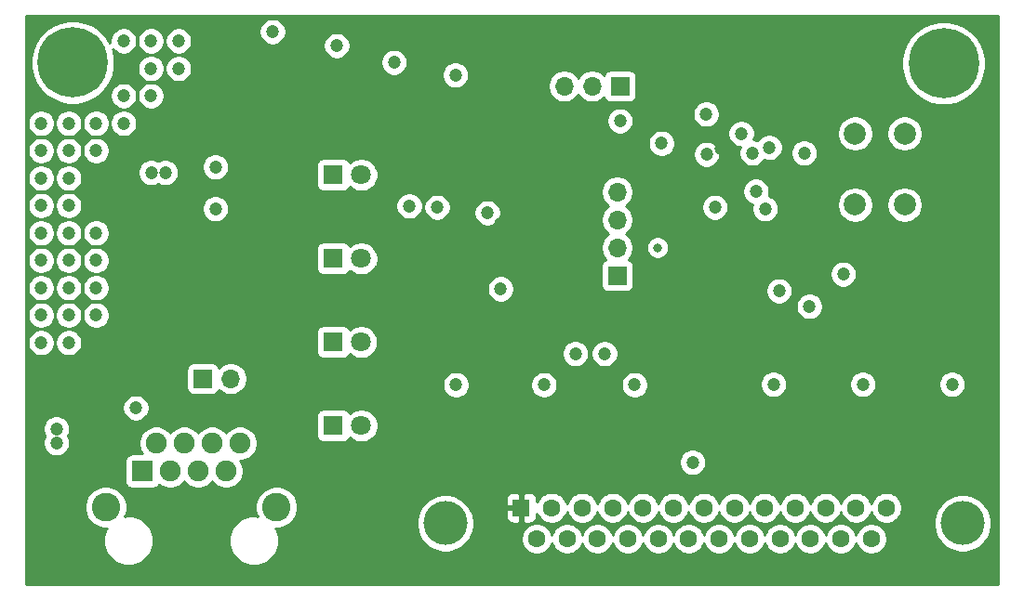
<source format=gbr>
%TF.GenerationSoftware,KiCad,Pcbnew,(5.1.8)-1*%
%TF.CreationDate,2021-02-10T22:47:22+08:00*%
%TF.ProjectId,mpg,6d70672e-6b69-4636-9164-5f7063625858,rev?*%
%TF.SameCoordinates,Original*%
%TF.FileFunction,Copper,L3,Inr*%
%TF.FilePolarity,Positive*%
%FSLAX46Y46*%
G04 Gerber Fmt 4.6, Leading zero omitted, Abs format (unit mm)*
G04 Created by KiCad (PCBNEW (5.1.8)-1) date 2021-02-10 22:47:22*
%MOMM*%
%LPD*%
G01*
G04 APERTURE LIST*
%TA.AperFunction,ComponentPad*%
%ADD10R,1.900000X1.900000*%
%TD*%
%TA.AperFunction,ComponentPad*%
%ADD11C,1.900000*%
%TD*%
%TA.AperFunction,ComponentPad*%
%ADD12C,2.600000*%
%TD*%
%TA.AperFunction,ComponentPad*%
%ADD13O,1.700000X1.700000*%
%TD*%
%TA.AperFunction,ComponentPad*%
%ADD14R,1.700000X1.700000*%
%TD*%
%TA.AperFunction,ComponentPad*%
%ADD15C,4.000000*%
%TD*%
%TA.AperFunction,ComponentPad*%
%ADD16C,1.600000*%
%TD*%
%TA.AperFunction,ComponentPad*%
%ADD17R,1.600000X1.600000*%
%TD*%
%TA.AperFunction,ComponentPad*%
%ADD18C,1.800000*%
%TD*%
%TA.AperFunction,ComponentPad*%
%ADD19R,1.800000X1.800000*%
%TD*%
%TA.AperFunction,ComponentPad*%
%ADD20C,0.800000*%
%TD*%
%TA.AperFunction,ComponentPad*%
%ADD21C,6.400000*%
%TD*%
%TA.AperFunction,ComponentPad*%
%ADD22C,2.000000*%
%TD*%
%TA.AperFunction,ViaPad*%
%ADD23C,1.200000*%
%TD*%
%TA.AperFunction,ViaPad*%
%ADD24C,0.800000*%
%TD*%
%TA.AperFunction,Conductor*%
%ADD25C,0.254000*%
%TD*%
%TA.AperFunction,Conductor*%
%ADD26C,0.100000*%
%TD*%
G04 APERTURE END LIST*
D10*
%TO.N,CAN_H*%
%TO.C,J5*%
X100550000Y-97664000D03*
D11*
%TO.N,CAN_L*%
X101820000Y-95124000D03*
%TO.N,GND*%
X103090000Y-97664000D03*
%TO.N,Net-(J5-Pad4)*%
X104360000Y-95124000D03*
%TO.N,Net-(J5-Pad5)*%
X105630000Y-97664000D03*
%TO.N,Net-(J5-Pad6)*%
X106900000Y-95124000D03*
%TO.N,GND*%
X108170000Y-97664000D03*
%TO.N,POW*%
X109440000Y-95124000D03*
D12*
%TO.N,GND*%
X97220000Y-100954000D03*
X112770000Y-100954000D03*
%TD*%
D13*
%TO.N,CAN_H*%
%TO.C,J4*%
X108597000Y-89238000D03*
D14*
%TO.N,Net-(J4-Pad1)*%
X106057000Y-89238000D03*
%TD*%
D13*
%TO.N,RESET*%
%TO.C,J2*%
X143776000Y-72220000D03*
%TO.N,SWDIO*%
X143776000Y-74760000D03*
%TO.N,SWCLK*%
X143776000Y-77300000D03*
D14*
%TO.N,GND*%
X143776000Y-79840000D03*
%TD*%
D15*
%TO.N,GND*%
%TO.C,J1*%
X175220000Y-102424000D03*
X128120000Y-102424000D03*
D16*
X166905000Y-103844000D03*
X164135000Y-103844000D03*
X161365000Y-103844000D03*
%TO.N,Net-(J1-Pad22)*%
X158595000Y-103844000D03*
%TO.N,/sheet60398AC6/In*%
X155825000Y-103844000D03*
%TO.N,GND*%
X153055000Y-103844000D03*
%TO.N,/sheet60278576/In*%
X150285000Y-103844000D03*
%TO.N,Net-(J1-Pad18)*%
X147515000Y-103844000D03*
%TO.N,GND*%
X144745000Y-103844000D03*
%TO.N,/sheet603603F0/In*%
X141975000Y-103844000D03*
%TO.N,/sheet603499BE/In*%
X139205000Y-103844000D03*
%TO.N,/sheet60382A0B/In*%
X136435000Y-103844000D03*
%TO.N,/sheet603E7B14/In*%
X168290000Y-101004000D03*
%TO.N,/sheet603E1701/In*%
X165520000Y-101004000D03*
%TO.N,/sheet603B693B/In*%
X162750000Y-101004000D03*
%TO.N,/sheet603B0EF4/In*%
X159980000Y-101004000D03*
%TO.N,/sheet603AB73C/In*%
X157210000Y-101004000D03*
%TO.N,Net-(J1-Pad8)*%
X154440000Y-101004000D03*
%TO.N,+12V*%
X151670000Y-101004000D03*
%TO.N,Net-(J1-Pad6)*%
X148900000Y-101004000D03*
%TO.N,Net-(J1-Pad5)*%
X146130000Y-101004000D03*
%TO.N,/sheet601EF97F/In*%
X143360000Y-101004000D03*
%TO.N,/sheet601ED88E/In*%
X140590000Y-101004000D03*
%TO.N,GND*%
X137820000Y-101004000D03*
D17*
%TO.N,+3V3*%
X135050000Y-101004000D03*
%TD*%
D18*
%TO.N,Net-(D6-Pad2)*%
%TO.C,D6*%
X120484200Y-93515360D03*
D19*
%TO.N,GND*%
X117944200Y-93515360D03*
%TD*%
D20*
%TO.N,GND*%
%TO.C,H2*%
X175197056Y-62191056D03*
X175900000Y-60494000D03*
X175197056Y-58796944D03*
X173500000Y-58094000D03*
X171802944Y-58796944D03*
X171100000Y-60494000D03*
X171802944Y-62191056D03*
X173500000Y-62894000D03*
D21*
X173500000Y-60494000D03*
%TD*%
D20*
%TO.N,GND*%
%TO.C,H1*%
X95907056Y-62121056D03*
X96610000Y-60424000D03*
X95907056Y-58726944D03*
X94210000Y-58024000D03*
X92512944Y-58726944D03*
X91810000Y-60424000D03*
X92512944Y-62121056D03*
X94210000Y-62824000D03*
D21*
X94210000Y-60424000D03*
%TD*%
D22*
%TO.N,RESET*%
%TO.C,SW1*%
X165438000Y-66886000D03*
%TO.N,GND*%
X169938000Y-66886000D03*
%TO.N,RESET*%
X165438000Y-73386000D03*
%TO.N,GND*%
X169938000Y-73386000D03*
%TD*%
D13*
%TO.N,USART1_RX*%
%TO.C,J3*%
X138950000Y-62568000D03*
%TO.N,USART1_TX*%
X141490000Y-62568000D03*
D14*
%TO.N,GND*%
X144030000Y-62568000D03*
%TD*%
D18*
%TO.N,Net-(D5-Pad2)*%
%TO.C,D5*%
X120476580Y-85890280D03*
D19*
%TO.N,GND*%
X117936580Y-85890280D03*
%TD*%
D18*
%TO.N,Net-(D4-Pad2)*%
%TO.C,D4*%
X120479120Y-78285520D03*
D19*
%TO.N,GND*%
X117939120Y-78285520D03*
%TD*%
D18*
%TO.N,Net-(D3-Pad2)*%
%TO.C,D3*%
X120481660Y-70652820D03*
D19*
%TO.N,GND*%
X117941660Y-70652820D03*
%TD*%
D23*
%TO.N,RESET*%
X152666000Y-73617000D03*
%TO.N,ENC_A*%
X156406000Y-72163000D03*
X139966000Y-86952000D03*
%TO.N,ENC_B*%
X157238000Y-73744000D03*
X142633000Y-86952000D03*
%TO.N,+12V*%
X102628000Y-70442000D03*
X101358000Y-70442000D03*
X92722000Y-95079990D03*
X92722000Y-93810000D03*
%TO.N,Net-(D5-Pad2)*%
X124853000Y-73490000D03*
D24*
%TO.N,SWDIO*%
X147459000Y-77300000D03*
D23*
%TO.N,LED_A*%
X160794000Y-68664000D03*
X112407000Y-57615000D03*
%TO.N,LED_B*%
X118249000Y-58885000D03*
X157619000Y-68156669D03*
%TO.N,LED_C*%
X123456000Y-60409000D03*
X156095000Y-68664000D03*
%TO.N,Net-(D6-Pad2)*%
X127393000Y-73617000D03*
%TO.N,LED_D*%
X144030000Y-65743000D03*
X129044000Y-61552000D03*
%TO.N,GND*%
X158508000Y-81237000D03*
X161289000Y-82647000D03*
X164350000Y-79713000D03*
X151904000Y-68791000D03*
X147827000Y-67788000D03*
X151891000Y-65121000D03*
X150634000Y-96858000D03*
X145363800Y-89809200D03*
X137108800Y-89809200D03*
X174256000Y-89746000D03*
X166128000Y-89746000D03*
X158000000Y-89746000D03*
X129107800Y-89809200D03*
X99961000Y-91905000D03*
X133171000Y-81047000D03*
X131965000Y-74125000D03*
X155078986Y-66886000D03*
X93840000Y-78454000D03*
X93840000Y-80954000D03*
X93840000Y-83454000D03*
X96340000Y-83454000D03*
X96340000Y-80954000D03*
X96340000Y-78454000D03*
X93840000Y-75954000D03*
X93840000Y-73454000D03*
X93840000Y-70954000D03*
X93840000Y-68454000D03*
X93840000Y-65954000D03*
X96340000Y-65954000D03*
X98840000Y-65954000D03*
X96340000Y-68454000D03*
X101340000Y-63454000D03*
X101340000Y-60954000D03*
X101340000Y-58454000D03*
X103840000Y-58454000D03*
X103840000Y-60954000D03*
X96340000Y-75954000D03*
X93840000Y-85954000D03*
X91340000Y-85954000D03*
X91340000Y-83454000D03*
X91340000Y-80954000D03*
X91340000Y-78454000D03*
X91340000Y-75954000D03*
X91340000Y-73454000D03*
X91340000Y-70954000D03*
X91340000Y-68454000D03*
X91340000Y-65954000D03*
X98840000Y-63454000D03*
X98840000Y-58454000D03*
X107200000Y-69934000D03*
X107200000Y-73744000D03*
%TO.N,+3V3*%
X161259037Y-77852963D03*
X149502000Y-70431000D03*
X145236800Y-92603200D03*
X137235800Y-92603200D03*
X174319800Y-92603200D03*
X166064800Y-92603200D03*
X158063800Y-92603200D03*
X129107800Y-92603200D03*
X106829000Y-77163000D03*
X105241500Y-75575500D03*
X101890000Y-73466000D03*
X133121000Y-75128000D03*
X153206000Y-68251000D03*
%TD*%
D25*
%TO.N,+3V3*%
X178472510Y-107987607D02*
X89942510Y-107987607D01*
X89942510Y-100763419D01*
X95285000Y-100763419D01*
X95285000Y-101144581D01*
X95359361Y-101518419D01*
X95505225Y-101870566D01*
X95716987Y-102187491D01*
X95986509Y-102457013D01*
X96303434Y-102668775D01*
X96655581Y-102814639D01*
X97029419Y-102889000D01*
X97306941Y-102889000D01*
X97277214Y-102933489D01*
X97106851Y-103344782D01*
X97020000Y-103781409D01*
X97020000Y-104226591D01*
X97106851Y-104663218D01*
X97277214Y-105074511D01*
X97524544Y-105444666D01*
X97839334Y-105759456D01*
X98209489Y-106006786D01*
X98620782Y-106177149D01*
X99057409Y-106264000D01*
X99502591Y-106264000D01*
X99939218Y-106177149D01*
X100350511Y-106006786D01*
X100720666Y-105759456D01*
X101035456Y-105444666D01*
X101282786Y-105074511D01*
X101453149Y-104663218D01*
X101540000Y-104226591D01*
X101540000Y-103781409D01*
X108450000Y-103781409D01*
X108450000Y-104226591D01*
X108536851Y-104663218D01*
X108707214Y-105074511D01*
X108954544Y-105444666D01*
X109269334Y-105759456D01*
X109639489Y-106006786D01*
X110050782Y-106177149D01*
X110487409Y-106264000D01*
X110932591Y-106264000D01*
X111369218Y-106177149D01*
X111780511Y-106006786D01*
X112150666Y-105759456D01*
X112465456Y-105444666D01*
X112712786Y-105074511D01*
X112883149Y-104663218D01*
X112970000Y-104226591D01*
X112970000Y-103781409D01*
X112883149Y-103344782D01*
X112712786Y-102933489D01*
X112683059Y-102889000D01*
X112960581Y-102889000D01*
X113334419Y-102814639D01*
X113686566Y-102668775D01*
X114003491Y-102457013D01*
X114273013Y-102187491D01*
X114288391Y-102164475D01*
X125485000Y-102164475D01*
X125485000Y-102683525D01*
X125586261Y-103192601D01*
X125784893Y-103672141D01*
X126073262Y-104103715D01*
X126440285Y-104470738D01*
X126871859Y-104759107D01*
X127351399Y-104957739D01*
X127860475Y-105059000D01*
X128379525Y-105059000D01*
X128888601Y-104957739D01*
X129368141Y-104759107D01*
X129799715Y-104470738D01*
X130166738Y-104103715D01*
X130434711Y-103702665D01*
X135000000Y-103702665D01*
X135000000Y-103985335D01*
X135055147Y-104262574D01*
X135163320Y-104523727D01*
X135320363Y-104758759D01*
X135520241Y-104958637D01*
X135755273Y-105115680D01*
X136016426Y-105223853D01*
X136293665Y-105279000D01*
X136576335Y-105279000D01*
X136853574Y-105223853D01*
X137114727Y-105115680D01*
X137349759Y-104958637D01*
X137549637Y-104758759D01*
X137706680Y-104523727D01*
X137814853Y-104262574D01*
X137820000Y-104236699D01*
X137825147Y-104262574D01*
X137933320Y-104523727D01*
X138090363Y-104758759D01*
X138290241Y-104958637D01*
X138525273Y-105115680D01*
X138786426Y-105223853D01*
X139063665Y-105279000D01*
X139346335Y-105279000D01*
X139623574Y-105223853D01*
X139884727Y-105115680D01*
X140119759Y-104958637D01*
X140319637Y-104758759D01*
X140476680Y-104523727D01*
X140584853Y-104262574D01*
X140590000Y-104236699D01*
X140595147Y-104262574D01*
X140703320Y-104523727D01*
X140860363Y-104758759D01*
X141060241Y-104958637D01*
X141295273Y-105115680D01*
X141556426Y-105223853D01*
X141833665Y-105279000D01*
X142116335Y-105279000D01*
X142393574Y-105223853D01*
X142654727Y-105115680D01*
X142889759Y-104958637D01*
X143089637Y-104758759D01*
X143246680Y-104523727D01*
X143354853Y-104262574D01*
X143360000Y-104236699D01*
X143365147Y-104262574D01*
X143473320Y-104523727D01*
X143630363Y-104758759D01*
X143830241Y-104958637D01*
X144065273Y-105115680D01*
X144326426Y-105223853D01*
X144603665Y-105279000D01*
X144886335Y-105279000D01*
X145163574Y-105223853D01*
X145424727Y-105115680D01*
X145659759Y-104958637D01*
X145859637Y-104758759D01*
X146016680Y-104523727D01*
X146124853Y-104262574D01*
X146130000Y-104236699D01*
X146135147Y-104262574D01*
X146243320Y-104523727D01*
X146400363Y-104758759D01*
X146600241Y-104958637D01*
X146835273Y-105115680D01*
X147096426Y-105223853D01*
X147373665Y-105279000D01*
X147656335Y-105279000D01*
X147933574Y-105223853D01*
X148194727Y-105115680D01*
X148429759Y-104958637D01*
X148629637Y-104758759D01*
X148786680Y-104523727D01*
X148894853Y-104262574D01*
X148900000Y-104236699D01*
X148905147Y-104262574D01*
X149013320Y-104523727D01*
X149170363Y-104758759D01*
X149370241Y-104958637D01*
X149605273Y-105115680D01*
X149866426Y-105223853D01*
X150143665Y-105279000D01*
X150426335Y-105279000D01*
X150703574Y-105223853D01*
X150964727Y-105115680D01*
X151199759Y-104958637D01*
X151399637Y-104758759D01*
X151556680Y-104523727D01*
X151664853Y-104262574D01*
X151670000Y-104236699D01*
X151675147Y-104262574D01*
X151783320Y-104523727D01*
X151940363Y-104758759D01*
X152140241Y-104958637D01*
X152375273Y-105115680D01*
X152636426Y-105223853D01*
X152913665Y-105279000D01*
X153196335Y-105279000D01*
X153473574Y-105223853D01*
X153734727Y-105115680D01*
X153969759Y-104958637D01*
X154169637Y-104758759D01*
X154326680Y-104523727D01*
X154434853Y-104262574D01*
X154440000Y-104236699D01*
X154445147Y-104262574D01*
X154553320Y-104523727D01*
X154710363Y-104758759D01*
X154910241Y-104958637D01*
X155145273Y-105115680D01*
X155406426Y-105223853D01*
X155683665Y-105279000D01*
X155966335Y-105279000D01*
X156243574Y-105223853D01*
X156504727Y-105115680D01*
X156739759Y-104958637D01*
X156939637Y-104758759D01*
X157096680Y-104523727D01*
X157204853Y-104262574D01*
X157210000Y-104236699D01*
X157215147Y-104262574D01*
X157323320Y-104523727D01*
X157480363Y-104758759D01*
X157680241Y-104958637D01*
X157915273Y-105115680D01*
X158176426Y-105223853D01*
X158453665Y-105279000D01*
X158736335Y-105279000D01*
X159013574Y-105223853D01*
X159274727Y-105115680D01*
X159509759Y-104958637D01*
X159709637Y-104758759D01*
X159866680Y-104523727D01*
X159974853Y-104262574D01*
X159980000Y-104236699D01*
X159985147Y-104262574D01*
X160093320Y-104523727D01*
X160250363Y-104758759D01*
X160450241Y-104958637D01*
X160685273Y-105115680D01*
X160946426Y-105223853D01*
X161223665Y-105279000D01*
X161506335Y-105279000D01*
X161783574Y-105223853D01*
X162044727Y-105115680D01*
X162279759Y-104958637D01*
X162479637Y-104758759D01*
X162636680Y-104523727D01*
X162744853Y-104262574D01*
X162750000Y-104236699D01*
X162755147Y-104262574D01*
X162863320Y-104523727D01*
X163020363Y-104758759D01*
X163220241Y-104958637D01*
X163455273Y-105115680D01*
X163716426Y-105223853D01*
X163993665Y-105279000D01*
X164276335Y-105279000D01*
X164553574Y-105223853D01*
X164814727Y-105115680D01*
X165049759Y-104958637D01*
X165249637Y-104758759D01*
X165406680Y-104523727D01*
X165514853Y-104262574D01*
X165520000Y-104236699D01*
X165525147Y-104262574D01*
X165633320Y-104523727D01*
X165790363Y-104758759D01*
X165990241Y-104958637D01*
X166225273Y-105115680D01*
X166486426Y-105223853D01*
X166763665Y-105279000D01*
X167046335Y-105279000D01*
X167323574Y-105223853D01*
X167584727Y-105115680D01*
X167819759Y-104958637D01*
X168019637Y-104758759D01*
X168176680Y-104523727D01*
X168284853Y-104262574D01*
X168340000Y-103985335D01*
X168340000Y-103702665D01*
X168284853Y-103425426D01*
X168176680Y-103164273D01*
X168019637Y-102929241D01*
X167819759Y-102729363D01*
X167584727Y-102572320D01*
X167323574Y-102464147D01*
X167046335Y-102409000D01*
X166763665Y-102409000D01*
X166486426Y-102464147D01*
X166225273Y-102572320D01*
X165990241Y-102729363D01*
X165790363Y-102929241D01*
X165633320Y-103164273D01*
X165525147Y-103425426D01*
X165520000Y-103451301D01*
X165514853Y-103425426D01*
X165406680Y-103164273D01*
X165249637Y-102929241D01*
X165049759Y-102729363D01*
X164814727Y-102572320D01*
X164553574Y-102464147D01*
X164276335Y-102409000D01*
X163993665Y-102409000D01*
X163716426Y-102464147D01*
X163455273Y-102572320D01*
X163220241Y-102729363D01*
X163020363Y-102929241D01*
X162863320Y-103164273D01*
X162755147Y-103425426D01*
X162750000Y-103451301D01*
X162744853Y-103425426D01*
X162636680Y-103164273D01*
X162479637Y-102929241D01*
X162279759Y-102729363D01*
X162044727Y-102572320D01*
X161783574Y-102464147D01*
X161506335Y-102409000D01*
X161223665Y-102409000D01*
X160946426Y-102464147D01*
X160685273Y-102572320D01*
X160450241Y-102729363D01*
X160250363Y-102929241D01*
X160093320Y-103164273D01*
X159985147Y-103425426D01*
X159980000Y-103451301D01*
X159974853Y-103425426D01*
X159866680Y-103164273D01*
X159709637Y-102929241D01*
X159509759Y-102729363D01*
X159274727Y-102572320D01*
X159013574Y-102464147D01*
X158736335Y-102409000D01*
X158453665Y-102409000D01*
X158176426Y-102464147D01*
X157915273Y-102572320D01*
X157680241Y-102729363D01*
X157480363Y-102929241D01*
X157323320Y-103164273D01*
X157215147Y-103425426D01*
X157210000Y-103451301D01*
X157204853Y-103425426D01*
X157096680Y-103164273D01*
X156939637Y-102929241D01*
X156739759Y-102729363D01*
X156504727Y-102572320D01*
X156243574Y-102464147D01*
X155966335Y-102409000D01*
X155683665Y-102409000D01*
X155406426Y-102464147D01*
X155145273Y-102572320D01*
X154910241Y-102729363D01*
X154710363Y-102929241D01*
X154553320Y-103164273D01*
X154445147Y-103425426D01*
X154440000Y-103451301D01*
X154434853Y-103425426D01*
X154326680Y-103164273D01*
X154169637Y-102929241D01*
X153969759Y-102729363D01*
X153734727Y-102572320D01*
X153473574Y-102464147D01*
X153196335Y-102409000D01*
X152913665Y-102409000D01*
X152636426Y-102464147D01*
X152375273Y-102572320D01*
X152140241Y-102729363D01*
X151940363Y-102929241D01*
X151783320Y-103164273D01*
X151675147Y-103425426D01*
X151670000Y-103451301D01*
X151664853Y-103425426D01*
X151556680Y-103164273D01*
X151399637Y-102929241D01*
X151199759Y-102729363D01*
X150964727Y-102572320D01*
X150703574Y-102464147D01*
X150426335Y-102409000D01*
X150143665Y-102409000D01*
X149866426Y-102464147D01*
X149605273Y-102572320D01*
X149370241Y-102729363D01*
X149170363Y-102929241D01*
X149013320Y-103164273D01*
X148905147Y-103425426D01*
X148900000Y-103451301D01*
X148894853Y-103425426D01*
X148786680Y-103164273D01*
X148629637Y-102929241D01*
X148429759Y-102729363D01*
X148194727Y-102572320D01*
X147933574Y-102464147D01*
X147656335Y-102409000D01*
X147373665Y-102409000D01*
X147096426Y-102464147D01*
X146835273Y-102572320D01*
X146600241Y-102729363D01*
X146400363Y-102929241D01*
X146243320Y-103164273D01*
X146135147Y-103425426D01*
X146130000Y-103451301D01*
X146124853Y-103425426D01*
X146016680Y-103164273D01*
X145859637Y-102929241D01*
X145659759Y-102729363D01*
X145424727Y-102572320D01*
X145163574Y-102464147D01*
X144886335Y-102409000D01*
X144603665Y-102409000D01*
X144326426Y-102464147D01*
X144065273Y-102572320D01*
X143830241Y-102729363D01*
X143630363Y-102929241D01*
X143473320Y-103164273D01*
X143365147Y-103425426D01*
X143360000Y-103451301D01*
X143354853Y-103425426D01*
X143246680Y-103164273D01*
X143089637Y-102929241D01*
X142889759Y-102729363D01*
X142654727Y-102572320D01*
X142393574Y-102464147D01*
X142116335Y-102409000D01*
X141833665Y-102409000D01*
X141556426Y-102464147D01*
X141295273Y-102572320D01*
X141060241Y-102729363D01*
X140860363Y-102929241D01*
X140703320Y-103164273D01*
X140595147Y-103425426D01*
X140590000Y-103451301D01*
X140584853Y-103425426D01*
X140476680Y-103164273D01*
X140319637Y-102929241D01*
X140119759Y-102729363D01*
X139884727Y-102572320D01*
X139623574Y-102464147D01*
X139346335Y-102409000D01*
X139063665Y-102409000D01*
X138786426Y-102464147D01*
X138525273Y-102572320D01*
X138290241Y-102729363D01*
X138090363Y-102929241D01*
X137933320Y-103164273D01*
X137825147Y-103425426D01*
X137820000Y-103451301D01*
X137814853Y-103425426D01*
X137706680Y-103164273D01*
X137549637Y-102929241D01*
X137349759Y-102729363D01*
X137114727Y-102572320D01*
X136853574Y-102464147D01*
X136576335Y-102409000D01*
X136293665Y-102409000D01*
X136016426Y-102464147D01*
X135755273Y-102572320D01*
X135520241Y-102729363D01*
X135320363Y-102929241D01*
X135163320Y-103164273D01*
X135055147Y-103425426D01*
X135000000Y-103702665D01*
X130434711Y-103702665D01*
X130455107Y-103672141D01*
X130653739Y-103192601D01*
X130755000Y-102683525D01*
X130755000Y-102164475D01*
X130683298Y-101804000D01*
X133611928Y-101804000D01*
X133624188Y-101928482D01*
X133660498Y-102048180D01*
X133719463Y-102158494D01*
X133798815Y-102255185D01*
X133895506Y-102334537D01*
X134005820Y-102393502D01*
X134125518Y-102429812D01*
X134250000Y-102442072D01*
X134764250Y-102439000D01*
X134923000Y-102280250D01*
X134923000Y-101131000D01*
X133773750Y-101131000D01*
X133615000Y-101289750D01*
X133611928Y-101804000D01*
X130683298Y-101804000D01*
X130653739Y-101655399D01*
X130455107Y-101175859D01*
X130166738Y-100744285D01*
X129799715Y-100377262D01*
X129540411Y-100204000D01*
X133611928Y-100204000D01*
X133615000Y-100718250D01*
X133773750Y-100877000D01*
X134923000Y-100877000D01*
X134923000Y-99727750D01*
X135177000Y-99727750D01*
X135177000Y-100877000D01*
X135197000Y-100877000D01*
X135197000Y-101131000D01*
X135177000Y-101131000D01*
X135177000Y-102280250D01*
X135335750Y-102439000D01*
X135850000Y-102442072D01*
X135974482Y-102429812D01*
X136094180Y-102393502D01*
X136204494Y-102334537D01*
X136301185Y-102255185D01*
X136380537Y-102158494D01*
X136439502Y-102048180D01*
X136475812Y-101928482D01*
X136488072Y-101804000D01*
X136486461Y-101534387D01*
X136548320Y-101683727D01*
X136705363Y-101918759D01*
X136905241Y-102118637D01*
X137140273Y-102275680D01*
X137401426Y-102383853D01*
X137678665Y-102439000D01*
X137961335Y-102439000D01*
X138238574Y-102383853D01*
X138499727Y-102275680D01*
X138734759Y-102118637D01*
X138934637Y-101918759D01*
X139091680Y-101683727D01*
X139199853Y-101422574D01*
X139205000Y-101396699D01*
X139210147Y-101422574D01*
X139318320Y-101683727D01*
X139475363Y-101918759D01*
X139675241Y-102118637D01*
X139910273Y-102275680D01*
X140171426Y-102383853D01*
X140448665Y-102439000D01*
X140731335Y-102439000D01*
X141008574Y-102383853D01*
X141269727Y-102275680D01*
X141504759Y-102118637D01*
X141704637Y-101918759D01*
X141861680Y-101683727D01*
X141969853Y-101422574D01*
X141975000Y-101396699D01*
X141980147Y-101422574D01*
X142088320Y-101683727D01*
X142245363Y-101918759D01*
X142445241Y-102118637D01*
X142680273Y-102275680D01*
X142941426Y-102383853D01*
X143218665Y-102439000D01*
X143501335Y-102439000D01*
X143778574Y-102383853D01*
X144039727Y-102275680D01*
X144274759Y-102118637D01*
X144474637Y-101918759D01*
X144631680Y-101683727D01*
X144739853Y-101422574D01*
X144745000Y-101396699D01*
X144750147Y-101422574D01*
X144858320Y-101683727D01*
X145015363Y-101918759D01*
X145215241Y-102118637D01*
X145450273Y-102275680D01*
X145711426Y-102383853D01*
X145988665Y-102439000D01*
X146271335Y-102439000D01*
X146548574Y-102383853D01*
X146809727Y-102275680D01*
X147044759Y-102118637D01*
X147244637Y-101918759D01*
X147401680Y-101683727D01*
X147509853Y-101422574D01*
X147515000Y-101396699D01*
X147520147Y-101422574D01*
X147628320Y-101683727D01*
X147785363Y-101918759D01*
X147985241Y-102118637D01*
X148220273Y-102275680D01*
X148481426Y-102383853D01*
X148758665Y-102439000D01*
X149041335Y-102439000D01*
X149318574Y-102383853D01*
X149579727Y-102275680D01*
X149814759Y-102118637D01*
X150014637Y-101918759D01*
X150171680Y-101683727D01*
X150279853Y-101422574D01*
X150285000Y-101396699D01*
X150290147Y-101422574D01*
X150398320Y-101683727D01*
X150555363Y-101918759D01*
X150755241Y-102118637D01*
X150990273Y-102275680D01*
X151251426Y-102383853D01*
X151528665Y-102439000D01*
X151811335Y-102439000D01*
X152088574Y-102383853D01*
X152349727Y-102275680D01*
X152584759Y-102118637D01*
X152784637Y-101918759D01*
X152941680Y-101683727D01*
X153049853Y-101422574D01*
X153055000Y-101396699D01*
X153060147Y-101422574D01*
X153168320Y-101683727D01*
X153325363Y-101918759D01*
X153525241Y-102118637D01*
X153760273Y-102275680D01*
X154021426Y-102383853D01*
X154298665Y-102439000D01*
X154581335Y-102439000D01*
X154858574Y-102383853D01*
X155119727Y-102275680D01*
X155354759Y-102118637D01*
X155554637Y-101918759D01*
X155711680Y-101683727D01*
X155819853Y-101422574D01*
X155825000Y-101396699D01*
X155830147Y-101422574D01*
X155938320Y-101683727D01*
X156095363Y-101918759D01*
X156295241Y-102118637D01*
X156530273Y-102275680D01*
X156791426Y-102383853D01*
X157068665Y-102439000D01*
X157351335Y-102439000D01*
X157628574Y-102383853D01*
X157889727Y-102275680D01*
X158124759Y-102118637D01*
X158324637Y-101918759D01*
X158481680Y-101683727D01*
X158589853Y-101422574D01*
X158595000Y-101396699D01*
X158600147Y-101422574D01*
X158708320Y-101683727D01*
X158865363Y-101918759D01*
X159065241Y-102118637D01*
X159300273Y-102275680D01*
X159561426Y-102383853D01*
X159838665Y-102439000D01*
X160121335Y-102439000D01*
X160398574Y-102383853D01*
X160659727Y-102275680D01*
X160894759Y-102118637D01*
X161094637Y-101918759D01*
X161251680Y-101683727D01*
X161359853Y-101422574D01*
X161365000Y-101396699D01*
X161370147Y-101422574D01*
X161478320Y-101683727D01*
X161635363Y-101918759D01*
X161835241Y-102118637D01*
X162070273Y-102275680D01*
X162331426Y-102383853D01*
X162608665Y-102439000D01*
X162891335Y-102439000D01*
X163168574Y-102383853D01*
X163429727Y-102275680D01*
X163664759Y-102118637D01*
X163864637Y-101918759D01*
X164021680Y-101683727D01*
X164129853Y-101422574D01*
X164135000Y-101396699D01*
X164140147Y-101422574D01*
X164248320Y-101683727D01*
X164405363Y-101918759D01*
X164605241Y-102118637D01*
X164840273Y-102275680D01*
X165101426Y-102383853D01*
X165378665Y-102439000D01*
X165661335Y-102439000D01*
X165938574Y-102383853D01*
X166199727Y-102275680D01*
X166434759Y-102118637D01*
X166634637Y-101918759D01*
X166791680Y-101683727D01*
X166899853Y-101422574D01*
X166905000Y-101396699D01*
X166910147Y-101422574D01*
X167018320Y-101683727D01*
X167175363Y-101918759D01*
X167375241Y-102118637D01*
X167610273Y-102275680D01*
X167871426Y-102383853D01*
X168148665Y-102439000D01*
X168431335Y-102439000D01*
X168708574Y-102383853D01*
X168969727Y-102275680D01*
X169136157Y-102164475D01*
X172585000Y-102164475D01*
X172585000Y-102683525D01*
X172686261Y-103192601D01*
X172884893Y-103672141D01*
X173173262Y-104103715D01*
X173540285Y-104470738D01*
X173971859Y-104759107D01*
X174451399Y-104957739D01*
X174960475Y-105059000D01*
X175479525Y-105059000D01*
X175988601Y-104957739D01*
X176468141Y-104759107D01*
X176899715Y-104470738D01*
X177266738Y-104103715D01*
X177555107Y-103672141D01*
X177753739Y-103192601D01*
X177855000Y-102683525D01*
X177855000Y-102164475D01*
X177753739Y-101655399D01*
X177555107Y-101175859D01*
X177266738Y-100744285D01*
X176899715Y-100377262D01*
X176468141Y-100088893D01*
X175988601Y-99890261D01*
X175479525Y-99789000D01*
X174960475Y-99789000D01*
X174451399Y-99890261D01*
X173971859Y-100088893D01*
X173540285Y-100377262D01*
X173173262Y-100744285D01*
X172884893Y-101175859D01*
X172686261Y-101655399D01*
X172585000Y-102164475D01*
X169136157Y-102164475D01*
X169204759Y-102118637D01*
X169404637Y-101918759D01*
X169561680Y-101683727D01*
X169669853Y-101422574D01*
X169725000Y-101145335D01*
X169725000Y-100862665D01*
X169669853Y-100585426D01*
X169561680Y-100324273D01*
X169404637Y-100089241D01*
X169204759Y-99889363D01*
X168969727Y-99732320D01*
X168708574Y-99624147D01*
X168431335Y-99569000D01*
X168148665Y-99569000D01*
X167871426Y-99624147D01*
X167610273Y-99732320D01*
X167375241Y-99889363D01*
X167175363Y-100089241D01*
X167018320Y-100324273D01*
X166910147Y-100585426D01*
X166905000Y-100611301D01*
X166899853Y-100585426D01*
X166791680Y-100324273D01*
X166634637Y-100089241D01*
X166434759Y-99889363D01*
X166199727Y-99732320D01*
X165938574Y-99624147D01*
X165661335Y-99569000D01*
X165378665Y-99569000D01*
X165101426Y-99624147D01*
X164840273Y-99732320D01*
X164605241Y-99889363D01*
X164405363Y-100089241D01*
X164248320Y-100324273D01*
X164140147Y-100585426D01*
X164135000Y-100611301D01*
X164129853Y-100585426D01*
X164021680Y-100324273D01*
X163864637Y-100089241D01*
X163664759Y-99889363D01*
X163429727Y-99732320D01*
X163168574Y-99624147D01*
X162891335Y-99569000D01*
X162608665Y-99569000D01*
X162331426Y-99624147D01*
X162070273Y-99732320D01*
X161835241Y-99889363D01*
X161635363Y-100089241D01*
X161478320Y-100324273D01*
X161370147Y-100585426D01*
X161365000Y-100611301D01*
X161359853Y-100585426D01*
X161251680Y-100324273D01*
X161094637Y-100089241D01*
X160894759Y-99889363D01*
X160659727Y-99732320D01*
X160398574Y-99624147D01*
X160121335Y-99569000D01*
X159838665Y-99569000D01*
X159561426Y-99624147D01*
X159300273Y-99732320D01*
X159065241Y-99889363D01*
X158865363Y-100089241D01*
X158708320Y-100324273D01*
X158600147Y-100585426D01*
X158595000Y-100611301D01*
X158589853Y-100585426D01*
X158481680Y-100324273D01*
X158324637Y-100089241D01*
X158124759Y-99889363D01*
X157889727Y-99732320D01*
X157628574Y-99624147D01*
X157351335Y-99569000D01*
X157068665Y-99569000D01*
X156791426Y-99624147D01*
X156530273Y-99732320D01*
X156295241Y-99889363D01*
X156095363Y-100089241D01*
X155938320Y-100324273D01*
X155830147Y-100585426D01*
X155825000Y-100611301D01*
X155819853Y-100585426D01*
X155711680Y-100324273D01*
X155554637Y-100089241D01*
X155354759Y-99889363D01*
X155119727Y-99732320D01*
X154858574Y-99624147D01*
X154581335Y-99569000D01*
X154298665Y-99569000D01*
X154021426Y-99624147D01*
X153760273Y-99732320D01*
X153525241Y-99889363D01*
X153325363Y-100089241D01*
X153168320Y-100324273D01*
X153060147Y-100585426D01*
X153055000Y-100611301D01*
X153049853Y-100585426D01*
X152941680Y-100324273D01*
X152784637Y-100089241D01*
X152584759Y-99889363D01*
X152349727Y-99732320D01*
X152088574Y-99624147D01*
X151811335Y-99569000D01*
X151528665Y-99569000D01*
X151251426Y-99624147D01*
X150990273Y-99732320D01*
X150755241Y-99889363D01*
X150555363Y-100089241D01*
X150398320Y-100324273D01*
X150290147Y-100585426D01*
X150285000Y-100611301D01*
X150279853Y-100585426D01*
X150171680Y-100324273D01*
X150014637Y-100089241D01*
X149814759Y-99889363D01*
X149579727Y-99732320D01*
X149318574Y-99624147D01*
X149041335Y-99569000D01*
X148758665Y-99569000D01*
X148481426Y-99624147D01*
X148220273Y-99732320D01*
X147985241Y-99889363D01*
X147785363Y-100089241D01*
X147628320Y-100324273D01*
X147520147Y-100585426D01*
X147515000Y-100611301D01*
X147509853Y-100585426D01*
X147401680Y-100324273D01*
X147244637Y-100089241D01*
X147044759Y-99889363D01*
X146809727Y-99732320D01*
X146548574Y-99624147D01*
X146271335Y-99569000D01*
X145988665Y-99569000D01*
X145711426Y-99624147D01*
X145450273Y-99732320D01*
X145215241Y-99889363D01*
X145015363Y-100089241D01*
X144858320Y-100324273D01*
X144750147Y-100585426D01*
X144745000Y-100611301D01*
X144739853Y-100585426D01*
X144631680Y-100324273D01*
X144474637Y-100089241D01*
X144274759Y-99889363D01*
X144039727Y-99732320D01*
X143778574Y-99624147D01*
X143501335Y-99569000D01*
X143218665Y-99569000D01*
X142941426Y-99624147D01*
X142680273Y-99732320D01*
X142445241Y-99889363D01*
X142245363Y-100089241D01*
X142088320Y-100324273D01*
X141980147Y-100585426D01*
X141975000Y-100611301D01*
X141969853Y-100585426D01*
X141861680Y-100324273D01*
X141704637Y-100089241D01*
X141504759Y-99889363D01*
X141269727Y-99732320D01*
X141008574Y-99624147D01*
X140731335Y-99569000D01*
X140448665Y-99569000D01*
X140171426Y-99624147D01*
X139910273Y-99732320D01*
X139675241Y-99889363D01*
X139475363Y-100089241D01*
X139318320Y-100324273D01*
X139210147Y-100585426D01*
X139205000Y-100611301D01*
X139199853Y-100585426D01*
X139091680Y-100324273D01*
X138934637Y-100089241D01*
X138734759Y-99889363D01*
X138499727Y-99732320D01*
X138238574Y-99624147D01*
X137961335Y-99569000D01*
X137678665Y-99569000D01*
X137401426Y-99624147D01*
X137140273Y-99732320D01*
X136905241Y-99889363D01*
X136705363Y-100089241D01*
X136548320Y-100324273D01*
X136486461Y-100473613D01*
X136488072Y-100204000D01*
X136475812Y-100079518D01*
X136439502Y-99959820D01*
X136380537Y-99849506D01*
X136301185Y-99752815D01*
X136204494Y-99673463D01*
X136094180Y-99614498D01*
X135974482Y-99578188D01*
X135850000Y-99565928D01*
X135335750Y-99569000D01*
X135177000Y-99727750D01*
X134923000Y-99727750D01*
X134764250Y-99569000D01*
X134250000Y-99565928D01*
X134125518Y-99578188D01*
X134005820Y-99614498D01*
X133895506Y-99673463D01*
X133798815Y-99752815D01*
X133719463Y-99849506D01*
X133660498Y-99959820D01*
X133624188Y-100079518D01*
X133611928Y-100204000D01*
X129540411Y-100204000D01*
X129368141Y-100088893D01*
X128888601Y-99890261D01*
X128379525Y-99789000D01*
X127860475Y-99789000D01*
X127351399Y-99890261D01*
X126871859Y-100088893D01*
X126440285Y-100377262D01*
X126073262Y-100744285D01*
X125784893Y-101175859D01*
X125586261Y-101655399D01*
X125485000Y-102164475D01*
X114288391Y-102164475D01*
X114484775Y-101870566D01*
X114630639Y-101518419D01*
X114705000Y-101144581D01*
X114705000Y-100763419D01*
X114630639Y-100389581D01*
X114484775Y-100037434D01*
X114273013Y-99720509D01*
X114003491Y-99450987D01*
X113686566Y-99239225D01*
X113334419Y-99093361D01*
X112960581Y-99019000D01*
X112579419Y-99019000D01*
X112205581Y-99093361D01*
X111853434Y-99239225D01*
X111536509Y-99450987D01*
X111266987Y-99720509D01*
X111055225Y-100037434D01*
X110909361Y-100389581D01*
X110835000Y-100763419D01*
X110835000Y-101144581D01*
X110909361Y-101518419D01*
X111009104Y-101759219D01*
X110932591Y-101744000D01*
X110487409Y-101744000D01*
X110050782Y-101830851D01*
X109639489Y-102001214D01*
X109269334Y-102248544D01*
X108954544Y-102563334D01*
X108707214Y-102933489D01*
X108536851Y-103344782D01*
X108450000Y-103781409D01*
X101540000Y-103781409D01*
X101453149Y-103344782D01*
X101282786Y-102933489D01*
X101035456Y-102563334D01*
X100720666Y-102248544D01*
X100350511Y-102001214D01*
X99939218Y-101830851D01*
X99502591Y-101744000D01*
X99057409Y-101744000D01*
X98980896Y-101759219D01*
X99080639Y-101518419D01*
X99155000Y-101144581D01*
X99155000Y-100763419D01*
X99080639Y-100389581D01*
X98934775Y-100037434D01*
X98723013Y-99720509D01*
X98453491Y-99450987D01*
X98136566Y-99239225D01*
X97784419Y-99093361D01*
X97410581Y-99019000D01*
X97029419Y-99019000D01*
X96655581Y-99093361D01*
X96303434Y-99239225D01*
X95986509Y-99450987D01*
X95716987Y-99720509D01*
X95505225Y-100037434D01*
X95359361Y-100389581D01*
X95285000Y-100763419D01*
X89942510Y-100763419D01*
X89942510Y-96714000D01*
X98961928Y-96714000D01*
X98961928Y-98614000D01*
X98974188Y-98738482D01*
X99010498Y-98858180D01*
X99069463Y-98968494D01*
X99148815Y-99065185D01*
X99245506Y-99144537D01*
X99355820Y-99203502D01*
X99475518Y-99239812D01*
X99600000Y-99252072D01*
X101500000Y-99252072D01*
X101624482Y-99239812D01*
X101744180Y-99203502D01*
X101854494Y-99144537D01*
X101951185Y-99065185D01*
X102030537Y-98968494D01*
X102073182Y-98888711D01*
X102079621Y-98895150D01*
X102339221Y-99068609D01*
X102627673Y-99188089D01*
X102933891Y-99249000D01*
X103246109Y-99249000D01*
X103552327Y-99188089D01*
X103840779Y-99068609D01*
X104100379Y-98895150D01*
X104321150Y-98674379D01*
X104360000Y-98616236D01*
X104398850Y-98674379D01*
X104619621Y-98895150D01*
X104879221Y-99068609D01*
X105167673Y-99188089D01*
X105473891Y-99249000D01*
X105786109Y-99249000D01*
X106092327Y-99188089D01*
X106380779Y-99068609D01*
X106640379Y-98895150D01*
X106861150Y-98674379D01*
X106900000Y-98616236D01*
X106938850Y-98674379D01*
X107159621Y-98895150D01*
X107419221Y-99068609D01*
X107707673Y-99188089D01*
X108013891Y-99249000D01*
X108326109Y-99249000D01*
X108632327Y-99188089D01*
X108920779Y-99068609D01*
X109180379Y-98895150D01*
X109401150Y-98674379D01*
X109574609Y-98414779D01*
X109694089Y-98126327D01*
X109755000Y-97820109D01*
X109755000Y-97507891D01*
X109694089Y-97201673D01*
X109574609Y-96913221D01*
X109456437Y-96736363D01*
X149399000Y-96736363D01*
X149399000Y-96979637D01*
X149446460Y-97218236D01*
X149539557Y-97442992D01*
X149674713Y-97645267D01*
X149846733Y-97817287D01*
X150049008Y-97952443D01*
X150273764Y-98045540D01*
X150512363Y-98093000D01*
X150755637Y-98093000D01*
X150994236Y-98045540D01*
X151218992Y-97952443D01*
X151421267Y-97817287D01*
X151593287Y-97645267D01*
X151728443Y-97442992D01*
X151821540Y-97218236D01*
X151869000Y-96979637D01*
X151869000Y-96736363D01*
X151821540Y-96497764D01*
X151728443Y-96273008D01*
X151593287Y-96070733D01*
X151421267Y-95898713D01*
X151218992Y-95763557D01*
X150994236Y-95670460D01*
X150755637Y-95623000D01*
X150512363Y-95623000D01*
X150273764Y-95670460D01*
X150049008Y-95763557D01*
X149846733Y-95898713D01*
X149674713Y-96070733D01*
X149539557Y-96273008D01*
X149446460Y-96497764D01*
X149399000Y-96736363D01*
X109456437Y-96736363D01*
X109438153Y-96709000D01*
X109596109Y-96709000D01*
X109902327Y-96648089D01*
X110190779Y-96528609D01*
X110450379Y-96355150D01*
X110671150Y-96134379D01*
X110844609Y-95874779D01*
X110964089Y-95586327D01*
X111025000Y-95280109D01*
X111025000Y-94967891D01*
X110964089Y-94661673D01*
X110844609Y-94373221D01*
X110671150Y-94113621D01*
X110450379Y-93892850D01*
X110190779Y-93719391D01*
X109902327Y-93599911D01*
X109596109Y-93539000D01*
X109283891Y-93539000D01*
X108977673Y-93599911D01*
X108689221Y-93719391D01*
X108429621Y-93892850D01*
X108208850Y-94113621D01*
X108170000Y-94171764D01*
X108131150Y-94113621D01*
X107910379Y-93892850D01*
X107650779Y-93719391D01*
X107362327Y-93599911D01*
X107056109Y-93539000D01*
X106743891Y-93539000D01*
X106437673Y-93599911D01*
X106149221Y-93719391D01*
X105889621Y-93892850D01*
X105668850Y-94113621D01*
X105630000Y-94171764D01*
X105591150Y-94113621D01*
X105370379Y-93892850D01*
X105110779Y-93719391D01*
X104822327Y-93599911D01*
X104516109Y-93539000D01*
X104203891Y-93539000D01*
X103897673Y-93599911D01*
X103609221Y-93719391D01*
X103349621Y-93892850D01*
X103128850Y-94113621D01*
X103090000Y-94171764D01*
X103051150Y-94113621D01*
X102830379Y-93892850D01*
X102570779Y-93719391D01*
X102282327Y-93599911D01*
X101976109Y-93539000D01*
X101663891Y-93539000D01*
X101357673Y-93599911D01*
X101069221Y-93719391D01*
X100809621Y-93892850D01*
X100588850Y-94113621D01*
X100415391Y-94373221D01*
X100295911Y-94661673D01*
X100235000Y-94967891D01*
X100235000Y-95280109D01*
X100295911Y-95586327D01*
X100415391Y-95874779D01*
X100549794Y-96075928D01*
X99600000Y-96075928D01*
X99475518Y-96088188D01*
X99355820Y-96124498D01*
X99245506Y-96183463D01*
X99148815Y-96262815D01*
X99069463Y-96359506D01*
X99010498Y-96469820D01*
X98974188Y-96589518D01*
X98961928Y-96714000D01*
X89942510Y-96714000D01*
X89942510Y-93688363D01*
X91487000Y-93688363D01*
X91487000Y-93931637D01*
X91534460Y-94170236D01*
X91627557Y-94394992D01*
X91660968Y-94444995D01*
X91627557Y-94494998D01*
X91534460Y-94719754D01*
X91487000Y-94958353D01*
X91487000Y-95201627D01*
X91534460Y-95440226D01*
X91627557Y-95664982D01*
X91762713Y-95867257D01*
X91934733Y-96039277D01*
X92137008Y-96174433D01*
X92361764Y-96267530D01*
X92600363Y-96314990D01*
X92843637Y-96314990D01*
X93082236Y-96267530D01*
X93306992Y-96174433D01*
X93509267Y-96039277D01*
X93681287Y-95867257D01*
X93816443Y-95664982D01*
X93909540Y-95440226D01*
X93957000Y-95201627D01*
X93957000Y-94958353D01*
X93909540Y-94719754D01*
X93816443Y-94494998D01*
X93783032Y-94444995D01*
X93816443Y-94394992D01*
X93909540Y-94170236D01*
X93957000Y-93931637D01*
X93957000Y-93688363D01*
X93909540Y-93449764D01*
X93816443Y-93225008D01*
X93681287Y-93022733D01*
X93509267Y-92850713D01*
X93306992Y-92715557D01*
X93082236Y-92622460D01*
X92843637Y-92575000D01*
X92600363Y-92575000D01*
X92361764Y-92622460D01*
X92137008Y-92715557D01*
X91934733Y-92850713D01*
X91762713Y-93022733D01*
X91627557Y-93225008D01*
X91534460Y-93449764D01*
X91487000Y-93688363D01*
X89942510Y-93688363D01*
X89942510Y-91783363D01*
X98726000Y-91783363D01*
X98726000Y-92026637D01*
X98773460Y-92265236D01*
X98866557Y-92489992D01*
X99001713Y-92692267D01*
X99173733Y-92864287D01*
X99376008Y-92999443D01*
X99600764Y-93092540D01*
X99839363Y-93140000D01*
X100082637Y-93140000D01*
X100321236Y-93092540D01*
X100545992Y-92999443D01*
X100748267Y-92864287D01*
X100920287Y-92692267D01*
X100971674Y-92615360D01*
X116406128Y-92615360D01*
X116406128Y-94415360D01*
X116418388Y-94539842D01*
X116454698Y-94659540D01*
X116513663Y-94769854D01*
X116593015Y-94866545D01*
X116689706Y-94945897D01*
X116800020Y-95004862D01*
X116919718Y-95041172D01*
X117044200Y-95053432D01*
X118844200Y-95053432D01*
X118968682Y-95041172D01*
X119088380Y-95004862D01*
X119198694Y-94945897D01*
X119295385Y-94866545D01*
X119374737Y-94769854D01*
X119433702Y-94659540D01*
X119439256Y-94641233D01*
X119505695Y-94707672D01*
X119757105Y-94875659D01*
X120036457Y-94991371D01*
X120333016Y-95050360D01*
X120635384Y-95050360D01*
X120931943Y-94991371D01*
X121211295Y-94875659D01*
X121462705Y-94707672D01*
X121676512Y-94493865D01*
X121844499Y-94242455D01*
X121960211Y-93963103D01*
X122019200Y-93666544D01*
X122019200Y-93364176D01*
X121960211Y-93067617D01*
X121844499Y-92788265D01*
X121676512Y-92536855D01*
X121462705Y-92323048D01*
X121211295Y-92155061D01*
X120931943Y-92039349D01*
X120635384Y-91980360D01*
X120333016Y-91980360D01*
X120036457Y-92039349D01*
X119757105Y-92155061D01*
X119505695Y-92323048D01*
X119439256Y-92389487D01*
X119433702Y-92371180D01*
X119374737Y-92260866D01*
X119295385Y-92164175D01*
X119198694Y-92084823D01*
X119088380Y-92025858D01*
X118968682Y-91989548D01*
X118844200Y-91977288D01*
X117044200Y-91977288D01*
X116919718Y-91989548D01*
X116800020Y-92025858D01*
X116689706Y-92084823D01*
X116593015Y-92164175D01*
X116513663Y-92260866D01*
X116454698Y-92371180D01*
X116418388Y-92490878D01*
X116406128Y-92615360D01*
X100971674Y-92615360D01*
X101055443Y-92489992D01*
X101148540Y-92265236D01*
X101196000Y-92026637D01*
X101196000Y-91783363D01*
X101148540Y-91544764D01*
X101055443Y-91320008D01*
X100920287Y-91117733D01*
X100748267Y-90945713D01*
X100545992Y-90810557D01*
X100321236Y-90717460D01*
X100082637Y-90670000D01*
X99839363Y-90670000D01*
X99600764Y-90717460D01*
X99376008Y-90810557D01*
X99173733Y-90945713D01*
X99001713Y-91117733D01*
X98866557Y-91320008D01*
X98773460Y-91544764D01*
X98726000Y-91783363D01*
X89942510Y-91783363D01*
X89942510Y-88388000D01*
X104568928Y-88388000D01*
X104568928Y-90088000D01*
X104581188Y-90212482D01*
X104617498Y-90332180D01*
X104676463Y-90442494D01*
X104755815Y-90539185D01*
X104852506Y-90618537D01*
X104962820Y-90677502D01*
X105082518Y-90713812D01*
X105207000Y-90726072D01*
X106907000Y-90726072D01*
X107031482Y-90713812D01*
X107151180Y-90677502D01*
X107261494Y-90618537D01*
X107358185Y-90539185D01*
X107437537Y-90442494D01*
X107496502Y-90332180D01*
X107518513Y-90259620D01*
X107650368Y-90391475D01*
X107893589Y-90553990D01*
X108163842Y-90665932D01*
X108450740Y-90723000D01*
X108743260Y-90723000D01*
X109030158Y-90665932D01*
X109300411Y-90553990D01*
X109543632Y-90391475D01*
X109750475Y-90184632D01*
X109912990Y-89941411D01*
X110018136Y-89687563D01*
X127872800Y-89687563D01*
X127872800Y-89930837D01*
X127920260Y-90169436D01*
X128013357Y-90394192D01*
X128148513Y-90596467D01*
X128320533Y-90768487D01*
X128522808Y-90903643D01*
X128747564Y-90996740D01*
X128986163Y-91044200D01*
X129229437Y-91044200D01*
X129468036Y-90996740D01*
X129692792Y-90903643D01*
X129895067Y-90768487D01*
X130067087Y-90596467D01*
X130202243Y-90394192D01*
X130295340Y-90169436D01*
X130342800Y-89930837D01*
X130342800Y-89687563D01*
X135873800Y-89687563D01*
X135873800Y-89930837D01*
X135921260Y-90169436D01*
X136014357Y-90394192D01*
X136149513Y-90596467D01*
X136321533Y-90768487D01*
X136523808Y-90903643D01*
X136748564Y-90996740D01*
X136987163Y-91044200D01*
X137230437Y-91044200D01*
X137469036Y-90996740D01*
X137693792Y-90903643D01*
X137896067Y-90768487D01*
X138068087Y-90596467D01*
X138203243Y-90394192D01*
X138296340Y-90169436D01*
X138343800Y-89930837D01*
X138343800Y-89687563D01*
X144128800Y-89687563D01*
X144128800Y-89930837D01*
X144176260Y-90169436D01*
X144269357Y-90394192D01*
X144404513Y-90596467D01*
X144576533Y-90768487D01*
X144778808Y-90903643D01*
X145003564Y-90996740D01*
X145242163Y-91044200D01*
X145485437Y-91044200D01*
X145724036Y-90996740D01*
X145948792Y-90903643D01*
X146151067Y-90768487D01*
X146323087Y-90596467D01*
X146458243Y-90394192D01*
X146551340Y-90169436D01*
X146598800Y-89930837D01*
X146598800Y-89687563D01*
X146586229Y-89624363D01*
X156765000Y-89624363D01*
X156765000Y-89867637D01*
X156812460Y-90106236D01*
X156905557Y-90330992D01*
X157040713Y-90533267D01*
X157212733Y-90705287D01*
X157415008Y-90840443D01*
X157639764Y-90933540D01*
X157878363Y-90981000D01*
X158121637Y-90981000D01*
X158360236Y-90933540D01*
X158584992Y-90840443D01*
X158787267Y-90705287D01*
X158959287Y-90533267D01*
X159094443Y-90330992D01*
X159187540Y-90106236D01*
X159235000Y-89867637D01*
X159235000Y-89624363D01*
X164893000Y-89624363D01*
X164893000Y-89867637D01*
X164940460Y-90106236D01*
X165033557Y-90330992D01*
X165168713Y-90533267D01*
X165340733Y-90705287D01*
X165543008Y-90840443D01*
X165767764Y-90933540D01*
X166006363Y-90981000D01*
X166249637Y-90981000D01*
X166488236Y-90933540D01*
X166712992Y-90840443D01*
X166915267Y-90705287D01*
X167087287Y-90533267D01*
X167222443Y-90330992D01*
X167315540Y-90106236D01*
X167363000Y-89867637D01*
X167363000Y-89624363D01*
X173021000Y-89624363D01*
X173021000Y-89867637D01*
X173068460Y-90106236D01*
X173161557Y-90330992D01*
X173296713Y-90533267D01*
X173468733Y-90705287D01*
X173671008Y-90840443D01*
X173895764Y-90933540D01*
X174134363Y-90981000D01*
X174377637Y-90981000D01*
X174616236Y-90933540D01*
X174840992Y-90840443D01*
X175043267Y-90705287D01*
X175215287Y-90533267D01*
X175350443Y-90330992D01*
X175443540Y-90106236D01*
X175491000Y-89867637D01*
X175491000Y-89624363D01*
X175443540Y-89385764D01*
X175350443Y-89161008D01*
X175215287Y-88958733D01*
X175043267Y-88786713D01*
X174840992Y-88651557D01*
X174616236Y-88558460D01*
X174377637Y-88511000D01*
X174134363Y-88511000D01*
X173895764Y-88558460D01*
X173671008Y-88651557D01*
X173468733Y-88786713D01*
X173296713Y-88958733D01*
X173161557Y-89161008D01*
X173068460Y-89385764D01*
X173021000Y-89624363D01*
X167363000Y-89624363D01*
X167315540Y-89385764D01*
X167222443Y-89161008D01*
X167087287Y-88958733D01*
X166915267Y-88786713D01*
X166712992Y-88651557D01*
X166488236Y-88558460D01*
X166249637Y-88511000D01*
X166006363Y-88511000D01*
X165767764Y-88558460D01*
X165543008Y-88651557D01*
X165340733Y-88786713D01*
X165168713Y-88958733D01*
X165033557Y-89161008D01*
X164940460Y-89385764D01*
X164893000Y-89624363D01*
X159235000Y-89624363D01*
X159187540Y-89385764D01*
X159094443Y-89161008D01*
X158959287Y-88958733D01*
X158787267Y-88786713D01*
X158584992Y-88651557D01*
X158360236Y-88558460D01*
X158121637Y-88511000D01*
X157878363Y-88511000D01*
X157639764Y-88558460D01*
X157415008Y-88651557D01*
X157212733Y-88786713D01*
X157040713Y-88958733D01*
X156905557Y-89161008D01*
X156812460Y-89385764D01*
X156765000Y-89624363D01*
X146586229Y-89624363D01*
X146551340Y-89448964D01*
X146458243Y-89224208D01*
X146323087Y-89021933D01*
X146151067Y-88849913D01*
X145948792Y-88714757D01*
X145724036Y-88621660D01*
X145485437Y-88574200D01*
X145242163Y-88574200D01*
X145003564Y-88621660D01*
X144778808Y-88714757D01*
X144576533Y-88849913D01*
X144404513Y-89021933D01*
X144269357Y-89224208D01*
X144176260Y-89448964D01*
X144128800Y-89687563D01*
X138343800Y-89687563D01*
X138296340Y-89448964D01*
X138203243Y-89224208D01*
X138068087Y-89021933D01*
X137896067Y-88849913D01*
X137693792Y-88714757D01*
X137469036Y-88621660D01*
X137230437Y-88574200D01*
X136987163Y-88574200D01*
X136748564Y-88621660D01*
X136523808Y-88714757D01*
X136321533Y-88849913D01*
X136149513Y-89021933D01*
X136014357Y-89224208D01*
X135921260Y-89448964D01*
X135873800Y-89687563D01*
X130342800Y-89687563D01*
X130295340Y-89448964D01*
X130202243Y-89224208D01*
X130067087Y-89021933D01*
X129895067Y-88849913D01*
X129692792Y-88714757D01*
X129468036Y-88621660D01*
X129229437Y-88574200D01*
X128986163Y-88574200D01*
X128747564Y-88621660D01*
X128522808Y-88714757D01*
X128320533Y-88849913D01*
X128148513Y-89021933D01*
X128013357Y-89224208D01*
X127920260Y-89448964D01*
X127872800Y-89687563D01*
X110018136Y-89687563D01*
X110024932Y-89671158D01*
X110082000Y-89384260D01*
X110082000Y-89091740D01*
X110024932Y-88804842D01*
X109912990Y-88534589D01*
X109750475Y-88291368D01*
X109543632Y-88084525D01*
X109300411Y-87922010D01*
X109030158Y-87810068D01*
X108743260Y-87753000D01*
X108450740Y-87753000D01*
X108163842Y-87810068D01*
X107893589Y-87922010D01*
X107650368Y-88084525D01*
X107518513Y-88216380D01*
X107496502Y-88143820D01*
X107437537Y-88033506D01*
X107358185Y-87936815D01*
X107261494Y-87857463D01*
X107151180Y-87798498D01*
X107031482Y-87762188D01*
X106907000Y-87749928D01*
X105207000Y-87749928D01*
X105082518Y-87762188D01*
X104962820Y-87798498D01*
X104852506Y-87857463D01*
X104755815Y-87936815D01*
X104676463Y-88033506D01*
X104617498Y-88143820D01*
X104581188Y-88263518D01*
X104568928Y-88388000D01*
X89942510Y-88388000D01*
X89942510Y-85832363D01*
X90105000Y-85832363D01*
X90105000Y-86075637D01*
X90152460Y-86314236D01*
X90245557Y-86538992D01*
X90380713Y-86741267D01*
X90552733Y-86913287D01*
X90755008Y-87048443D01*
X90979764Y-87141540D01*
X91218363Y-87189000D01*
X91461637Y-87189000D01*
X91700236Y-87141540D01*
X91924992Y-87048443D01*
X92127267Y-86913287D01*
X92299287Y-86741267D01*
X92434443Y-86538992D01*
X92527540Y-86314236D01*
X92575000Y-86075637D01*
X92575000Y-85832363D01*
X92605000Y-85832363D01*
X92605000Y-86075637D01*
X92652460Y-86314236D01*
X92745557Y-86538992D01*
X92880713Y-86741267D01*
X93052733Y-86913287D01*
X93255008Y-87048443D01*
X93479764Y-87141540D01*
X93718363Y-87189000D01*
X93961637Y-87189000D01*
X94200236Y-87141540D01*
X94424992Y-87048443D01*
X94627267Y-86913287D01*
X94799287Y-86741267D01*
X94934443Y-86538992D01*
X95027540Y-86314236D01*
X95075000Y-86075637D01*
X95075000Y-85832363D01*
X95027540Y-85593764D01*
X94934443Y-85369008D01*
X94799287Y-85166733D01*
X94627267Y-84994713D01*
X94620633Y-84990280D01*
X116398508Y-84990280D01*
X116398508Y-86790280D01*
X116410768Y-86914762D01*
X116447078Y-87034460D01*
X116506043Y-87144774D01*
X116585395Y-87241465D01*
X116682086Y-87320817D01*
X116792400Y-87379782D01*
X116912098Y-87416092D01*
X117036580Y-87428352D01*
X118836580Y-87428352D01*
X118961062Y-87416092D01*
X119080760Y-87379782D01*
X119191074Y-87320817D01*
X119287765Y-87241465D01*
X119367117Y-87144774D01*
X119426082Y-87034460D01*
X119431636Y-87016153D01*
X119498075Y-87082592D01*
X119749485Y-87250579D01*
X120028837Y-87366291D01*
X120325396Y-87425280D01*
X120627764Y-87425280D01*
X120924323Y-87366291D01*
X121203675Y-87250579D01*
X121455085Y-87082592D01*
X121668892Y-86868785D01*
X121694564Y-86830363D01*
X138731000Y-86830363D01*
X138731000Y-87073637D01*
X138778460Y-87312236D01*
X138871557Y-87536992D01*
X139006713Y-87739267D01*
X139178733Y-87911287D01*
X139381008Y-88046443D01*
X139605764Y-88139540D01*
X139844363Y-88187000D01*
X140087637Y-88187000D01*
X140326236Y-88139540D01*
X140550992Y-88046443D01*
X140753267Y-87911287D01*
X140925287Y-87739267D01*
X141060443Y-87536992D01*
X141153540Y-87312236D01*
X141201000Y-87073637D01*
X141201000Y-86830363D01*
X141398000Y-86830363D01*
X141398000Y-87073637D01*
X141445460Y-87312236D01*
X141538557Y-87536992D01*
X141673713Y-87739267D01*
X141845733Y-87911287D01*
X142048008Y-88046443D01*
X142272764Y-88139540D01*
X142511363Y-88187000D01*
X142754637Y-88187000D01*
X142993236Y-88139540D01*
X143217992Y-88046443D01*
X143420267Y-87911287D01*
X143592287Y-87739267D01*
X143727443Y-87536992D01*
X143820540Y-87312236D01*
X143868000Y-87073637D01*
X143868000Y-86830363D01*
X143820540Y-86591764D01*
X143727443Y-86367008D01*
X143592287Y-86164733D01*
X143420267Y-85992713D01*
X143217992Y-85857557D01*
X142993236Y-85764460D01*
X142754637Y-85717000D01*
X142511363Y-85717000D01*
X142272764Y-85764460D01*
X142048008Y-85857557D01*
X141845733Y-85992713D01*
X141673713Y-86164733D01*
X141538557Y-86367008D01*
X141445460Y-86591764D01*
X141398000Y-86830363D01*
X141201000Y-86830363D01*
X141153540Y-86591764D01*
X141060443Y-86367008D01*
X140925287Y-86164733D01*
X140753267Y-85992713D01*
X140550992Y-85857557D01*
X140326236Y-85764460D01*
X140087637Y-85717000D01*
X139844363Y-85717000D01*
X139605764Y-85764460D01*
X139381008Y-85857557D01*
X139178733Y-85992713D01*
X139006713Y-86164733D01*
X138871557Y-86367008D01*
X138778460Y-86591764D01*
X138731000Y-86830363D01*
X121694564Y-86830363D01*
X121836879Y-86617375D01*
X121952591Y-86338023D01*
X122011580Y-86041464D01*
X122011580Y-85739096D01*
X121952591Y-85442537D01*
X121836879Y-85163185D01*
X121668892Y-84911775D01*
X121455085Y-84697968D01*
X121203675Y-84529981D01*
X120924323Y-84414269D01*
X120627764Y-84355280D01*
X120325396Y-84355280D01*
X120028837Y-84414269D01*
X119749485Y-84529981D01*
X119498075Y-84697968D01*
X119431636Y-84764407D01*
X119426082Y-84746100D01*
X119367117Y-84635786D01*
X119287765Y-84539095D01*
X119191074Y-84459743D01*
X119080760Y-84400778D01*
X118961062Y-84364468D01*
X118836580Y-84352208D01*
X117036580Y-84352208D01*
X116912098Y-84364468D01*
X116792400Y-84400778D01*
X116682086Y-84459743D01*
X116585395Y-84539095D01*
X116506043Y-84635786D01*
X116447078Y-84746100D01*
X116410768Y-84865798D01*
X116398508Y-84990280D01*
X94620633Y-84990280D01*
X94424992Y-84859557D01*
X94200236Y-84766460D01*
X93961637Y-84719000D01*
X93718363Y-84719000D01*
X93479764Y-84766460D01*
X93255008Y-84859557D01*
X93052733Y-84994713D01*
X92880713Y-85166733D01*
X92745557Y-85369008D01*
X92652460Y-85593764D01*
X92605000Y-85832363D01*
X92575000Y-85832363D01*
X92527540Y-85593764D01*
X92434443Y-85369008D01*
X92299287Y-85166733D01*
X92127267Y-84994713D01*
X91924992Y-84859557D01*
X91700236Y-84766460D01*
X91461637Y-84719000D01*
X91218363Y-84719000D01*
X90979764Y-84766460D01*
X90755008Y-84859557D01*
X90552733Y-84994713D01*
X90380713Y-85166733D01*
X90245557Y-85369008D01*
X90152460Y-85593764D01*
X90105000Y-85832363D01*
X89942510Y-85832363D01*
X89942510Y-83332363D01*
X90105000Y-83332363D01*
X90105000Y-83575637D01*
X90152460Y-83814236D01*
X90245557Y-84038992D01*
X90380713Y-84241267D01*
X90552733Y-84413287D01*
X90755008Y-84548443D01*
X90979764Y-84641540D01*
X91218363Y-84689000D01*
X91461637Y-84689000D01*
X91700236Y-84641540D01*
X91924992Y-84548443D01*
X92127267Y-84413287D01*
X92299287Y-84241267D01*
X92434443Y-84038992D01*
X92527540Y-83814236D01*
X92575000Y-83575637D01*
X92575000Y-83332363D01*
X92605000Y-83332363D01*
X92605000Y-83575637D01*
X92652460Y-83814236D01*
X92745557Y-84038992D01*
X92880713Y-84241267D01*
X93052733Y-84413287D01*
X93255008Y-84548443D01*
X93479764Y-84641540D01*
X93718363Y-84689000D01*
X93961637Y-84689000D01*
X94200236Y-84641540D01*
X94424992Y-84548443D01*
X94627267Y-84413287D01*
X94799287Y-84241267D01*
X94934443Y-84038992D01*
X95027540Y-83814236D01*
X95075000Y-83575637D01*
X95075000Y-83332363D01*
X95105000Y-83332363D01*
X95105000Y-83575637D01*
X95152460Y-83814236D01*
X95245557Y-84038992D01*
X95380713Y-84241267D01*
X95552733Y-84413287D01*
X95755008Y-84548443D01*
X95979764Y-84641540D01*
X96218363Y-84689000D01*
X96461637Y-84689000D01*
X96700236Y-84641540D01*
X96924992Y-84548443D01*
X97127267Y-84413287D01*
X97299287Y-84241267D01*
X97434443Y-84038992D01*
X97527540Y-83814236D01*
X97575000Y-83575637D01*
X97575000Y-83332363D01*
X97527540Y-83093764D01*
X97434443Y-82869008D01*
X97299287Y-82666733D01*
X97157917Y-82525363D01*
X160054000Y-82525363D01*
X160054000Y-82768637D01*
X160101460Y-83007236D01*
X160194557Y-83231992D01*
X160329713Y-83434267D01*
X160501733Y-83606287D01*
X160704008Y-83741443D01*
X160928764Y-83834540D01*
X161167363Y-83882000D01*
X161410637Y-83882000D01*
X161649236Y-83834540D01*
X161873992Y-83741443D01*
X162076267Y-83606287D01*
X162248287Y-83434267D01*
X162383443Y-83231992D01*
X162476540Y-83007236D01*
X162524000Y-82768637D01*
X162524000Y-82525363D01*
X162476540Y-82286764D01*
X162383443Y-82062008D01*
X162248287Y-81859733D01*
X162076267Y-81687713D01*
X161873992Y-81552557D01*
X161649236Y-81459460D01*
X161410637Y-81412000D01*
X161167363Y-81412000D01*
X160928764Y-81459460D01*
X160704008Y-81552557D01*
X160501733Y-81687713D01*
X160329713Y-81859733D01*
X160194557Y-82062008D01*
X160101460Y-82286764D01*
X160054000Y-82525363D01*
X97157917Y-82525363D01*
X97127267Y-82494713D01*
X96924992Y-82359557D01*
X96700236Y-82266460D01*
X96461637Y-82219000D01*
X96218363Y-82219000D01*
X95979764Y-82266460D01*
X95755008Y-82359557D01*
X95552733Y-82494713D01*
X95380713Y-82666733D01*
X95245557Y-82869008D01*
X95152460Y-83093764D01*
X95105000Y-83332363D01*
X95075000Y-83332363D01*
X95027540Y-83093764D01*
X94934443Y-82869008D01*
X94799287Y-82666733D01*
X94627267Y-82494713D01*
X94424992Y-82359557D01*
X94200236Y-82266460D01*
X93961637Y-82219000D01*
X93718363Y-82219000D01*
X93479764Y-82266460D01*
X93255008Y-82359557D01*
X93052733Y-82494713D01*
X92880713Y-82666733D01*
X92745557Y-82869008D01*
X92652460Y-83093764D01*
X92605000Y-83332363D01*
X92575000Y-83332363D01*
X92527540Y-83093764D01*
X92434443Y-82869008D01*
X92299287Y-82666733D01*
X92127267Y-82494713D01*
X91924992Y-82359557D01*
X91700236Y-82266460D01*
X91461637Y-82219000D01*
X91218363Y-82219000D01*
X90979764Y-82266460D01*
X90755008Y-82359557D01*
X90552733Y-82494713D01*
X90380713Y-82666733D01*
X90245557Y-82869008D01*
X90152460Y-83093764D01*
X90105000Y-83332363D01*
X89942510Y-83332363D01*
X89942510Y-80832363D01*
X90105000Y-80832363D01*
X90105000Y-81075637D01*
X90152460Y-81314236D01*
X90245557Y-81538992D01*
X90380713Y-81741267D01*
X90552733Y-81913287D01*
X90755008Y-82048443D01*
X90979764Y-82141540D01*
X91218363Y-82189000D01*
X91461637Y-82189000D01*
X91700236Y-82141540D01*
X91924992Y-82048443D01*
X92127267Y-81913287D01*
X92299287Y-81741267D01*
X92434443Y-81538992D01*
X92527540Y-81314236D01*
X92575000Y-81075637D01*
X92575000Y-80832363D01*
X92605000Y-80832363D01*
X92605000Y-81075637D01*
X92652460Y-81314236D01*
X92745557Y-81538992D01*
X92880713Y-81741267D01*
X93052733Y-81913287D01*
X93255008Y-82048443D01*
X93479764Y-82141540D01*
X93718363Y-82189000D01*
X93961637Y-82189000D01*
X94200236Y-82141540D01*
X94424992Y-82048443D01*
X94627267Y-81913287D01*
X94799287Y-81741267D01*
X94934443Y-81538992D01*
X95027540Y-81314236D01*
X95075000Y-81075637D01*
X95075000Y-80832363D01*
X95105000Y-80832363D01*
X95105000Y-81075637D01*
X95152460Y-81314236D01*
X95245557Y-81538992D01*
X95380713Y-81741267D01*
X95552733Y-81913287D01*
X95755008Y-82048443D01*
X95979764Y-82141540D01*
X96218363Y-82189000D01*
X96461637Y-82189000D01*
X96700236Y-82141540D01*
X96924992Y-82048443D01*
X97127267Y-81913287D01*
X97299287Y-81741267D01*
X97434443Y-81538992D01*
X97527540Y-81314236D01*
X97575000Y-81075637D01*
X97575000Y-80925363D01*
X131936000Y-80925363D01*
X131936000Y-81168637D01*
X131983460Y-81407236D01*
X132076557Y-81631992D01*
X132211713Y-81834267D01*
X132383733Y-82006287D01*
X132586008Y-82141443D01*
X132810764Y-82234540D01*
X133049363Y-82282000D01*
X133292637Y-82282000D01*
X133531236Y-82234540D01*
X133755992Y-82141443D01*
X133958267Y-82006287D01*
X134130287Y-81834267D01*
X134265443Y-81631992D01*
X134358540Y-81407236D01*
X134406000Y-81168637D01*
X134406000Y-80925363D01*
X134358540Y-80686764D01*
X134265443Y-80462008D01*
X134130287Y-80259733D01*
X133958267Y-80087713D01*
X133755992Y-79952557D01*
X133531236Y-79859460D01*
X133292637Y-79812000D01*
X133049363Y-79812000D01*
X132810764Y-79859460D01*
X132586008Y-79952557D01*
X132383733Y-80087713D01*
X132211713Y-80259733D01*
X132076557Y-80462008D01*
X131983460Y-80686764D01*
X131936000Y-80925363D01*
X97575000Y-80925363D01*
X97575000Y-80832363D01*
X97527540Y-80593764D01*
X97434443Y-80369008D01*
X97299287Y-80166733D01*
X97127267Y-79994713D01*
X96924992Y-79859557D01*
X96700236Y-79766460D01*
X96461637Y-79719000D01*
X96218363Y-79719000D01*
X95979764Y-79766460D01*
X95755008Y-79859557D01*
X95552733Y-79994713D01*
X95380713Y-80166733D01*
X95245557Y-80369008D01*
X95152460Y-80593764D01*
X95105000Y-80832363D01*
X95075000Y-80832363D01*
X95027540Y-80593764D01*
X94934443Y-80369008D01*
X94799287Y-80166733D01*
X94627267Y-79994713D01*
X94424992Y-79859557D01*
X94200236Y-79766460D01*
X93961637Y-79719000D01*
X93718363Y-79719000D01*
X93479764Y-79766460D01*
X93255008Y-79859557D01*
X93052733Y-79994713D01*
X92880713Y-80166733D01*
X92745557Y-80369008D01*
X92652460Y-80593764D01*
X92605000Y-80832363D01*
X92575000Y-80832363D01*
X92527540Y-80593764D01*
X92434443Y-80369008D01*
X92299287Y-80166733D01*
X92127267Y-79994713D01*
X91924992Y-79859557D01*
X91700236Y-79766460D01*
X91461637Y-79719000D01*
X91218363Y-79719000D01*
X90979764Y-79766460D01*
X90755008Y-79859557D01*
X90552733Y-79994713D01*
X90380713Y-80166733D01*
X90245557Y-80369008D01*
X90152460Y-80593764D01*
X90105000Y-80832363D01*
X89942510Y-80832363D01*
X89942510Y-78332363D01*
X90105000Y-78332363D01*
X90105000Y-78575637D01*
X90152460Y-78814236D01*
X90245557Y-79038992D01*
X90380713Y-79241267D01*
X90552733Y-79413287D01*
X90755008Y-79548443D01*
X90979764Y-79641540D01*
X91218363Y-79689000D01*
X91461637Y-79689000D01*
X91700236Y-79641540D01*
X91924992Y-79548443D01*
X92127267Y-79413287D01*
X92299287Y-79241267D01*
X92434443Y-79038992D01*
X92527540Y-78814236D01*
X92575000Y-78575637D01*
X92575000Y-78332363D01*
X92605000Y-78332363D01*
X92605000Y-78575637D01*
X92652460Y-78814236D01*
X92745557Y-79038992D01*
X92880713Y-79241267D01*
X93052733Y-79413287D01*
X93255008Y-79548443D01*
X93479764Y-79641540D01*
X93718363Y-79689000D01*
X93961637Y-79689000D01*
X94200236Y-79641540D01*
X94424992Y-79548443D01*
X94627267Y-79413287D01*
X94799287Y-79241267D01*
X94934443Y-79038992D01*
X95027540Y-78814236D01*
X95075000Y-78575637D01*
X95075000Y-78332363D01*
X95105000Y-78332363D01*
X95105000Y-78575637D01*
X95152460Y-78814236D01*
X95245557Y-79038992D01*
X95380713Y-79241267D01*
X95552733Y-79413287D01*
X95755008Y-79548443D01*
X95979764Y-79641540D01*
X96218363Y-79689000D01*
X96461637Y-79689000D01*
X96700236Y-79641540D01*
X96924992Y-79548443D01*
X97127267Y-79413287D01*
X97299287Y-79241267D01*
X97434443Y-79038992D01*
X97527540Y-78814236D01*
X97575000Y-78575637D01*
X97575000Y-78332363D01*
X97527540Y-78093764D01*
X97434443Y-77869008D01*
X97299287Y-77666733D01*
X97127267Y-77494713D01*
X96963849Y-77385520D01*
X116401048Y-77385520D01*
X116401048Y-79185520D01*
X116413308Y-79310002D01*
X116449618Y-79429700D01*
X116508583Y-79540014D01*
X116587935Y-79636705D01*
X116684626Y-79716057D01*
X116794940Y-79775022D01*
X116914638Y-79811332D01*
X117039120Y-79823592D01*
X118839120Y-79823592D01*
X118963602Y-79811332D01*
X119083300Y-79775022D01*
X119193614Y-79716057D01*
X119290305Y-79636705D01*
X119369657Y-79540014D01*
X119428622Y-79429700D01*
X119434176Y-79411393D01*
X119500615Y-79477832D01*
X119752025Y-79645819D01*
X120031377Y-79761531D01*
X120327936Y-79820520D01*
X120630304Y-79820520D01*
X120926863Y-79761531D01*
X121206215Y-79645819D01*
X121457625Y-79477832D01*
X121671432Y-79264025D01*
X121839419Y-79012615D01*
X121848786Y-78990000D01*
X142287928Y-78990000D01*
X142287928Y-80690000D01*
X142300188Y-80814482D01*
X142336498Y-80934180D01*
X142395463Y-81044494D01*
X142474815Y-81141185D01*
X142571506Y-81220537D01*
X142681820Y-81279502D01*
X142801518Y-81315812D01*
X142926000Y-81328072D01*
X144626000Y-81328072D01*
X144750482Y-81315812D01*
X144870180Y-81279502D01*
X144980494Y-81220537D01*
X145077185Y-81141185D01*
X145098376Y-81115363D01*
X157273000Y-81115363D01*
X157273000Y-81358637D01*
X157320460Y-81597236D01*
X157413557Y-81821992D01*
X157548713Y-82024267D01*
X157720733Y-82196287D01*
X157923008Y-82331443D01*
X158147764Y-82424540D01*
X158386363Y-82472000D01*
X158629637Y-82472000D01*
X158868236Y-82424540D01*
X159092992Y-82331443D01*
X159295267Y-82196287D01*
X159467287Y-82024267D01*
X159602443Y-81821992D01*
X159695540Y-81597236D01*
X159743000Y-81358637D01*
X159743000Y-81115363D01*
X159695540Y-80876764D01*
X159602443Y-80652008D01*
X159467287Y-80449733D01*
X159295267Y-80277713D01*
X159092992Y-80142557D01*
X158868236Y-80049460D01*
X158629637Y-80002000D01*
X158386363Y-80002000D01*
X158147764Y-80049460D01*
X157923008Y-80142557D01*
X157720733Y-80277713D01*
X157548713Y-80449733D01*
X157413557Y-80652008D01*
X157320460Y-80876764D01*
X157273000Y-81115363D01*
X145098376Y-81115363D01*
X145156537Y-81044494D01*
X145215502Y-80934180D01*
X145251812Y-80814482D01*
X145264072Y-80690000D01*
X145264072Y-79591363D01*
X163115000Y-79591363D01*
X163115000Y-79834637D01*
X163162460Y-80073236D01*
X163255557Y-80297992D01*
X163390713Y-80500267D01*
X163562733Y-80672287D01*
X163765008Y-80807443D01*
X163989764Y-80900540D01*
X164228363Y-80948000D01*
X164471637Y-80948000D01*
X164710236Y-80900540D01*
X164934992Y-80807443D01*
X165137267Y-80672287D01*
X165309287Y-80500267D01*
X165444443Y-80297992D01*
X165537540Y-80073236D01*
X165585000Y-79834637D01*
X165585000Y-79591363D01*
X165537540Y-79352764D01*
X165444443Y-79128008D01*
X165309287Y-78925733D01*
X165137267Y-78753713D01*
X164934992Y-78618557D01*
X164710236Y-78525460D01*
X164471637Y-78478000D01*
X164228363Y-78478000D01*
X163989764Y-78525460D01*
X163765008Y-78618557D01*
X163562733Y-78753713D01*
X163390713Y-78925733D01*
X163255557Y-79128008D01*
X163162460Y-79352764D01*
X163115000Y-79591363D01*
X145264072Y-79591363D01*
X145264072Y-78990000D01*
X145251812Y-78865518D01*
X145215502Y-78745820D01*
X145156537Y-78635506D01*
X145077185Y-78538815D01*
X144980494Y-78459463D01*
X144870180Y-78400498D01*
X144797620Y-78378487D01*
X144929475Y-78246632D01*
X145091990Y-78003411D01*
X145203932Y-77733158D01*
X145261000Y-77446260D01*
X145261000Y-77198061D01*
X146424000Y-77198061D01*
X146424000Y-77401939D01*
X146463774Y-77601898D01*
X146541795Y-77790256D01*
X146655063Y-77959774D01*
X146799226Y-78103937D01*
X146968744Y-78217205D01*
X147157102Y-78295226D01*
X147357061Y-78335000D01*
X147560939Y-78335000D01*
X147760898Y-78295226D01*
X147949256Y-78217205D01*
X148118774Y-78103937D01*
X148262937Y-77959774D01*
X148376205Y-77790256D01*
X148454226Y-77601898D01*
X148494000Y-77401939D01*
X148494000Y-77198061D01*
X148454226Y-76998102D01*
X148376205Y-76809744D01*
X148262937Y-76640226D01*
X148118774Y-76496063D01*
X147949256Y-76382795D01*
X147760898Y-76304774D01*
X147560939Y-76265000D01*
X147357061Y-76265000D01*
X147157102Y-76304774D01*
X146968744Y-76382795D01*
X146799226Y-76496063D01*
X146655063Y-76640226D01*
X146541795Y-76809744D01*
X146463774Y-76998102D01*
X146424000Y-77198061D01*
X145261000Y-77198061D01*
X145261000Y-77153740D01*
X145203932Y-76866842D01*
X145091990Y-76596589D01*
X144929475Y-76353368D01*
X144722632Y-76146525D01*
X144548240Y-76030000D01*
X144722632Y-75913475D01*
X144929475Y-75706632D01*
X145091990Y-75463411D01*
X145203932Y-75193158D01*
X145261000Y-74906260D01*
X145261000Y-74613740D01*
X145203932Y-74326842D01*
X145091990Y-74056589D01*
X144929475Y-73813368D01*
X144722632Y-73606525D01*
X144556267Y-73495363D01*
X151431000Y-73495363D01*
X151431000Y-73738637D01*
X151478460Y-73977236D01*
X151571557Y-74201992D01*
X151706713Y-74404267D01*
X151878733Y-74576287D01*
X152081008Y-74711443D01*
X152305764Y-74804540D01*
X152544363Y-74852000D01*
X152787637Y-74852000D01*
X153026236Y-74804540D01*
X153250992Y-74711443D01*
X153453267Y-74576287D01*
X153625287Y-74404267D01*
X153760443Y-74201992D01*
X153853540Y-73977236D01*
X153901000Y-73738637D01*
X153901000Y-73495363D01*
X153853540Y-73256764D01*
X153760443Y-73032008D01*
X153625287Y-72829733D01*
X153453267Y-72657713D01*
X153250992Y-72522557D01*
X153026236Y-72429460D01*
X152787637Y-72382000D01*
X152544363Y-72382000D01*
X152305764Y-72429460D01*
X152081008Y-72522557D01*
X151878733Y-72657713D01*
X151706713Y-72829733D01*
X151571557Y-73032008D01*
X151478460Y-73256764D01*
X151431000Y-73495363D01*
X144556267Y-73495363D01*
X144548240Y-73490000D01*
X144722632Y-73373475D01*
X144929475Y-73166632D01*
X145091990Y-72923411D01*
X145203932Y-72653158D01*
X145261000Y-72366260D01*
X145261000Y-72073740D01*
X145254560Y-72041363D01*
X155171000Y-72041363D01*
X155171000Y-72284637D01*
X155218460Y-72523236D01*
X155311557Y-72747992D01*
X155446713Y-72950267D01*
X155618733Y-73122287D01*
X155821008Y-73257443D01*
X156045764Y-73350540D01*
X156062817Y-73353932D01*
X156050460Y-73383764D01*
X156003000Y-73622363D01*
X156003000Y-73865637D01*
X156050460Y-74104236D01*
X156143557Y-74328992D01*
X156278713Y-74531267D01*
X156450733Y-74703287D01*
X156653008Y-74838443D01*
X156877764Y-74931540D01*
X157116363Y-74979000D01*
X157359637Y-74979000D01*
X157598236Y-74931540D01*
X157822992Y-74838443D01*
X158025267Y-74703287D01*
X158197287Y-74531267D01*
X158332443Y-74328992D01*
X158425540Y-74104236D01*
X158473000Y-73865637D01*
X158473000Y-73622363D01*
X158425540Y-73383764D01*
X158359765Y-73224967D01*
X163803000Y-73224967D01*
X163803000Y-73547033D01*
X163865832Y-73862912D01*
X163989082Y-74160463D01*
X164168013Y-74428252D01*
X164395748Y-74655987D01*
X164663537Y-74834918D01*
X164961088Y-74958168D01*
X165276967Y-75021000D01*
X165599033Y-75021000D01*
X165914912Y-74958168D01*
X166212463Y-74834918D01*
X166480252Y-74655987D01*
X166707987Y-74428252D01*
X166886918Y-74160463D01*
X167010168Y-73862912D01*
X167073000Y-73547033D01*
X167073000Y-73224967D01*
X168303000Y-73224967D01*
X168303000Y-73547033D01*
X168365832Y-73862912D01*
X168489082Y-74160463D01*
X168668013Y-74428252D01*
X168895748Y-74655987D01*
X169163537Y-74834918D01*
X169461088Y-74958168D01*
X169776967Y-75021000D01*
X170099033Y-75021000D01*
X170414912Y-74958168D01*
X170712463Y-74834918D01*
X170980252Y-74655987D01*
X171207987Y-74428252D01*
X171386918Y-74160463D01*
X171510168Y-73862912D01*
X171573000Y-73547033D01*
X171573000Y-73224967D01*
X171510168Y-72909088D01*
X171386918Y-72611537D01*
X171207987Y-72343748D01*
X170980252Y-72116013D01*
X170712463Y-71937082D01*
X170414912Y-71813832D01*
X170099033Y-71751000D01*
X169776967Y-71751000D01*
X169461088Y-71813832D01*
X169163537Y-71937082D01*
X168895748Y-72116013D01*
X168668013Y-72343748D01*
X168489082Y-72611537D01*
X168365832Y-72909088D01*
X168303000Y-73224967D01*
X167073000Y-73224967D01*
X167010168Y-72909088D01*
X166886918Y-72611537D01*
X166707987Y-72343748D01*
X166480252Y-72116013D01*
X166212463Y-71937082D01*
X165914912Y-71813832D01*
X165599033Y-71751000D01*
X165276967Y-71751000D01*
X164961088Y-71813832D01*
X164663537Y-71937082D01*
X164395748Y-72116013D01*
X164168013Y-72343748D01*
X163989082Y-72611537D01*
X163865832Y-72909088D01*
X163803000Y-73224967D01*
X158359765Y-73224967D01*
X158332443Y-73159008D01*
X158197287Y-72956733D01*
X158025267Y-72784713D01*
X157822992Y-72649557D01*
X157598236Y-72556460D01*
X157581183Y-72553068D01*
X157593540Y-72523236D01*
X157641000Y-72284637D01*
X157641000Y-72041363D01*
X157593540Y-71802764D01*
X157500443Y-71578008D01*
X157365287Y-71375733D01*
X157193267Y-71203713D01*
X156990992Y-71068557D01*
X156766236Y-70975460D01*
X156527637Y-70928000D01*
X156284363Y-70928000D01*
X156045764Y-70975460D01*
X155821008Y-71068557D01*
X155618733Y-71203713D01*
X155446713Y-71375733D01*
X155311557Y-71578008D01*
X155218460Y-71802764D01*
X155171000Y-72041363D01*
X145254560Y-72041363D01*
X145203932Y-71786842D01*
X145091990Y-71516589D01*
X144929475Y-71273368D01*
X144722632Y-71066525D01*
X144479411Y-70904010D01*
X144209158Y-70792068D01*
X143922260Y-70735000D01*
X143629740Y-70735000D01*
X143342842Y-70792068D01*
X143072589Y-70904010D01*
X142829368Y-71066525D01*
X142622525Y-71273368D01*
X142460010Y-71516589D01*
X142348068Y-71786842D01*
X142291000Y-72073740D01*
X142291000Y-72366260D01*
X142348068Y-72653158D01*
X142460010Y-72923411D01*
X142622525Y-73166632D01*
X142829368Y-73373475D01*
X143003760Y-73490000D01*
X142829368Y-73606525D01*
X142622525Y-73813368D01*
X142460010Y-74056589D01*
X142348068Y-74326842D01*
X142291000Y-74613740D01*
X142291000Y-74906260D01*
X142348068Y-75193158D01*
X142460010Y-75463411D01*
X142622525Y-75706632D01*
X142829368Y-75913475D01*
X143003760Y-76030000D01*
X142829368Y-76146525D01*
X142622525Y-76353368D01*
X142460010Y-76596589D01*
X142348068Y-76866842D01*
X142291000Y-77153740D01*
X142291000Y-77446260D01*
X142348068Y-77733158D01*
X142460010Y-78003411D01*
X142622525Y-78246632D01*
X142754380Y-78378487D01*
X142681820Y-78400498D01*
X142571506Y-78459463D01*
X142474815Y-78538815D01*
X142395463Y-78635506D01*
X142336498Y-78745820D01*
X142300188Y-78865518D01*
X142287928Y-78990000D01*
X121848786Y-78990000D01*
X121955131Y-78733263D01*
X122014120Y-78436704D01*
X122014120Y-78134336D01*
X121955131Y-77837777D01*
X121839419Y-77558425D01*
X121671432Y-77307015D01*
X121457625Y-77093208D01*
X121206215Y-76925221D01*
X120926863Y-76809509D01*
X120630304Y-76750520D01*
X120327936Y-76750520D01*
X120031377Y-76809509D01*
X119752025Y-76925221D01*
X119500615Y-77093208D01*
X119434176Y-77159647D01*
X119428622Y-77141340D01*
X119369657Y-77031026D01*
X119290305Y-76934335D01*
X119193614Y-76854983D01*
X119083300Y-76796018D01*
X118963602Y-76759708D01*
X118839120Y-76747448D01*
X117039120Y-76747448D01*
X116914638Y-76759708D01*
X116794940Y-76796018D01*
X116684626Y-76854983D01*
X116587935Y-76934335D01*
X116508583Y-77031026D01*
X116449618Y-77141340D01*
X116413308Y-77261038D01*
X116401048Y-77385520D01*
X96963849Y-77385520D01*
X96924992Y-77359557D01*
X96700236Y-77266460D01*
X96461637Y-77219000D01*
X96218363Y-77219000D01*
X95979764Y-77266460D01*
X95755008Y-77359557D01*
X95552733Y-77494713D01*
X95380713Y-77666733D01*
X95245557Y-77869008D01*
X95152460Y-78093764D01*
X95105000Y-78332363D01*
X95075000Y-78332363D01*
X95027540Y-78093764D01*
X94934443Y-77869008D01*
X94799287Y-77666733D01*
X94627267Y-77494713D01*
X94424992Y-77359557D01*
X94200236Y-77266460D01*
X93961637Y-77219000D01*
X93718363Y-77219000D01*
X93479764Y-77266460D01*
X93255008Y-77359557D01*
X93052733Y-77494713D01*
X92880713Y-77666733D01*
X92745557Y-77869008D01*
X92652460Y-78093764D01*
X92605000Y-78332363D01*
X92575000Y-78332363D01*
X92527540Y-78093764D01*
X92434443Y-77869008D01*
X92299287Y-77666733D01*
X92127267Y-77494713D01*
X91924992Y-77359557D01*
X91700236Y-77266460D01*
X91461637Y-77219000D01*
X91218363Y-77219000D01*
X90979764Y-77266460D01*
X90755008Y-77359557D01*
X90552733Y-77494713D01*
X90380713Y-77666733D01*
X90245557Y-77869008D01*
X90152460Y-78093764D01*
X90105000Y-78332363D01*
X89942510Y-78332363D01*
X89942510Y-75832363D01*
X90105000Y-75832363D01*
X90105000Y-76075637D01*
X90152460Y-76314236D01*
X90245557Y-76538992D01*
X90380713Y-76741267D01*
X90552733Y-76913287D01*
X90755008Y-77048443D01*
X90979764Y-77141540D01*
X91218363Y-77189000D01*
X91461637Y-77189000D01*
X91700236Y-77141540D01*
X91924992Y-77048443D01*
X92127267Y-76913287D01*
X92299287Y-76741267D01*
X92434443Y-76538992D01*
X92527540Y-76314236D01*
X92575000Y-76075637D01*
X92575000Y-75832363D01*
X92605000Y-75832363D01*
X92605000Y-76075637D01*
X92652460Y-76314236D01*
X92745557Y-76538992D01*
X92880713Y-76741267D01*
X93052733Y-76913287D01*
X93255008Y-77048443D01*
X93479764Y-77141540D01*
X93718363Y-77189000D01*
X93961637Y-77189000D01*
X94200236Y-77141540D01*
X94424992Y-77048443D01*
X94627267Y-76913287D01*
X94799287Y-76741267D01*
X94934443Y-76538992D01*
X95027540Y-76314236D01*
X95075000Y-76075637D01*
X95075000Y-75832363D01*
X95105000Y-75832363D01*
X95105000Y-76075637D01*
X95152460Y-76314236D01*
X95245557Y-76538992D01*
X95380713Y-76741267D01*
X95552733Y-76913287D01*
X95755008Y-77048443D01*
X95979764Y-77141540D01*
X96218363Y-77189000D01*
X96461637Y-77189000D01*
X96700236Y-77141540D01*
X96924992Y-77048443D01*
X97127267Y-76913287D01*
X97299287Y-76741267D01*
X97434443Y-76538992D01*
X97527540Y-76314236D01*
X97575000Y-76075637D01*
X97575000Y-75832363D01*
X97527540Y-75593764D01*
X97434443Y-75369008D01*
X97299287Y-75166733D01*
X97127267Y-74994713D01*
X96924992Y-74859557D01*
X96700236Y-74766460D01*
X96461637Y-74719000D01*
X96218363Y-74719000D01*
X95979764Y-74766460D01*
X95755008Y-74859557D01*
X95552733Y-74994713D01*
X95380713Y-75166733D01*
X95245557Y-75369008D01*
X95152460Y-75593764D01*
X95105000Y-75832363D01*
X95075000Y-75832363D01*
X95027540Y-75593764D01*
X94934443Y-75369008D01*
X94799287Y-75166733D01*
X94627267Y-74994713D01*
X94424992Y-74859557D01*
X94200236Y-74766460D01*
X93961637Y-74719000D01*
X93718363Y-74719000D01*
X93479764Y-74766460D01*
X93255008Y-74859557D01*
X93052733Y-74994713D01*
X92880713Y-75166733D01*
X92745557Y-75369008D01*
X92652460Y-75593764D01*
X92605000Y-75832363D01*
X92575000Y-75832363D01*
X92527540Y-75593764D01*
X92434443Y-75369008D01*
X92299287Y-75166733D01*
X92127267Y-74994713D01*
X91924992Y-74859557D01*
X91700236Y-74766460D01*
X91461637Y-74719000D01*
X91218363Y-74719000D01*
X90979764Y-74766460D01*
X90755008Y-74859557D01*
X90552733Y-74994713D01*
X90380713Y-75166733D01*
X90245557Y-75369008D01*
X90152460Y-75593764D01*
X90105000Y-75832363D01*
X89942510Y-75832363D01*
X89942510Y-73332363D01*
X90105000Y-73332363D01*
X90105000Y-73575637D01*
X90152460Y-73814236D01*
X90245557Y-74038992D01*
X90380713Y-74241267D01*
X90552733Y-74413287D01*
X90755008Y-74548443D01*
X90979764Y-74641540D01*
X91218363Y-74689000D01*
X91461637Y-74689000D01*
X91700236Y-74641540D01*
X91924992Y-74548443D01*
X92127267Y-74413287D01*
X92299287Y-74241267D01*
X92434443Y-74038992D01*
X92527540Y-73814236D01*
X92575000Y-73575637D01*
X92575000Y-73332363D01*
X92605000Y-73332363D01*
X92605000Y-73575637D01*
X92652460Y-73814236D01*
X92745557Y-74038992D01*
X92880713Y-74241267D01*
X93052733Y-74413287D01*
X93255008Y-74548443D01*
X93479764Y-74641540D01*
X93718363Y-74689000D01*
X93961637Y-74689000D01*
X94200236Y-74641540D01*
X94424992Y-74548443D01*
X94627267Y-74413287D01*
X94799287Y-74241267D01*
X94934443Y-74038992D01*
X95027540Y-73814236D01*
X95065705Y-73622363D01*
X105965000Y-73622363D01*
X105965000Y-73865637D01*
X106012460Y-74104236D01*
X106105557Y-74328992D01*
X106240713Y-74531267D01*
X106412733Y-74703287D01*
X106615008Y-74838443D01*
X106839764Y-74931540D01*
X107078363Y-74979000D01*
X107321637Y-74979000D01*
X107560236Y-74931540D01*
X107784992Y-74838443D01*
X107987267Y-74703287D01*
X108159287Y-74531267D01*
X108294443Y-74328992D01*
X108387540Y-74104236D01*
X108435000Y-73865637D01*
X108435000Y-73622363D01*
X108387540Y-73383764D01*
X108381161Y-73368363D01*
X123618000Y-73368363D01*
X123618000Y-73611637D01*
X123665460Y-73850236D01*
X123758557Y-74074992D01*
X123893713Y-74277267D01*
X124065733Y-74449287D01*
X124268008Y-74584443D01*
X124492764Y-74677540D01*
X124731363Y-74725000D01*
X124974637Y-74725000D01*
X125213236Y-74677540D01*
X125437992Y-74584443D01*
X125640267Y-74449287D01*
X125812287Y-74277267D01*
X125947443Y-74074992D01*
X126040540Y-73850236D01*
X126088000Y-73611637D01*
X126088000Y-73495363D01*
X126158000Y-73495363D01*
X126158000Y-73738637D01*
X126205460Y-73977236D01*
X126298557Y-74201992D01*
X126433713Y-74404267D01*
X126605733Y-74576287D01*
X126808008Y-74711443D01*
X127032764Y-74804540D01*
X127271363Y-74852000D01*
X127514637Y-74852000D01*
X127753236Y-74804540D01*
X127977992Y-74711443D01*
X128180267Y-74576287D01*
X128352287Y-74404267D01*
X128487443Y-74201992D01*
X128569717Y-74003363D01*
X130730000Y-74003363D01*
X130730000Y-74246637D01*
X130777460Y-74485236D01*
X130870557Y-74709992D01*
X131005713Y-74912267D01*
X131177733Y-75084287D01*
X131380008Y-75219443D01*
X131604764Y-75312540D01*
X131843363Y-75360000D01*
X132086637Y-75360000D01*
X132325236Y-75312540D01*
X132549992Y-75219443D01*
X132752267Y-75084287D01*
X132924287Y-74912267D01*
X133059443Y-74709992D01*
X133152540Y-74485236D01*
X133200000Y-74246637D01*
X133200000Y-74003363D01*
X133152540Y-73764764D01*
X133059443Y-73540008D01*
X132924287Y-73337733D01*
X132752267Y-73165713D01*
X132549992Y-73030557D01*
X132325236Y-72937460D01*
X132086637Y-72890000D01*
X131843363Y-72890000D01*
X131604764Y-72937460D01*
X131380008Y-73030557D01*
X131177733Y-73165713D01*
X131005713Y-73337733D01*
X130870557Y-73540008D01*
X130777460Y-73764764D01*
X130730000Y-74003363D01*
X128569717Y-74003363D01*
X128580540Y-73977236D01*
X128628000Y-73738637D01*
X128628000Y-73495363D01*
X128580540Y-73256764D01*
X128487443Y-73032008D01*
X128352287Y-72829733D01*
X128180267Y-72657713D01*
X127977992Y-72522557D01*
X127753236Y-72429460D01*
X127514637Y-72382000D01*
X127271363Y-72382000D01*
X127032764Y-72429460D01*
X126808008Y-72522557D01*
X126605733Y-72657713D01*
X126433713Y-72829733D01*
X126298557Y-73032008D01*
X126205460Y-73256764D01*
X126158000Y-73495363D01*
X126088000Y-73495363D01*
X126088000Y-73368363D01*
X126040540Y-73129764D01*
X125947443Y-72905008D01*
X125812287Y-72702733D01*
X125640267Y-72530713D01*
X125437992Y-72395557D01*
X125213236Y-72302460D01*
X124974637Y-72255000D01*
X124731363Y-72255000D01*
X124492764Y-72302460D01*
X124268008Y-72395557D01*
X124065733Y-72530713D01*
X123893713Y-72702733D01*
X123758557Y-72905008D01*
X123665460Y-73129764D01*
X123618000Y-73368363D01*
X108381161Y-73368363D01*
X108294443Y-73159008D01*
X108159287Y-72956733D01*
X107987267Y-72784713D01*
X107784992Y-72649557D01*
X107560236Y-72556460D01*
X107321637Y-72509000D01*
X107078363Y-72509000D01*
X106839764Y-72556460D01*
X106615008Y-72649557D01*
X106412733Y-72784713D01*
X106240713Y-72956733D01*
X106105557Y-73159008D01*
X106012460Y-73383764D01*
X105965000Y-73622363D01*
X95065705Y-73622363D01*
X95075000Y-73575637D01*
X95075000Y-73332363D01*
X95027540Y-73093764D01*
X94934443Y-72869008D01*
X94799287Y-72666733D01*
X94627267Y-72494713D01*
X94424992Y-72359557D01*
X94200236Y-72266460D01*
X93961637Y-72219000D01*
X93718363Y-72219000D01*
X93479764Y-72266460D01*
X93255008Y-72359557D01*
X93052733Y-72494713D01*
X92880713Y-72666733D01*
X92745557Y-72869008D01*
X92652460Y-73093764D01*
X92605000Y-73332363D01*
X92575000Y-73332363D01*
X92527540Y-73093764D01*
X92434443Y-72869008D01*
X92299287Y-72666733D01*
X92127267Y-72494713D01*
X91924992Y-72359557D01*
X91700236Y-72266460D01*
X91461637Y-72219000D01*
X91218363Y-72219000D01*
X90979764Y-72266460D01*
X90755008Y-72359557D01*
X90552733Y-72494713D01*
X90380713Y-72666733D01*
X90245557Y-72869008D01*
X90152460Y-73093764D01*
X90105000Y-73332363D01*
X89942510Y-73332363D01*
X89942510Y-70832363D01*
X90105000Y-70832363D01*
X90105000Y-71075637D01*
X90152460Y-71314236D01*
X90245557Y-71538992D01*
X90380713Y-71741267D01*
X90552733Y-71913287D01*
X90755008Y-72048443D01*
X90979764Y-72141540D01*
X91218363Y-72189000D01*
X91461637Y-72189000D01*
X91700236Y-72141540D01*
X91924992Y-72048443D01*
X92127267Y-71913287D01*
X92299287Y-71741267D01*
X92434443Y-71538992D01*
X92527540Y-71314236D01*
X92575000Y-71075637D01*
X92575000Y-70832363D01*
X92605000Y-70832363D01*
X92605000Y-71075637D01*
X92652460Y-71314236D01*
X92745557Y-71538992D01*
X92880713Y-71741267D01*
X93052733Y-71913287D01*
X93255008Y-72048443D01*
X93479764Y-72141540D01*
X93718363Y-72189000D01*
X93961637Y-72189000D01*
X94200236Y-72141540D01*
X94424992Y-72048443D01*
X94627267Y-71913287D01*
X94799287Y-71741267D01*
X94934443Y-71538992D01*
X95027540Y-71314236D01*
X95075000Y-71075637D01*
X95075000Y-70832363D01*
X95027540Y-70593764D01*
X94934443Y-70369008D01*
X94901940Y-70320363D01*
X100123000Y-70320363D01*
X100123000Y-70563637D01*
X100170460Y-70802236D01*
X100263557Y-71026992D01*
X100398713Y-71229267D01*
X100570733Y-71401287D01*
X100773008Y-71536443D01*
X100997764Y-71629540D01*
X101236363Y-71677000D01*
X101479637Y-71677000D01*
X101718236Y-71629540D01*
X101942992Y-71536443D01*
X101993000Y-71503029D01*
X102043008Y-71536443D01*
X102267764Y-71629540D01*
X102506363Y-71677000D01*
X102749637Y-71677000D01*
X102988236Y-71629540D01*
X103212992Y-71536443D01*
X103415267Y-71401287D01*
X103587287Y-71229267D01*
X103722443Y-71026992D01*
X103815540Y-70802236D01*
X103863000Y-70563637D01*
X103863000Y-70320363D01*
X103815540Y-70081764D01*
X103722443Y-69857008D01*
X103692613Y-69812363D01*
X105965000Y-69812363D01*
X105965000Y-70055637D01*
X106012460Y-70294236D01*
X106105557Y-70518992D01*
X106240713Y-70721267D01*
X106412733Y-70893287D01*
X106615008Y-71028443D01*
X106839764Y-71121540D01*
X107078363Y-71169000D01*
X107321637Y-71169000D01*
X107560236Y-71121540D01*
X107784992Y-71028443D01*
X107987267Y-70893287D01*
X108159287Y-70721267D01*
X108294443Y-70518992D01*
X108387540Y-70294236D01*
X108435000Y-70055637D01*
X108435000Y-69812363D01*
X108423157Y-69752820D01*
X116403588Y-69752820D01*
X116403588Y-71552820D01*
X116415848Y-71677302D01*
X116452158Y-71797000D01*
X116511123Y-71907314D01*
X116590475Y-72004005D01*
X116687166Y-72083357D01*
X116797480Y-72142322D01*
X116917178Y-72178632D01*
X117041660Y-72190892D01*
X118841660Y-72190892D01*
X118966142Y-72178632D01*
X119085840Y-72142322D01*
X119196154Y-72083357D01*
X119292845Y-72004005D01*
X119372197Y-71907314D01*
X119431162Y-71797000D01*
X119436716Y-71778693D01*
X119503155Y-71845132D01*
X119754565Y-72013119D01*
X120033917Y-72128831D01*
X120330476Y-72187820D01*
X120632844Y-72187820D01*
X120929403Y-72128831D01*
X121208755Y-72013119D01*
X121460165Y-71845132D01*
X121673972Y-71631325D01*
X121841959Y-71379915D01*
X121957671Y-71100563D01*
X122016660Y-70804004D01*
X122016660Y-70501636D01*
X121957671Y-70205077D01*
X121841959Y-69925725D01*
X121673972Y-69674315D01*
X121460165Y-69460508D01*
X121208755Y-69292521D01*
X120929403Y-69176809D01*
X120632844Y-69117820D01*
X120330476Y-69117820D01*
X120033917Y-69176809D01*
X119754565Y-69292521D01*
X119503155Y-69460508D01*
X119436716Y-69526947D01*
X119431162Y-69508640D01*
X119372197Y-69398326D01*
X119292845Y-69301635D01*
X119196154Y-69222283D01*
X119085840Y-69163318D01*
X118966142Y-69127008D01*
X118841660Y-69114748D01*
X117041660Y-69114748D01*
X116917178Y-69127008D01*
X116797480Y-69163318D01*
X116687166Y-69222283D01*
X116590475Y-69301635D01*
X116511123Y-69398326D01*
X116452158Y-69508640D01*
X116415848Y-69628338D01*
X116403588Y-69752820D01*
X108423157Y-69752820D01*
X108387540Y-69573764D01*
X108294443Y-69349008D01*
X108159287Y-69146733D01*
X107987267Y-68974713D01*
X107784992Y-68839557D01*
X107560236Y-68746460D01*
X107321637Y-68699000D01*
X107078363Y-68699000D01*
X106839764Y-68746460D01*
X106615008Y-68839557D01*
X106412733Y-68974713D01*
X106240713Y-69146733D01*
X106105557Y-69349008D01*
X106012460Y-69573764D01*
X105965000Y-69812363D01*
X103692613Y-69812363D01*
X103587287Y-69654733D01*
X103415267Y-69482713D01*
X103212992Y-69347557D01*
X102988236Y-69254460D01*
X102749637Y-69207000D01*
X102506363Y-69207000D01*
X102267764Y-69254460D01*
X102043008Y-69347557D01*
X101993000Y-69380971D01*
X101942992Y-69347557D01*
X101718236Y-69254460D01*
X101479637Y-69207000D01*
X101236363Y-69207000D01*
X100997764Y-69254460D01*
X100773008Y-69347557D01*
X100570733Y-69482713D01*
X100398713Y-69654733D01*
X100263557Y-69857008D01*
X100170460Y-70081764D01*
X100123000Y-70320363D01*
X94901940Y-70320363D01*
X94799287Y-70166733D01*
X94627267Y-69994713D01*
X94424992Y-69859557D01*
X94200236Y-69766460D01*
X93961637Y-69719000D01*
X93718363Y-69719000D01*
X93479764Y-69766460D01*
X93255008Y-69859557D01*
X93052733Y-69994713D01*
X92880713Y-70166733D01*
X92745557Y-70369008D01*
X92652460Y-70593764D01*
X92605000Y-70832363D01*
X92575000Y-70832363D01*
X92527540Y-70593764D01*
X92434443Y-70369008D01*
X92299287Y-70166733D01*
X92127267Y-69994713D01*
X91924992Y-69859557D01*
X91700236Y-69766460D01*
X91461637Y-69719000D01*
X91218363Y-69719000D01*
X90979764Y-69766460D01*
X90755008Y-69859557D01*
X90552733Y-69994713D01*
X90380713Y-70166733D01*
X90245557Y-70369008D01*
X90152460Y-70593764D01*
X90105000Y-70832363D01*
X89942510Y-70832363D01*
X89942510Y-68332363D01*
X90105000Y-68332363D01*
X90105000Y-68575637D01*
X90152460Y-68814236D01*
X90245557Y-69038992D01*
X90380713Y-69241267D01*
X90552733Y-69413287D01*
X90755008Y-69548443D01*
X90979764Y-69641540D01*
X91218363Y-69689000D01*
X91461637Y-69689000D01*
X91700236Y-69641540D01*
X91924992Y-69548443D01*
X92127267Y-69413287D01*
X92299287Y-69241267D01*
X92434443Y-69038992D01*
X92527540Y-68814236D01*
X92575000Y-68575637D01*
X92575000Y-68332363D01*
X92605000Y-68332363D01*
X92605000Y-68575637D01*
X92652460Y-68814236D01*
X92745557Y-69038992D01*
X92880713Y-69241267D01*
X93052733Y-69413287D01*
X93255008Y-69548443D01*
X93479764Y-69641540D01*
X93718363Y-69689000D01*
X93961637Y-69689000D01*
X94200236Y-69641540D01*
X94424992Y-69548443D01*
X94627267Y-69413287D01*
X94799287Y-69241267D01*
X94934443Y-69038992D01*
X95027540Y-68814236D01*
X95075000Y-68575637D01*
X95075000Y-68332363D01*
X95105000Y-68332363D01*
X95105000Y-68575637D01*
X95152460Y-68814236D01*
X95245557Y-69038992D01*
X95380713Y-69241267D01*
X95552733Y-69413287D01*
X95755008Y-69548443D01*
X95979764Y-69641540D01*
X96218363Y-69689000D01*
X96461637Y-69689000D01*
X96700236Y-69641540D01*
X96924992Y-69548443D01*
X97127267Y-69413287D01*
X97299287Y-69241267D01*
X97434443Y-69038992D01*
X97527540Y-68814236D01*
X97575000Y-68575637D01*
X97575000Y-68332363D01*
X97527540Y-68093764D01*
X97434443Y-67869008D01*
X97299287Y-67666733D01*
X97298917Y-67666363D01*
X146592000Y-67666363D01*
X146592000Y-67909637D01*
X146639460Y-68148236D01*
X146732557Y-68372992D01*
X146867713Y-68575267D01*
X147039733Y-68747287D01*
X147242008Y-68882443D01*
X147466764Y-68975540D01*
X147705363Y-69023000D01*
X147948637Y-69023000D01*
X148187236Y-68975540D01*
X148411992Y-68882443D01*
X148614267Y-68747287D01*
X148692191Y-68669363D01*
X150669000Y-68669363D01*
X150669000Y-68912637D01*
X150716460Y-69151236D01*
X150809557Y-69375992D01*
X150944713Y-69578267D01*
X151116733Y-69750287D01*
X151319008Y-69885443D01*
X151543764Y-69978540D01*
X151782363Y-70026000D01*
X152025637Y-70026000D01*
X152264236Y-69978540D01*
X152488992Y-69885443D01*
X152691267Y-69750287D01*
X152863287Y-69578267D01*
X152998443Y-69375992D01*
X153091540Y-69151236D01*
X153139000Y-68912637D01*
X153139000Y-68669363D01*
X153091540Y-68430764D01*
X152998443Y-68206008D01*
X152863287Y-68003733D01*
X152691267Y-67831713D01*
X152488992Y-67696557D01*
X152264236Y-67603460D01*
X152025637Y-67556000D01*
X151782363Y-67556000D01*
X151543764Y-67603460D01*
X151319008Y-67696557D01*
X151116733Y-67831713D01*
X150944713Y-68003733D01*
X150809557Y-68206008D01*
X150716460Y-68430764D01*
X150669000Y-68669363D01*
X148692191Y-68669363D01*
X148786287Y-68575267D01*
X148921443Y-68372992D01*
X149014540Y-68148236D01*
X149062000Y-67909637D01*
X149062000Y-67666363D01*
X149014540Y-67427764D01*
X148921443Y-67203008D01*
X148786287Y-67000733D01*
X148614267Y-66828713D01*
X148517961Y-66764363D01*
X153843986Y-66764363D01*
X153843986Y-67007637D01*
X153891446Y-67246236D01*
X153984543Y-67470992D01*
X154119699Y-67673267D01*
X154291719Y-67845287D01*
X154493994Y-67980443D01*
X154718750Y-68073540D01*
X154957349Y-68121000D01*
X154983163Y-68121000D01*
X154907460Y-68303764D01*
X154860000Y-68542363D01*
X154860000Y-68785637D01*
X154907460Y-69024236D01*
X155000557Y-69248992D01*
X155135713Y-69451267D01*
X155307733Y-69623287D01*
X155510008Y-69758443D01*
X155734764Y-69851540D01*
X155973363Y-69899000D01*
X156216637Y-69899000D01*
X156455236Y-69851540D01*
X156679992Y-69758443D01*
X156882267Y-69623287D01*
X157054287Y-69451267D01*
X157154639Y-69301079D01*
X157258764Y-69344209D01*
X157497363Y-69391669D01*
X157740637Y-69391669D01*
X157979236Y-69344209D01*
X158203992Y-69251112D01*
X158406267Y-69115956D01*
X158578287Y-68943936D01*
X158713443Y-68741661D01*
X158795994Y-68542363D01*
X159559000Y-68542363D01*
X159559000Y-68785637D01*
X159606460Y-69024236D01*
X159699557Y-69248992D01*
X159834713Y-69451267D01*
X160006733Y-69623287D01*
X160209008Y-69758443D01*
X160433764Y-69851540D01*
X160672363Y-69899000D01*
X160915637Y-69899000D01*
X161154236Y-69851540D01*
X161378992Y-69758443D01*
X161581267Y-69623287D01*
X161753287Y-69451267D01*
X161888443Y-69248992D01*
X161981540Y-69024236D01*
X162029000Y-68785637D01*
X162029000Y-68542363D01*
X161981540Y-68303764D01*
X161888443Y-68079008D01*
X161753287Y-67876733D01*
X161581267Y-67704713D01*
X161378992Y-67569557D01*
X161154236Y-67476460D01*
X160915637Y-67429000D01*
X160672363Y-67429000D01*
X160433764Y-67476460D01*
X160209008Y-67569557D01*
X160006733Y-67704713D01*
X159834713Y-67876733D01*
X159699557Y-68079008D01*
X159606460Y-68303764D01*
X159559000Y-68542363D01*
X158795994Y-68542363D01*
X158806540Y-68516905D01*
X158854000Y-68278306D01*
X158854000Y-68035032D01*
X158806540Y-67796433D01*
X158713443Y-67571677D01*
X158578287Y-67369402D01*
X158406267Y-67197382D01*
X158203992Y-67062226D01*
X157979236Y-66969129D01*
X157740637Y-66921669D01*
X157497363Y-66921669D01*
X157258764Y-66969129D01*
X157034008Y-67062226D01*
X156831733Y-67197382D01*
X156659713Y-67369402D01*
X156559361Y-67519590D01*
X156455236Y-67476460D01*
X156216637Y-67429000D01*
X156190823Y-67429000D01*
X156266526Y-67246236D01*
X156313986Y-67007637D01*
X156313986Y-66764363D01*
X156306150Y-66724967D01*
X163803000Y-66724967D01*
X163803000Y-67047033D01*
X163865832Y-67362912D01*
X163989082Y-67660463D01*
X164168013Y-67928252D01*
X164395748Y-68155987D01*
X164663537Y-68334918D01*
X164961088Y-68458168D01*
X165276967Y-68521000D01*
X165599033Y-68521000D01*
X165914912Y-68458168D01*
X166212463Y-68334918D01*
X166480252Y-68155987D01*
X166707987Y-67928252D01*
X166886918Y-67660463D01*
X167010168Y-67362912D01*
X167073000Y-67047033D01*
X167073000Y-66724967D01*
X168303000Y-66724967D01*
X168303000Y-67047033D01*
X168365832Y-67362912D01*
X168489082Y-67660463D01*
X168668013Y-67928252D01*
X168895748Y-68155987D01*
X169163537Y-68334918D01*
X169461088Y-68458168D01*
X169776967Y-68521000D01*
X170099033Y-68521000D01*
X170414912Y-68458168D01*
X170712463Y-68334918D01*
X170980252Y-68155987D01*
X171207987Y-67928252D01*
X171386918Y-67660463D01*
X171510168Y-67362912D01*
X171573000Y-67047033D01*
X171573000Y-66724967D01*
X171510168Y-66409088D01*
X171386918Y-66111537D01*
X171207987Y-65843748D01*
X170980252Y-65616013D01*
X170712463Y-65437082D01*
X170414912Y-65313832D01*
X170099033Y-65251000D01*
X169776967Y-65251000D01*
X169461088Y-65313832D01*
X169163537Y-65437082D01*
X168895748Y-65616013D01*
X168668013Y-65843748D01*
X168489082Y-66111537D01*
X168365832Y-66409088D01*
X168303000Y-66724967D01*
X167073000Y-66724967D01*
X167010168Y-66409088D01*
X166886918Y-66111537D01*
X166707987Y-65843748D01*
X166480252Y-65616013D01*
X166212463Y-65437082D01*
X165914912Y-65313832D01*
X165599033Y-65251000D01*
X165276967Y-65251000D01*
X164961088Y-65313832D01*
X164663537Y-65437082D01*
X164395748Y-65616013D01*
X164168013Y-65843748D01*
X163989082Y-66111537D01*
X163865832Y-66409088D01*
X163803000Y-66724967D01*
X156306150Y-66724967D01*
X156266526Y-66525764D01*
X156173429Y-66301008D01*
X156038273Y-66098733D01*
X155866253Y-65926713D01*
X155663978Y-65791557D01*
X155439222Y-65698460D01*
X155200623Y-65651000D01*
X154957349Y-65651000D01*
X154718750Y-65698460D01*
X154493994Y-65791557D01*
X154291719Y-65926713D01*
X154119699Y-66098733D01*
X153984543Y-66301008D01*
X153891446Y-66525764D01*
X153843986Y-66764363D01*
X148517961Y-66764363D01*
X148411992Y-66693557D01*
X148187236Y-66600460D01*
X147948637Y-66553000D01*
X147705363Y-66553000D01*
X147466764Y-66600460D01*
X147242008Y-66693557D01*
X147039733Y-66828713D01*
X146867713Y-67000733D01*
X146732557Y-67203008D01*
X146639460Y-67427764D01*
X146592000Y-67666363D01*
X97298917Y-67666363D01*
X97127267Y-67494713D01*
X96924992Y-67359557D01*
X96700236Y-67266460D01*
X96461637Y-67219000D01*
X96218363Y-67219000D01*
X95979764Y-67266460D01*
X95755008Y-67359557D01*
X95552733Y-67494713D01*
X95380713Y-67666733D01*
X95245557Y-67869008D01*
X95152460Y-68093764D01*
X95105000Y-68332363D01*
X95075000Y-68332363D01*
X95027540Y-68093764D01*
X94934443Y-67869008D01*
X94799287Y-67666733D01*
X94627267Y-67494713D01*
X94424992Y-67359557D01*
X94200236Y-67266460D01*
X93961637Y-67219000D01*
X93718363Y-67219000D01*
X93479764Y-67266460D01*
X93255008Y-67359557D01*
X93052733Y-67494713D01*
X92880713Y-67666733D01*
X92745557Y-67869008D01*
X92652460Y-68093764D01*
X92605000Y-68332363D01*
X92575000Y-68332363D01*
X92527540Y-68093764D01*
X92434443Y-67869008D01*
X92299287Y-67666733D01*
X92127267Y-67494713D01*
X91924992Y-67359557D01*
X91700236Y-67266460D01*
X91461637Y-67219000D01*
X91218363Y-67219000D01*
X90979764Y-67266460D01*
X90755008Y-67359557D01*
X90552733Y-67494713D01*
X90380713Y-67666733D01*
X90245557Y-67869008D01*
X90152460Y-68093764D01*
X90105000Y-68332363D01*
X89942510Y-68332363D01*
X89942510Y-65832363D01*
X90105000Y-65832363D01*
X90105000Y-66075637D01*
X90152460Y-66314236D01*
X90245557Y-66538992D01*
X90380713Y-66741267D01*
X90552733Y-66913287D01*
X90755008Y-67048443D01*
X90979764Y-67141540D01*
X91218363Y-67189000D01*
X91461637Y-67189000D01*
X91700236Y-67141540D01*
X91924992Y-67048443D01*
X92127267Y-66913287D01*
X92299287Y-66741267D01*
X92434443Y-66538992D01*
X92527540Y-66314236D01*
X92575000Y-66075637D01*
X92575000Y-65832363D01*
X92605000Y-65832363D01*
X92605000Y-66075637D01*
X92652460Y-66314236D01*
X92745557Y-66538992D01*
X92880713Y-66741267D01*
X93052733Y-66913287D01*
X93255008Y-67048443D01*
X93479764Y-67141540D01*
X93718363Y-67189000D01*
X93961637Y-67189000D01*
X94200236Y-67141540D01*
X94424992Y-67048443D01*
X94627267Y-66913287D01*
X94799287Y-66741267D01*
X94934443Y-66538992D01*
X95027540Y-66314236D01*
X95075000Y-66075637D01*
X95075000Y-65832363D01*
X95105000Y-65832363D01*
X95105000Y-66075637D01*
X95152460Y-66314236D01*
X95245557Y-66538992D01*
X95380713Y-66741267D01*
X95552733Y-66913287D01*
X95755008Y-67048443D01*
X95979764Y-67141540D01*
X96218363Y-67189000D01*
X96461637Y-67189000D01*
X96700236Y-67141540D01*
X96924992Y-67048443D01*
X97127267Y-66913287D01*
X97299287Y-66741267D01*
X97434443Y-66538992D01*
X97527540Y-66314236D01*
X97575000Y-66075637D01*
X97575000Y-65832363D01*
X97605000Y-65832363D01*
X97605000Y-66075637D01*
X97652460Y-66314236D01*
X97745557Y-66538992D01*
X97880713Y-66741267D01*
X98052733Y-66913287D01*
X98255008Y-67048443D01*
X98479764Y-67141540D01*
X98718363Y-67189000D01*
X98961637Y-67189000D01*
X99200236Y-67141540D01*
X99424992Y-67048443D01*
X99627267Y-66913287D01*
X99799287Y-66741267D01*
X99934443Y-66538992D01*
X100027540Y-66314236D01*
X100075000Y-66075637D01*
X100075000Y-65832363D01*
X100033030Y-65621363D01*
X142795000Y-65621363D01*
X142795000Y-65864637D01*
X142842460Y-66103236D01*
X142935557Y-66327992D01*
X143070713Y-66530267D01*
X143242733Y-66702287D01*
X143445008Y-66837443D01*
X143669764Y-66930540D01*
X143908363Y-66978000D01*
X144151637Y-66978000D01*
X144390236Y-66930540D01*
X144614992Y-66837443D01*
X144817267Y-66702287D01*
X144989287Y-66530267D01*
X145124443Y-66327992D01*
X145217540Y-66103236D01*
X145265000Y-65864637D01*
X145265000Y-65621363D01*
X145217540Y-65382764D01*
X145124443Y-65158008D01*
X145018440Y-64999363D01*
X150656000Y-64999363D01*
X150656000Y-65242637D01*
X150703460Y-65481236D01*
X150796557Y-65705992D01*
X150931713Y-65908267D01*
X151103733Y-66080287D01*
X151306008Y-66215443D01*
X151530764Y-66308540D01*
X151769363Y-66356000D01*
X152012637Y-66356000D01*
X152251236Y-66308540D01*
X152475992Y-66215443D01*
X152678267Y-66080287D01*
X152850287Y-65908267D01*
X152985443Y-65705992D01*
X153078540Y-65481236D01*
X153126000Y-65242637D01*
X153126000Y-64999363D01*
X153078540Y-64760764D01*
X152985443Y-64536008D01*
X152850287Y-64333733D01*
X152678267Y-64161713D01*
X152475992Y-64026557D01*
X152251236Y-63933460D01*
X152012637Y-63886000D01*
X151769363Y-63886000D01*
X151530764Y-63933460D01*
X151306008Y-64026557D01*
X151103733Y-64161713D01*
X150931713Y-64333733D01*
X150796557Y-64536008D01*
X150703460Y-64760764D01*
X150656000Y-64999363D01*
X145018440Y-64999363D01*
X144989287Y-64955733D01*
X144817267Y-64783713D01*
X144614992Y-64648557D01*
X144390236Y-64555460D01*
X144151637Y-64508000D01*
X143908363Y-64508000D01*
X143669764Y-64555460D01*
X143445008Y-64648557D01*
X143242733Y-64783713D01*
X143070713Y-64955733D01*
X142935557Y-65158008D01*
X142842460Y-65382764D01*
X142795000Y-65621363D01*
X100033030Y-65621363D01*
X100027540Y-65593764D01*
X99934443Y-65369008D01*
X99799287Y-65166733D01*
X99627267Y-64994713D01*
X99424992Y-64859557D01*
X99200236Y-64766460D01*
X98961637Y-64719000D01*
X98718363Y-64719000D01*
X98479764Y-64766460D01*
X98255008Y-64859557D01*
X98052733Y-64994713D01*
X97880713Y-65166733D01*
X97745557Y-65369008D01*
X97652460Y-65593764D01*
X97605000Y-65832363D01*
X97575000Y-65832363D01*
X97527540Y-65593764D01*
X97434443Y-65369008D01*
X97299287Y-65166733D01*
X97127267Y-64994713D01*
X96924992Y-64859557D01*
X96700236Y-64766460D01*
X96461637Y-64719000D01*
X96218363Y-64719000D01*
X95979764Y-64766460D01*
X95755008Y-64859557D01*
X95552733Y-64994713D01*
X95380713Y-65166733D01*
X95245557Y-65369008D01*
X95152460Y-65593764D01*
X95105000Y-65832363D01*
X95075000Y-65832363D01*
X95027540Y-65593764D01*
X94934443Y-65369008D01*
X94799287Y-65166733D01*
X94627267Y-64994713D01*
X94424992Y-64859557D01*
X94200236Y-64766460D01*
X93961637Y-64719000D01*
X93718363Y-64719000D01*
X93479764Y-64766460D01*
X93255008Y-64859557D01*
X93052733Y-64994713D01*
X92880713Y-65166733D01*
X92745557Y-65369008D01*
X92652460Y-65593764D01*
X92605000Y-65832363D01*
X92575000Y-65832363D01*
X92527540Y-65593764D01*
X92434443Y-65369008D01*
X92299287Y-65166733D01*
X92127267Y-64994713D01*
X91924992Y-64859557D01*
X91700236Y-64766460D01*
X91461637Y-64719000D01*
X91218363Y-64719000D01*
X90979764Y-64766460D01*
X90755008Y-64859557D01*
X90552733Y-64994713D01*
X90380713Y-65166733D01*
X90245557Y-65369008D01*
X90152460Y-65593764D01*
X90105000Y-65832363D01*
X89942510Y-65832363D01*
X89942510Y-60046285D01*
X90375000Y-60046285D01*
X90375000Y-60801715D01*
X90522377Y-61542628D01*
X90811467Y-62240554D01*
X91231161Y-62868670D01*
X91765330Y-63402839D01*
X92393446Y-63822533D01*
X93091372Y-64111623D01*
X93832285Y-64259000D01*
X94587715Y-64259000D01*
X95328628Y-64111623D01*
X96026554Y-63822533D01*
X96654670Y-63402839D01*
X96725146Y-63332363D01*
X97605000Y-63332363D01*
X97605000Y-63575637D01*
X97652460Y-63814236D01*
X97745557Y-64038992D01*
X97880713Y-64241267D01*
X98052733Y-64413287D01*
X98255008Y-64548443D01*
X98479764Y-64641540D01*
X98718363Y-64689000D01*
X98961637Y-64689000D01*
X99200236Y-64641540D01*
X99424992Y-64548443D01*
X99627267Y-64413287D01*
X99799287Y-64241267D01*
X99934443Y-64038992D01*
X100027540Y-63814236D01*
X100075000Y-63575637D01*
X100075000Y-63332363D01*
X100105000Y-63332363D01*
X100105000Y-63575637D01*
X100152460Y-63814236D01*
X100245557Y-64038992D01*
X100380713Y-64241267D01*
X100552733Y-64413287D01*
X100755008Y-64548443D01*
X100979764Y-64641540D01*
X101218363Y-64689000D01*
X101461637Y-64689000D01*
X101700236Y-64641540D01*
X101924992Y-64548443D01*
X102127267Y-64413287D01*
X102299287Y-64241267D01*
X102434443Y-64038992D01*
X102527540Y-63814236D01*
X102575000Y-63575637D01*
X102575000Y-63332363D01*
X102527540Y-63093764D01*
X102434443Y-62869008D01*
X102299287Y-62666733D01*
X102127267Y-62494713D01*
X101924992Y-62359557D01*
X101700236Y-62266460D01*
X101461637Y-62219000D01*
X101218363Y-62219000D01*
X100979764Y-62266460D01*
X100755008Y-62359557D01*
X100552733Y-62494713D01*
X100380713Y-62666733D01*
X100245557Y-62869008D01*
X100152460Y-63093764D01*
X100105000Y-63332363D01*
X100075000Y-63332363D01*
X100027540Y-63093764D01*
X99934443Y-62869008D01*
X99799287Y-62666733D01*
X99627267Y-62494713D01*
X99424992Y-62359557D01*
X99200236Y-62266460D01*
X98961637Y-62219000D01*
X98718363Y-62219000D01*
X98479764Y-62266460D01*
X98255008Y-62359557D01*
X98052733Y-62494713D01*
X97880713Y-62666733D01*
X97745557Y-62869008D01*
X97652460Y-63093764D01*
X97605000Y-63332363D01*
X96725146Y-63332363D01*
X97188839Y-62868670D01*
X97608533Y-62240554D01*
X97897623Y-61542628D01*
X98038903Y-60832363D01*
X100105000Y-60832363D01*
X100105000Y-61075637D01*
X100152460Y-61314236D01*
X100245557Y-61538992D01*
X100380713Y-61741267D01*
X100552733Y-61913287D01*
X100755008Y-62048443D01*
X100979764Y-62141540D01*
X101218363Y-62189000D01*
X101461637Y-62189000D01*
X101700236Y-62141540D01*
X101924992Y-62048443D01*
X102127267Y-61913287D01*
X102299287Y-61741267D01*
X102434443Y-61538992D01*
X102527540Y-61314236D01*
X102575000Y-61075637D01*
X102575000Y-60832363D01*
X102605000Y-60832363D01*
X102605000Y-61075637D01*
X102652460Y-61314236D01*
X102745557Y-61538992D01*
X102880713Y-61741267D01*
X103052733Y-61913287D01*
X103255008Y-62048443D01*
X103479764Y-62141540D01*
X103718363Y-62189000D01*
X103961637Y-62189000D01*
X104200236Y-62141540D01*
X104424992Y-62048443D01*
X104627267Y-61913287D01*
X104799287Y-61741267D01*
X104934443Y-61538992D01*
X105027540Y-61314236D01*
X105075000Y-61075637D01*
X105075000Y-60832363D01*
X105027540Y-60593764D01*
X104934443Y-60369008D01*
X104879890Y-60287363D01*
X122221000Y-60287363D01*
X122221000Y-60530637D01*
X122268460Y-60769236D01*
X122361557Y-60993992D01*
X122496713Y-61196267D01*
X122668733Y-61368287D01*
X122871008Y-61503443D01*
X123095764Y-61596540D01*
X123334363Y-61644000D01*
X123577637Y-61644000D01*
X123816236Y-61596540D01*
X124040992Y-61503443D01*
X124150363Y-61430363D01*
X127809000Y-61430363D01*
X127809000Y-61673637D01*
X127856460Y-61912236D01*
X127949557Y-62136992D01*
X128084713Y-62339267D01*
X128256733Y-62511287D01*
X128459008Y-62646443D01*
X128683764Y-62739540D01*
X128922363Y-62787000D01*
X129165637Y-62787000D01*
X129404236Y-62739540D01*
X129628992Y-62646443D01*
X129831267Y-62511287D01*
X129920814Y-62421740D01*
X137465000Y-62421740D01*
X137465000Y-62714260D01*
X137522068Y-63001158D01*
X137634010Y-63271411D01*
X137796525Y-63514632D01*
X138003368Y-63721475D01*
X138246589Y-63883990D01*
X138516842Y-63995932D01*
X138803740Y-64053000D01*
X139096260Y-64053000D01*
X139383158Y-63995932D01*
X139653411Y-63883990D01*
X139896632Y-63721475D01*
X140103475Y-63514632D01*
X140220000Y-63340240D01*
X140336525Y-63514632D01*
X140543368Y-63721475D01*
X140786589Y-63883990D01*
X141056842Y-63995932D01*
X141343740Y-64053000D01*
X141636260Y-64053000D01*
X141923158Y-63995932D01*
X142193411Y-63883990D01*
X142436632Y-63721475D01*
X142568487Y-63589620D01*
X142590498Y-63662180D01*
X142649463Y-63772494D01*
X142728815Y-63869185D01*
X142825506Y-63948537D01*
X142935820Y-64007502D01*
X143055518Y-64043812D01*
X143180000Y-64056072D01*
X144880000Y-64056072D01*
X145004482Y-64043812D01*
X145124180Y-64007502D01*
X145234494Y-63948537D01*
X145331185Y-63869185D01*
X145410537Y-63772494D01*
X145469502Y-63662180D01*
X145505812Y-63542482D01*
X145518072Y-63418000D01*
X145518072Y-61718000D01*
X145505812Y-61593518D01*
X145469502Y-61473820D01*
X145410537Y-61363506D01*
X145331185Y-61266815D01*
X145234494Y-61187463D01*
X145124180Y-61128498D01*
X145004482Y-61092188D01*
X144880000Y-61079928D01*
X143180000Y-61079928D01*
X143055518Y-61092188D01*
X142935820Y-61128498D01*
X142825506Y-61187463D01*
X142728815Y-61266815D01*
X142649463Y-61363506D01*
X142590498Y-61473820D01*
X142568487Y-61546380D01*
X142436632Y-61414525D01*
X142193411Y-61252010D01*
X141923158Y-61140068D01*
X141636260Y-61083000D01*
X141343740Y-61083000D01*
X141056842Y-61140068D01*
X140786589Y-61252010D01*
X140543368Y-61414525D01*
X140336525Y-61621368D01*
X140220000Y-61795760D01*
X140103475Y-61621368D01*
X139896632Y-61414525D01*
X139653411Y-61252010D01*
X139383158Y-61140068D01*
X139096260Y-61083000D01*
X138803740Y-61083000D01*
X138516842Y-61140068D01*
X138246589Y-61252010D01*
X138003368Y-61414525D01*
X137796525Y-61621368D01*
X137634010Y-61864589D01*
X137522068Y-62134842D01*
X137465000Y-62421740D01*
X129920814Y-62421740D01*
X130003287Y-62339267D01*
X130138443Y-62136992D01*
X130231540Y-61912236D01*
X130279000Y-61673637D01*
X130279000Y-61430363D01*
X130231540Y-61191764D01*
X130138443Y-60967008D01*
X130003287Y-60764733D01*
X129831267Y-60592713D01*
X129628992Y-60457557D01*
X129404236Y-60364460D01*
X129165637Y-60317000D01*
X128922363Y-60317000D01*
X128683764Y-60364460D01*
X128459008Y-60457557D01*
X128256733Y-60592713D01*
X128084713Y-60764733D01*
X127949557Y-60967008D01*
X127856460Y-61191764D01*
X127809000Y-61430363D01*
X124150363Y-61430363D01*
X124243267Y-61368287D01*
X124415287Y-61196267D01*
X124550443Y-60993992D01*
X124643540Y-60769236D01*
X124691000Y-60530637D01*
X124691000Y-60287363D01*
X124656971Y-60116285D01*
X169665000Y-60116285D01*
X169665000Y-60871715D01*
X169812377Y-61612628D01*
X170101467Y-62310554D01*
X170521161Y-62938670D01*
X171055330Y-63472839D01*
X171683446Y-63892533D01*
X172381372Y-64181623D01*
X173122285Y-64329000D01*
X173877715Y-64329000D01*
X174618628Y-64181623D01*
X175316554Y-63892533D01*
X175944670Y-63472839D01*
X176478839Y-62938670D01*
X176898533Y-62310554D01*
X177187623Y-61612628D01*
X177335000Y-60871715D01*
X177335000Y-60116285D01*
X177187623Y-59375372D01*
X176898533Y-58677446D01*
X176478839Y-58049330D01*
X175944670Y-57515161D01*
X175316554Y-57095467D01*
X174618628Y-56806377D01*
X173877715Y-56659000D01*
X173122285Y-56659000D01*
X172381372Y-56806377D01*
X171683446Y-57095467D01*
X171055330Y-57515161D01*
X170521161Y-58049330D01*
X170101467Y-58677446D01*
X169812377Y-59375372D01*
X169665000Y-60116285D01*
X124656971Y-60116285D01*
X124643540Y-60048764D01*
X124550443Y-59824008D01*
X124415287Y-59621733D01*
X124243267Y-59449713D01*
X124040992Y-59314557D01*
X123816236Y-59221460D01*
X123577637Y-59174000D01*
X123334363Y-59174000D01*
X123095764Y-59221460D01*
X122871008Y-59314557D01*
X122668733Y-59449713D01*
X122496713Y-59621733D01*
X122361557Y-59824008D01*
X122268460Y-60048764D01*
X122221000Y-60287363D01*
X104879890Y-60287363D01*
X104799287Y-60166733D01*
X104627267Y-59994713D01*
X104424992Y-59859557D01*
X104200236Y-59766460D01*
X103961637Y-59719000D01*
X103718363Y-59719000D01*
X103479764Y-59766460D01*
X103255008Y-59859557D01*
X103052733Y-59994713D01*
X102880713Y-60166733D01*
X102745557Y-60369008D01*
X102652460Y-60593764D01*
X102605000Y-60832363D01*
X102575000Y-60832363D01*
X102527540Y-60593764D01*
X102434443Y-60369008D01*
X102299287Y-60166733D01*
X102127267Y-59994713D01*
X101924992Y-59859557D01*
X101700236Y-59766460D01*
X101461637Y-59719000D01*
X101218363Y-59719000D01*
X100979764Y-59766460D01*
X100755008Y-59859557D01*
X100552733Y-59994713D01*
X100380713Y-60166733D01*
X100245557Y-60369008D01*
X100152460Y-60593764D01*
X100105000Y-60832363D01*
X98038903Y-60832363D01*
X98045000Y-60801715D01*
X98045000Y-60046285D01*
X97897623Y-59305372D01*
X97855342Y-59203297D01*
X97880713Y-59241267D01*
X98052733Y-59413287D01*
X98255008Y-59548443D01*
X98479764Y-59641540D01*
X98718363Y-59689000D01*
X98961637Y-59689000D01*
X99200236Y-59641540D01*
X99424992Y-59548443D01*
X99627267Y-59413287D01*
X99799287Y-59241267D01*
X99934443Y-59038992D01*
X100027540Y-58814236D01*
X100075000Y-58575637D01*
X100075000Y-58332363D01*
X100105000Y-58332363D01*
X100105000Y-58575637D01*
X100152460Y-58814236D01*
X100245557Y-59038992D01*
X100380713Y-59241267D01*
X100552733Y-59413287D01*
X100755008Y-59548443D01*
X100979764Y-59641540D01*
X101218363Y-59689000D01*
X101461637Y-59689000D01*
X101700236Y-59641540D01*
X101924992Y-59548443D01*
X102127267Y-59413287D01*
X102299287Y-59241267D01*
X102434443Y-59038992D01*
X102527540Y-58814236D01*
X102575000Y-58575637D01*
X102575000Y-58332363D01*
X102605000Y-58332363D01*
X102605000Y-58575637D01*
X102652460Y-58814236D01*
X102745557Y-59038992D01*
X102880713Y-59241267D01*
X103052733Y-59413287D01*
X103255008Y-59548443D01*
X103479764Y-59641540D01*
X103718363Y-59689000D01*
X103961637Y-59689000D01*
X104200236Y-59641540D01*
X104424992Y-59548443D01*
X104627267Y-59413287D01*
X104799287Y-59241267D01*
X104934443Y-59038992D01*
X105027540Y-58814236D01*
X105075000Y-58575637D01*
X105075000Y-58332363D01*
X105027540Y-58093764D01*
X104934443Y-57869008D01*
X104799287Y-57666733D01*
X104627267Y-57494713D01*
X104625247Y-57493363D01*
X111172000Y-57493363D01*
X111172000Y-57736637D01*
X111219460Y-57975236D01*
X111312557Y-58199992D01*
X111447713Y-58402267D01*
X111619733Y-58574287D01*
X111822008Y-58709443D01*
X112046764Y-58802540D01*
X112285363Y-58850000D01*
X112528637Y-58850000D01*
X112767236Y-58802540D01*
X112861817Y-58763363D01*
X117014000Y-58763363D01*
X117014000Y-59006637D01*
X117061460Y-59245236D01*
X117154557Y-59469992D01*
X117289713Y-59672267D01*
X117461733Y-59844287D01*
X117664008Y-59979443D01*
X117888764Y-60072540D01*
X118127363Y-60120000D01*
X118370637Y-60120000D01*
X118609236Y-60072540D01*
X118833992Y-59979443D01*
X119036267Y-59844287D01*
X119208287Y-59672267D01*
X119343443Y-59469992D01*
X119436540Y-59245236D01*
X119484000Y-59006637D01*
X119484000Y-58763363D01*
X119436540Y-58524764D01*
X119343443Y-58300008D01*
X119208287Y-58097733D01*
X119036267Y-57925713D01*
X118833992Y-57790557D01*
X118609236Y-57697460D01*
X118370637Y-57650000D01*
X118127363Y-57650000D01*
X117888764Y-57697460D01*
X117664008Y-57790557D01*
X117461733Y-57925713D01*
X117289713Y-58097733D01*
X117154557Y-58300008D01*
X117061460Y-58524764D01*
X117014000Y-58763363D01*
X112861817Y-58763363D01*
X112991992Y-58709443D01*
X113194267Y-58574287D01*
X113366287Y-58402267D01*
X113501443Y-58199992D01*
X113594540Y-57975236D01*
X113642000Y-57736637D01*
X113642000Y-57493363D01*
X113594540Y-57254764D01*
X113501443Y-57030008D01*
X113366287Y-56827733D01*
X113194267Y-56655713D01*
X112991992Y-56520557D01*
X112767236Y-56427460D01*
X112528637Y-56380000D01*
X112285363Y-56380000D01*
X112046764Y-56427460D01*
X111822008Y-56520557D01*
X111619733Y-56655713D01*
X111447713Y-56827733D01*
X111312557Y-57030008D01*
X111219460Y-57254764D01*
X111172000Y-57493363D01*
X104625247Y-57493363D01*
X104424992Y-57359557D01*
X104200236Y-57266460D01*
X103961637Y-57219000D01*
X103718363Y-57219000D01*
X103479764Y-57266460D01*
X103255008Y-57359557D01*
X103052733Y-57494713D01*
X102880713Y-57666733D01*
X102745557Y-57869008D01*
X102652460Y-58093764D01*
X102605000Y-58332363D01*
X102575000Y-58332363D01*
X102527540Y-58093764D01*
X102434443Y-57869008D01*
X102299287Y-57666733D01*
X102127267Y-57494713D01*
X101924992Y-57359557D01*
X101700236Y-57266460D01*
X101461637Y-57219000D01*
X101218363Y-57219000D01*
X100979764Y-57266460D01*
X100755008Y-57359557D01*
X100552733Y-57494713D01*
X100380713Y-57666733D01*
X100245557Y-57869008D01*
X100152460Y-58093764D01*
X100105000Y-58332363D01*
X100075000Y-58332363D01*
X100027540Y-58093764D01*
X99934443Y-57869008D01*
X99799287Y-57666733D01*
X99627267Y-57494713D01*
X99424992Y-57359557D01*
X99200236Y-57266460D01*
X98961637Y-57219000D01*
X98718363Y-57219000D01*
X98479764Y-57266460D01*
X98255008Y-57359557D01*
X98052733Y-57494713D01*
X97880713Y-57666733D01*
X97745557Y-57869008D01*
X97652460Y-58093764D01*
X97605000Y-58332363D01*
X97605000Y-58575637D01*
X97613909Y-58620424D01*
X97608533Y-58607446D01*
X97188839Y-57979330D01*
X96654670Y-57445161D01*
X96026554Y-57025467D01*
X95328628Y-56736377D01*
X94587715Y-56589000D01*
X93832285Y-56589000D01*
X93091372Y-56736377D01*
X92393446Y-57025467D01*
X91765330Y-57445161D01*
X91231161Y-57979330D01*
X90811467Y-58607446D01*
X90522377Y-59305372D01*
X90375000Y-60046285D01*
X89942510Y-60046285D01*
X89942510Y-56159989D01*
X178472511Y-56159989D01*
X178472510Y-107987607D01*
%TA.AperFunction,Conductor*%
D26*
G36*
X178472510Y-107987607D02*
G01*
X89942510Y-107987607D01*
X89942510Y-100763419D01*
X95285000Y-100763419D01*
X95285000Y-101144581D01*
X95359361Y-101518419D01*
X95505225Y-101870566D01*
X95716987Y-102187491D01*
X95986509Y-102457013D01*
X96303434Y-102668775D01*
X96655581Y-102814639D01*
X97029419Y-102889000D01*
X97306941Y-102889000D01*
X97277214Y-102933489D01*
X97106851Y-103344782D01*
X97020000Y-103781409D01*
X97020000Y-104226591D01*
X97106851Y-104663218D01*
X97277214Y-105074511D01*
X97524544Y-105444666D01*
X97839334Y-105759456D01*
X98209489Y-106006786D01*
X98620782Y-106177149D01*
X99057409Y-106264000D01*
X99502591Y-106264000D01*
X99939218Y-106177149D01*
X100350511Y-106006786D01*
X100720666Y-105759456D01*
X101035456Y-105444666D01*
X101282786Y-105074511D01*
X101453149Y-104663218D01*
X101540000Y-104226591D01*
X101540000Y-103781409D01*
X108450000Y-103781409D01*
X108450000Y-104226591D01*
X108536851Y-104663218D01*
X108707214Y-105074511D01*
X108954544Y-105444666D01*
X109269334Y-105759456D01*
X109639489Y-106006786D01*
X110050782Y-106177149D01*
X110487409Y-106264000D01*
X110932591Y-106264000D01*
X111369218Y-106177149D01*
X111780511Y-106006786D01*
X112150666Y-105759456D01*
X112465456Y-105444666D01*
X112712786Y-105074511D01*
X112883149Y-104663218D01*
X112970000Y-104226591D01*
X112970000Y-103781409D01*
X112883149Y-103344782D01*
X112712786Y-102933489D01*
X112683059Y-102889000D01*
X112960581Y-102889000D01*
X113334419Y-102814639D01*
X113686566Y-102668775D01*
X114003491Y-102457013D01*
X114273013Y-102187491D01*
X114288391Y-102164475D01*
X125485000Y-102164475D01*
X125485000Y-102683525D01*
X125586261Y-103192601D01*
X125784893Y-103672141D01*
X126073262Y-104103715D01*
X126440285Y-104470738D01*
X126871859Y-104759107D01*
X127351399Y-104957739D01*
X127860475Y-105059000D01*
X128379525Y-105059000D01*
X128888601Y-104957739D01*
X129368141Y-104759107D01*
X129799715Y-104470738D01*
X130166738Y-104103715D01*
X130434711Y-103702665D01*
X135000000Y-103702665D01*
X135000000Y-103985335D01*
X135055147Y-104262574D01*
X135163320Y-104523727D01*
X135320363Y-104758759D01*
X135520241Y-104958637D01*
X135755273Y-105115680D01*
X136016426Y-105223853D01*
X136293665Y-105279000D01*
X136576335Y-105279000D01*
X136853574Y-105223853D01*
X137114727Y-105115680D01*
X137349759Y-104958637D01*
X137549637Y-104758759D01*
X137706680Y-104523727D01*
X137814853Y-104262574D01*
X137820000Y-104236699D01*
X137825147Y-104262574D01*
X137933320Y-104523727D01*
X138090363Y-104758759D01*
X138290241Y-104958637D01*
X138525273Y-105115680D01*
X138786426Y-105223853D01*
X139063665Y-105279000D01*
X139346335Y-105279000D01*
X139623574Y-105223853D01*
X139884727Y-105115680D01*
X140119759Y-104958637D01*
X140319637Y-104758759D01*
X140476680Y-104523727D01*
X140584853Y-104262574D01*
X140590000Y-104236699D01*
X140595147Y-104262574D01*
X140703320Y-104523727D01*
X140860363Y-104758759D01*
X141060241Y-104958637D01*
X141295273Y-105115680D01*
X141556426Y-105223853D01*
X141833665Y-105279000D01*
X142116335Y-105279000D01*
X142393574Y-105223853D01*
X142654727Y-105115680D01*
X142889759Y-104958637D01*
X143089637Y-104758759D01*
X143246680Y-104523727D01*
X143354853Y-104262574D01*
X143360000Y-104236699D01*
X143365147Y-104262574D01*
X143473320Y-104523727D01*
X143630363Y-104758759D01*
X143830241Y-104958637D01*
X144065273Y-105115680D01*
X144326426Y-105223853D01*
X144603665Y-105279000D01*
X144886335Y-105279000D01*
X145163574Y-105223853D01*
X145424727Y-105115680D01*
X145659759Y-104958637D01*
X145859637Y-104758759D01*
X146016680Y-104523727D01*
X146124853Y-104262574D01*
X146130000Y-104236699D01*
X146135147Y-104262574D01*
X146243320Y-104523727D01*
X146400363Y-104758759D01*
X146600241Y-104958637D01*
X146835273Y-105115680D01*
X147096426Y-105223853D01*
X147373665Y-105279000D01*
X147656335Y-105279000D01*
X147933574Y-105223853D01*
X148194727Y-105115680D01*
X148429759Y-104958637D01*
X148629637Y-104758759D01*
X148786680Y-104523727D01*
X148894853Y-104262574D01*
X148900000Y-104236699D01*
X148905147Y-104262574D01*
X149013320Y-104523727D01*
X149170363Y-104758759D01*
X149370241Y-104958637D01*
X149605273Y-105115680D01*
X149866426Y-105223853D01*
X150143665Y-105279000D01*
X150426335Y-105279000D01*
X150703574Y-105223853D01*
X150964727Y-105115680D01*
X151199759Y-104958637D01*
X151399637Y-104758759D01*
X151556680Y-104523727D01*
X151664853Y-104262574D01*
X151670000Y-104236699D01*
X151675147Y-104262574D01*
X151783320Y-104523727D01*
X151940363Y-104758759D01*
X152140241Y-104958637D01*
X152375273Y-105115680D01*
X152636426Y-105223853D01*
X152913665Y-105279000D01*
X153196335Y-105279000D01*
X153473574Y-105223853D01*
X153734727Y-105115680D01*
X153969759Y-104958637D01*
X154169637Y-104758759D01*
X154326680Y-104523727D01*
X154434853Y-104262574D01*
X154440000Y-104236699D01*
X154445147Y-104262574D01*
X154553320Y-104523727D01*
X154710363Y-104758759D01*
X154910241Y-104958637D01*
X155145273Y-105115680D01*
X155406426Y-105223853D01*
X155683665Y-105279000D01*
X155966335Y-105279000D01*
X156243574Y-105223853D01*
X156504727Y-105115680D01*
X156739759Y-104958637D01*
X156939637Y-104758759D01*
X157096680Y-104523727D01*
X157204853Y-104262574D01*
X157210000Y-104236699D01*
X157215147Y-104262574D01*
X157323320Y-104523727D01*
X157480363Y-104758759D01*
X157680241Y-104958637D01*
X157915273Y-105115680D01*
X158176426Y-105223853D01*
X158453665Y-105279000D01*
X158736335Y-105279000D01*
X159013574Y-105223853D01*
X159274727Y-105115680D01*
X159509759Y-104958637D01*
X159709637Y-104758759D01*
X159866680Y-104523727D01*
X159974853Y-104262574D01*
X159980000Y-104236699D01*
X159985147Y-104262574D01*
X160093320Y-104523727D01*
X160250363Y-104758759D01*
X160450241Y-104958637D01*
X160685273Y-105115680D01*
X160946426Y-105223853D01*
X161223665Y-105279000D01*
X161506335Y-105279000D01*
X161783574Y-105223853D01*
X162044727Y-105115680D01*
X162279759Y-104958637D01*
X162479637Y-104758759D01*
X162636680Y-104523727D01*
X162744853Y-104262574D01*
X162750000Y-104236699D01*
X162755147Y-104262574D01*
X162863320Y-104523727D01*
X163020363Y-104758759D01*
X163220241Y-104958637D01*
X163455273Y-105115680D01*
X163716426Y-105223853D01*
X163993665Y-105279000D01*
X164276335Y-105279000D01*
X164553574Y-105223853D01*
X164814727Y-105115680D01*
X165049759Y-104958637D01*
X165249637Y-104758759D01*
X165406680Y-104523727D01*
X165514853Y-104262574D01*
X165520000Y-104236699D01*
X165525147Y-104262574D01*
X165633320Y-104523727D01*
X165790363Y-104758759D01*
X165990241Y-104958637D01*
X166225273Y-105115680D01*
X166486426Y-105223853D01*
X166763665Y-105279000D01*
X167046335Y-105279000D01*
X167323574Y-105223853D01*
X167584727Y-105115680D01*
X167819759Y-104958637D01*
X168019637Y-104758759D01*
X168176680Y-104523727D01*
X168284853Y-104262574D01*
X168340000Y-103985335D01*
X168340000Y-103702665D01*
X168284853Y-103425426D01*
X168176680Y-103164273D01*
X168019637Y-102929241D01*
X167819759Y-102729363D01*
X167584727Y-102572320D01*
X167323574Y-102464147D01*
X167046335Y-102409000D01*
X166763665Y-102409000D01*
X166486426Y-102464147D01*
X166225273Y-102572320D01*
X165990241Y-102729363D01*
X165790363Y-102929241D01*
X165633320Y-103164273D01*
X165525147Y-103425426D01*
X165520000Y-103451301D01*
X165514853Y-103425426D01*
X165406680Y-103164273D01*
X165249637Y-102929241D01*
X165049759Y-102729363D01*
X164814727Y-102572320D01*
X164553574Y-102464147D01*
X164276335Y-102409000D01*
X163993665Y-102409000D01*
X163716426Y-102464147D01*
X163455273Y-102572320D01*
X163220241Y-102729363D01*
X163020363Y-102929241D01*
X162863320Y-103164273D01*
X162755147Y-103425426D01*
X162750000Y-103451301D01*
X162744853Y-103425426D01*
X162636680Y-103164273D01*
X162479637Y-102929241D01*
X162279759Y-102729363D01*
X162044727Y-102572320D01*
X161783574Y-102464147D01*
X161506335Y-102409000D01*
X161223665Y-102409000D01*
X160946426Y-102464147D01*
X160685273Y-102572320D01*
X160450241Y-102729363D01*
X160250363Y-102929241D01*
X160093320Y-103164273D01*
X159985147Y-103425426D01*
X159980000Y-103451301D01*
X159974853Y-103425426D01*
X159866680Y-103164273D01*
X159709637Y-102929241D01*
X159509759Y-102729363D01*
X159274727Y-102572320D01*
X159013574Y-102464147D01*
X158736335Y-102409000D01*
X158453665Y-102409000D01*
X158176426Y-102464147D01*
X157915273Y-102572320D01*
X157680241Y-102729363D01*
X157480363Y-102929241D01*
X157323320Y-103164273D01*
X157215147Y-103425426D01*
X157210000Y-103451301D01*
X157204853Y-103425426D01*
X157096680Y-103164273D01*
X156939637Y-102929241D01*
X156739759Y-102729363D01*
X156504727Y-102572320D01*
X156243574Y-102464147D01*
X155966335Y-102409000D01*
X155683665Y-102409000D01*
X155406426Y-102464147D01*
X155145273Y-102572320D01*
X154910241Y-102729363D01*
X154710363Y-102929241D01*
X154553320Y-103164273D01*
X154445147Y-103425426D01*
X154440000Y-103451301D01*
X154434853Y-103425426D01*
X154326680Y-103164273D01*
X154169637Y-102929241D01*
X153969759Y-102729363D01*
X153734727Y-102572320D01*
X153473574Y-102464147D01*
X153196335Y-102409000D01*
X152913665Y-102409000D01*
X152636426Y-102464147D01*
X152375273Y-102572320D01*
X152140241Y-102729363D01*
X151940363Y-102929241D01*
X151783320Y-103164273D01*
X151675147Y-103425426D01*
X151670000Y-103451301D01*
X151664853Y-103425426D01*
X151556680Y-103164273D01*
X151399637Y-102929241D01*
X151199759Y-102729363D01*
X150964727Y-102572320D01*
X150703574Y-102464147D01*
X150426335Y-102409000D01*
X150143665Y-102409000D01*
X149866426Y-102464147D01*
X149605273Y-102572320D01*
X149370241Y-102729363D01*
X149170363Y-102929241D01*
X149013320Y-103164273D01*
X148905147Y-103425426D01*
X148900000Y-103451301D01*
X148894853Y-103425426D01*
X148786680Y-103164273D01*
X148629637Y-102929241D01*
X148429759Y-102729363D01*
X148194727Y-102572320D01*
X147933574Y-102464147D01*
X147656335Y-102409000D01*
X147373665Y-102409000D01*
X147096426Y-102464147D01*
X146835273Y-102572320D01*
X146600241Y-102729363D01*
X146400363Y-102929241D01*
X146243320Y-103164273D01*
X146135147Y-103425426D01*
X146130000Y-103451301D01*
X146124853Y-103425426D01*
X146016680Y-103164273D01*
X145859637Y-102929241D01*
X145659759Y-102729363D01*
X145424727Y-102572320D01*
X145163574Y-102464147D01*
X144886335Y-102409000D01*
X144603665Y-102409000D01*
X144326426Y-102464147D01*
X144065273Y-102572320D01*
X143830241Y-102729363D01*
X143630363Y-102929241D01*
X143473320Y-103164273D01*
X143365147Y-103425426D01*
X143360000Y-103451301D01*
X143354853Y-103425426D01*
X143246680Y-103164273D01*
X143089637Y-102929241D01*
X142889759Y-102729363D01*
X142654727Y-102572320D01*
X142393574Y-102464147D01*
X142116335Y-102409000D01*
X141833665Y-102409000D01*
X141556426Y-102464147D01*
X141295273Y-102572320D01*
X141060241Y-102729363D01*
X140860363Y-102929241D01*
X140703320Y-103164273D01*
X140595147Y-103425426D01*
X140590000Y-103451301D01*
X140584853Y-103425426D01*
X140476680Y-103164273D01*
X140319637Y-102929241D01*
X140119759Y-102729363D01*
X139884727Y-102572320D01*
X139623574Y-102464147D01*
X139346335Y-102409000D01*
X139063665Y-102409000D01*
X138786426Y-102464147D01*
X138525273Y-102572320D01*
X138290241Y-102729363D01*
X138090363Y-102929241D01*
X137933320Y-103164273D01*
X137825147Y-103425426D01*
X137820000Y-103451301D01*
X137814853Y-103425426D01*
X137706680Y-103164273D01*
X137549637Y-102929241D01*
X137349759Y-102729363D01*
X137114727Y-102572320D01*
X136853574Y-102464147D01*
X136576335Y-102409000D01*
X136293665Y-102409000D01*
X136016426Y-102464147D01*
X135755273Y-102572320D01*
X135520241Y-102729363D01*
X135320363Y-102929241D01*
X135163320Y-103164273D01*
X135055147Y-103425426D01*
X135000000Y-103702665D01*
X130434711Y-103702665D01*
X130455107Y-103672141D01*
X130653739Y-103192601D01*
X130755000Y-102683525D01*
X130755000Y-102164475D01*
X130683298Y-101804000D01*
X133611928Y-101804000D01*
X133624188Y-101928482D01*
X133660498Y-102048180D01*
X133719463Y-102158494D01*
X133798815Y-102255185D01*
X133895506Y-102334537D01*
X134005820Y-102393502D01*
X134125518Y-102429812D01*
X134250000Y-102442072D01*
X134764250Y-102439000D01*
X134923000Y-102280250D01*
X134923000Y-101131000D01*
X133773750Y-101131000D01*
X133615000Y-101289750D01*
X133611928Y-101804000D01*
X130683298Y-101804000D01*
X130653739Y-101655399D01*
X130455107Y-101175859D01*
X130166738Y-100744285D01*
X129799715Y-100377262D01*
X129540411Y-100204000D01*
X133611928Y-100204000D01*
X133615000Y-100718250D01*
X133773750Y-100877000D01*
X134923000Y-100877000D01*
X134923000Y-99727750D01*
X135177000Y-99727750D01*
X135177000Y-100877000D01*
X135197000Y-100877000D01*
X135197000Y-101131000D01*
X135177000Y-101131000D01*
X135177000Y-102280250D01*
X135335750Y-102439000D01*
X135850000Y-102442072D01*
X135974482Y-102429812D01*
X136094180Y-102393502D01*
X136204494Y-102334537D01*
X136301185Y-102255185D01*
X136380537Y-102158494D01*
X136439502Y-102048180D01*
X136475812Y-101928482D01*
X136488072Y-101804000D01*
X136486461Y-101534387D01*
X136548320Y-101683727D01*
X136705363Y-101918759D01*
X136905241Y-102118637D01*
X137140273Y-102275680D01*
X137401426Y-102383853D01*
X137678665Y-102439000D01*
X137961335Y-102439000D01*
X138238574Y-102383853D01*
X138499727Y-102275680D01*
X138734759Y-102118637D01*
X138934637Y-101918759D01*
X139091680Y-101683727D01*
X139199853Y-101422574D01*
X139205000Y-101396699D01*
X139210147Y-101422574D01*
X139318320Y-101683727D01*
X139475363Y-101918759D01*
X139675241Y-102118637D01*
X139910273Y-102275680D01*
X140171426Y-102383853D01*
X140448665Y-102439000D01*
X140731335Y-102439000D01*
X141008574Y-102383853D01*
X141269727Y-102275680D01*
X141504759Y-102118637D01*
X141704637Y-101918759D01*
X141861680Y-101683727D01*
X141969853Y-101422574D01*
X141975000Y-101396699D01*
X141980147Y-101422574D01*
X142088320Y-101683727D01*
X142245363Y-101918759D01*
X142445241Y-102118637D01*
X142680273Y-102275680D01*
X142941426Y-102383853D01*
X143218665Y-102439000D01*
X143501335Y-102439000D01*
X143778574Y-102383853D01*
X144039727Y-102275680D01*
X144274759Y-102118637D01*
X144474637Y-101918759D01*
X144631680Y-101683727D01*
X144739853Y-101422574D01*
X144745000Y-101396699D01*
X144750147Y-101422574D01*
X144858320Y-101683727D01*
X145015363Y-101918759D01*
X145215241Y-102118637D01*
X145450273Y-102275680D01*
X145711426Y-102383853D01*
X145988665Y-102439000D01*
X146271335Y-102439000D01*
X146548574Y-102383853D01*
X146809727Y-102275680D01*
X147044759Y-102118637D01*
X147244637Y-101918759D01*
X147401680Y-101683727D01*
X147509853Y-101422574D01*
X147515000Y-101396699D01*
X147520147Y-101422574D01*
X147628320Y-101683727D01*
X147785363Y-101918759D01*
X147985241Y-102118637D01*
X148220273Y-102275680D01*
X148481426Y-102383853D01*
X148758665Y-102439000D01*
X149041335Y-102439000D01*
X149318574Y-102383853D01*
X149579727Y-102275680D01*
X149814759Y-102118637D01*
X150014637Y-101918759D01*
X150171680Y-101683727D01*
X150279853Y-101422574D01*
X150285000Y-101396699D01*
X150290147Y-101422574D01*
X150398320Y-101683727D01*
X150555363Y-101918759D01*
X150755241Y-102118637D01*
X150990273Y-102275680D01*
X151251426Y-102383853D01*
X151528665Y-102439000D01*
X151811335Y-102439000D01*
X152088574Y-102383853D01*
X152349727Y-102275680D01*
X152584759Y-102118637D01*
X152784637Y-101918759D01*
X152941680Y-101683727D01*
X153049853Y-101422574D01*
X153055000Y-101396699D01*
X153060147Y-101422574D01*
X153168320Y-101683727D01*
X153325363Y-101918759D01*
X153525241Y-102118637D01*
X153760273Y-102275680D01*
X154021426Y-102383853D01*
X154298665Y-102439000D01*
X154581335Y-102439000D01*
X154858574Y-102383853D01*
X155119727Y-102275680D01*
X155354759Y-102118637D01*
X155554637Y-101918759D01*
X155711680Y-101683727D01*
X155819853Y-101422574D01*
X155825000Y-101396699D01*
X155830147Y-101422574D01*
X155938320Y-101683727D01*
X156095363Y-101918759D01*
X156295241Y-102118637D01*
X156530273Y-102275680D01*
X156791426Y-102383853D01*
X157068665Y-102439000D01*
X157351335Y-102439000D01*
X157628574Y-102383853D01*
X157889727Y-102275680D01*
X158124759Y-102118637D01*
X158324637Y-101918759D01*
X158481680Y-101683727D01*
X158589853Y-101422574D01*
X158595000Y-101396699D01*
X158600147Y-101422574D01*
X158708320Y-101683727D01*
X158865363Y-101918759D01*
X159065241Y-102118637D01*
X159300273Y-102275680D01*
X159561426Y-102383853D01*
X159838665Y-102439000D01*
X160121335Y-102439000D01*
X160398574Y-102383853D01*
X160659727Y-102275680D01*
X160894759Y-102118637D01*
X161094637Y-101918759D01*
X161251680Y-101683727D01*
X161359853Y-101422574D01*
X161365000Y-101396699D01*
X161370147Y-101422574D01*
X161478320Y-101683727D01*
X161635363Y-101918759D01*
X161835241Y-102118637D01*
X162070273Y-102275680D01*
X162331426Y-102383853D01*
X162608665Y-102439000D01*
X162891335Y-102439000D01*
X163168574Y-102383853D01*
X163429727Y-102275680D01*
X163664759Y-102118637D01*
X163864637Y-101918759D01*
X164021680Y-101683727D01*
X164129853Y-101422574D01*
X164135000Y-101396699D01*
X164140147Y-101422574D01*
X164248320Y-101683727D01*
X164405363Y-101918759D01*
X164605241Y-102118637D01*
X164840273Y-102275680D01*
X165101426Y-102383853D01*
X165378665Y-102439000D01*
X165661335Y-102439000D01*
X165938574Y-102383853D01*
X166199727Y-102275680D01*
X166434759Y-102118637D01*
X166634637Y-101918759D01*
X166791680Y-101683727D01*
X166899853Y-101422574D01*
X166905000Y-101396699D01*
X166910147Y-101422574D01*
X167018320Y-101683727D01*
X167175363Y-101918759D01*
X167375241Y-102118637D01*
X167610273Y-102275680D01*
X167871426Y-102383853D01*
X168148665Y-102439000D01*
X168431335Y-102439000D01*
X168708574Y-102383853D01*
X168969727Y-102275680D01*
X169136157Y-102164475D01*
X172585000Y-102164475D01*
X172585000Y-102683525D01*
X172686261Y-103192601D01*
X172884893Y-103672141D01*
X173173262Y-104103715D01*
X173540285Y-104470738D01*
X173971859Y-104759107D01*
X174451399Y-104957739D01*
X174960475Y-105059000D01*
X175479525Y-105059000D01*
X175988601Y-104957739D01*
X176468141Y-104759107D01*
X176899715Y-104470738D01*
X177266738Y-104103715D01*
X177555107Y-103672141D01*
X177753739Y-103192601D01*
X177855000Y-102683525D01*
X177855000Y-102164475D01*
X177753739Y-101655399D01*
X177555107Y-101175859D01*
X177266738Y-100744285D01*
X176899715Y-100377262D01*
X176468141Y-100088893D01*
X175988601Y-99890261D01*
X175479525Y-99789000D01*
X174960475Y-99789000D01*
X174451399Y-99890261D01*
X173971859Y-100088893D01*
X173540285Y-100377262D01*
X173173262Y-100744285D01*
X172884893Y-101175859D01*
X172686261Y-101655399D01*
X172585000Y-102164475D01*
X169136157Y-102164475D01*
X169204759Y-102118637D01*
X169404637Y-101918759D01*
X169561680Y-101683727D01*
X169669853Y-101422574D01*
X169725000Y-101145335D01*
X169725000Y-100862665D01*
X169669853Y-100585426D01*
X169561680Y-100324273D01*
X169404637Y-100089241D01*
X169204759Y-99889363D01*
X168969727Y-99732320D01*
X168708574Y-99624147D01*
X168431335Y-99569000D01*
X168148665Y-99569000D01*
X167871426Y-99624147D01*
X167610273Y-99732320D01*
X167375241Y-99889363D01*
X167175363Y-100089241D01*
X167018320Y-100324273D01*
X166910147Y-100585426D01*
X166905000Y-100611301D01*
X166899853Y-100585426D01*
X166791680Y-100324273D01*
X166634637Y-100089241D01*
X166434759Y-99889363D01*
X166199727Y-99732320D01*
X165938574Y-99624147D01*
X165661335Y-99569000D01*
X165378665Y-99569000D01*
X165101426Y-99624147D01*
X164840273Y-99732320D01*
X164605241Y-99889363D01*
X164405363Y-100089241D01*
X164248320Y-100324273D01*
X164140147Y-100585426D01*
X164135000Y-100611301D01*
X164129853Y-100585426D01*
X164021680Y-100324273D01*
X163864637Y-100089241D01*
X163664759Y-99889363D01*
X163429727Y-99732320D01*
X163168574Y-99624147D01*
X162891335Y-99569000D01*
X162608665Y-99569000D01*
X162331426Y-99624147D01*
X162070273Y-99732320D01*
X161835241Y-99889363D01*
X161635363Y-100089241D01*
X161478320Y-100324273D01*
X161370147Y-100585426D01*
X161365000Y-100611301D01*
X161359853Y-100585426D01*
X161251680Y-100324273D01*
X161094637Y-100089241D01*
X160894759Y-99889363D01*
X160659727Y-99732320D01*
X160398574Y-99624147D01*
X160121335Y-99569000D01*
X159838665Y-99569000D01*
X159561426Y-99624147D01*
X159300273Y-99732320D01*
X159065241Y-99889363D01*
X158865363Y-100089241D01*
X158708320Y-100324273D01*
X158600147Y-100585426D01*
X158595000Y-100611301D01*
X158589853Y-100585426D01*
X158481680Y-100324273D01*
X158324637Y-100089241D01*
X158124759Y-99889363D01*
X157889727Y-99732320D01*
X157628574Y-99624147D01*
X157351335Y-99569000D01*
X157068665Y-99569000D01*
X156791426Y-99624147D01*
X156530273Y-99732320D01*
X156295241Y-99889363D01*
X156095363Y-100089241D01*
X155938320Y-100324273D01*
X155830147Y-100585426D01*
X155825000Y-100611301D01*
X155819853Y-100585426D01*
X155711680Y-100324273D01*
X155554637Y-100089241D01*
X155354759Y-99889363D01*
X155119727Y-99732320D01*
X154858574Y-99624147D01*
X154581335Y-99569000D01*
X154298665Y-99569000D01*
X154021426Y-99624147D01*
X153760273Y-99732320D01*
X153525241Y-99889363D01*
X153325363Y-100089241D01*
X153168320Y-100324273D01*
X153060147Y-100585426D01*
X153055000Y-100611301D01*
X153049853Y-100585426D01*
X152941680Y-100324273D01*
X152784637Y-100089241D01*
X152584759Y-99889363D01*
X152349727Y-99732320D01*
X152088574Y-99624147D01*
X151811335Y-99569000D01*
X151528665Y-99569000D01*
X151251426Y-99624147D01*
X150990273Y-99732320D01*
X150755241Y-99889363D01*
X150555363Y-100089241D01*
X150398320Y-100324273D01*
X150290147Y-100585426D01*
X150285000Y-100611301D01*
X150279853Y-100585426D01*
X150171680Y-100324273D01*
X150014637Y-100089241D01*
X149814759Y-99889363D01*
X149579727Y-99732320D01*
X149318574Y-99624147D01*
X149041335Y-99569000D01*
X148758665Y-99569000D01*
X148481426Y-99624147D01*
X148220273Y-99732320D01*
X147985241Y-99889363D01*
X147785363Y-100089241D01*
X147628320Y-100324273D01*
X147520147Y-100585426D01*
X147515000Y-100611301D01*
X147509853Y-100585426D01*
X147401680Y-100324273D01*
X147244637Y-100089241D01*
X147044759Y-99889363D01*
X146809727Y-99732320D01*
X146548574Y-99624147D01*
X146271335Y-99569000D01*
X145988665Y-99569000D01*
X145711426Y-99624147D01*
X145450273Y-99732320D01*
X145215241Y-99889363D01*
X145015363Y-100089241D01*
X144858320Y-100324273D01*
X144750147Y-100585426D01*
X144745000Y-100611301D01*
X144739853Y-100585426D01*
X144631680Y-100324273D01*
X144474637Y-100089241D01*
X144274759Y-99889363D01*
X144039727Y-99732320D01*
X143778574Y-99624147D01*
X143501335Y-99569000D01*
X143218665Y-99569000D01*
X142941426Y-99624147D01*
X142680273Y-99732320D01*
X142445241Y-99889363D01*
X142245363Y-100089241D01*
X142088320Y-100324273D01*
X141980147Y-100585426D01*
X141975000Y-100611301D01*
X141969853Y-100585426D01*
X141861680Y-100324273D01*
X141704637Y-100089241D01*
X141504759Y-99889363D01*
X141269727Y-99732320D01*
X141008574Y-99624147D01*
X140731335Y-99569000D01*
X140448665Y-99569000D01*
X140171426Y-99624147D01*
X139910273Y-99732320D01*
X139675241Y-99889363D01*
X139475363Y-100089241D01*
X139318320Y-100324273D01*
X139210147Y-100585426D01*
X139205000Y-100611301D01*
X139199853Y-100585426D01*
X139091680Y-100324273D01*
X138934637Y-100089241D01*
X138734759Y-99889363D01*
X138499727Y-99732320D01*
X138238574Y-99624147D01*
X137961335Y-99569000D01*
X137678665Y-99569000D01*
X137401426Y-99624147D01*
X137140273Y-99732320D01*
X136905241Y-99889363D01*
X136705363Y-100089241D01*
X136548320Y-100324273D01*
X136486461Y-100473613D01*
X136488072Y-100204000D01*
X136475812Y-100079518D01*
X136439502Y-99959820D01*
X136380537Y-99849506D01*
X136301185Y-99752815D01*
X136204494Y-99673463D01*
X136094180Y-99614498D01*
X135974482Y-99578188D01*
X135850000Y-99565928D01*
X135335750Y-99569000D01*
X135177000Y-99727750D01*
X134923000Y-99727750D01*
X134764250Y-99569000D01*
X134250000Y-99565928D01*
X134125518Y-99578188D01*
X134005820Y-99614498D01*
X133895506Y-99673463D01*
X133798815Y-99752815D01*
X133719463Y-99849506D01*
X133660498Y-99959820D01*
X133624188Y-100079518D01*
X133611928Y-100204000D01*
X129540411Y-100204000D01*
X129368141Y-100088893D01*
X128888601Y-99890261D01*
X128379525Y-99789000D01*
X127860475Y-99789000D01*
X127351399Y-99890261D01*
X126871859Y-100088893D01*
X126440285Y-100377262D01*
X126073262Y-100744285D01*
X125784893Y-101175859D01*
X125586261Y-101655399D01*
X125485000Y-102164475D01*
X114288391Y-102164475D01*
X114484775Y-101870566D01*
X114630639Y-101518419D01*
X114705000Y-101144581D01*
X114705000Y-100763419D01*
X114630639Y-100389581D01*
X114484775Y-100037434D01*
X114273013Y-99720509D01*
X114003491Y-99450987D01*
X113686566Y-99239225D01*
X113334419Y-99093361D01*
X112960581Y-99019000D01*
X112579419Y-99019000D01*
X112205581Y-99093361D01*
X111853434Y-99239225D01*
X111536509Y-99450987D01*
X111266987Y-99720509D01*
X111055225Y-100037434D01*
X110909361Y-100389581D01*
X110835000Y-100763419D01*
X110835000Y-101144581D01*
X110909361Y-101518419D01*
X111009104Y-101759219D01*
X110932591Y-101744000D01*
X110487409Y-101744000D01*
X110050782Y-101830851D01*
X109639489Y-102001214D01*
X109269334Y-102248544D01*
X108954544Y-102563334D01*
X108707214Y-102933489D01*
X108536851Y-103344782D01*
X108450000Y-103781409D01*
X101540000Y-103781409D01*
X101453149Y-103344782D01*
X101282786Y-102933489D01*
X101035456Y-102563334D01*
X100720666Y-102248544D01*
X100350511Y-102001214D01*
X99939218Y-101830851D01*
X99502591Y-101744000D01*
X99057409Y-101744000D01*
X98980896Y-101759219D01*
X99080639Y-101518419D01*
X99155000Y-101144581D01*
X99155000Y-100763419D01*
X99080639Y-100389581D01*
X98934775Y-100037434D01*
X98723013Y-99720509D01*
X98453491Y-99450987D01*
X98136566Y-99239225D01*
X97784419Y-99093361D01*
X97410581Y-99019000D01*
X97029419Y-99019000D01*
X96655581Y-99093361D01*
X96303434Y-99239225D01*
X95986509Y-99450987D01*
X95716987Y-99720509D01*
X95505225Y-100037434D01*
X95359361Y-100389581D01*
X95285000Y-100763419D01*
X89942510Y-100763419D01*
X89942510Y-96714000D01*
X98961928Y-96714000D01*
X98961928Y-98614000D01*
X98974188Y-98738482D01*
X99010498Y-98858180D01*
X99069463Y-98968494D01*
X99148815Y-99065185D01*
X99245506Y-99144537D01*
X99355820Y-99203502D01*
X99475518Y-99239812D01*
X99600000Y-99252072D01*
X101500000Y-99252072D01*
X101624482Y-99239812D01*
X101744180Y-99203502D01*
X101854494Y-99144537D01*
X101951185Y-99065185D01*
X102030537Y-98968494D01*
X102073182Y-98888711D01*
X102079621Y-98895150D01*
X102339221Y-99068609D01*
X102627673Y-99188089D01*
X102933891Y-99249000D01*
X103246109Y-99249000D01*
X103552327Y-99188089D01*
X103840779Y-99068609D01*
X104100379Y-98895150D01*
X104321150Y-98674379D01*
X104360000Y-98616236D01*
X104398850Y-98674379D01*
X104619621Y-98895150D01*
X104879221Y-99068609D01*
X105167673Y-99188089D01*
X105473891Y-99249000D01*
X105786109Y-99249000D01*
X106092327Y-99188089D01*
X106380779Y-99068609D01*
X106640379Y-98895150D01*
X106861150Y-98674379D01*
X106900000Y-98616236D01*
X106938850Y-98674379D01*
X107159621Y-98895150D01*
X107419221Y-99068609D01*
X107707673Y-99188089D01*
X108013891Y-99249000D01*
X108326109Y-99249000D01*
X108632327Y-99188089D01*
X108920779Y-99068609D01*
X109180379Y-98895150D01*
X109401150Y-98674379D01*
X109574609Y-98414779D01*
X109694089Y-98126327D01*
X109755000Y-97820109D01*
X109755000Y-97507891D01*
X109694089Y-97201673D01*
X109574609Y-96913221D01*
X109456437Y-96736363D01*
X149399000Y-96736363D01*
X149399000Y-96979637D01*
X149446460Y-97218236D01*
X149539557Y-97442992D01*
X149674713Y-97645267D01*
X149846733Y-97817287D01*
X150049008Y-97952443D01*
X150273764Y-98045540D01*
X150512363Y-98093000D01*
X150755637Y-98093000D01*
X150994236Y-98045540D01*
X151218992Y-97952443D01*
X151421267Y-97817287D01*
X151593287Y-97645267D01*
X151728443Y-97442992D01*
X151821540Y-97218236D01*
X151869000Y-96979637D01*
X151869000Y-96736363D01*
X151821540Y-96497764D01*
X151728443Y-96273008D01*
X151593287Y-96070733D01*
X151421267Y-95898713D01*
X151218992Y-95763557D01*
X150994236Y-95670460D01*
X150755637Y-95623000D01*
X150512363Y-95623000D01*
X150273764Y-95670460D01*
X150049008Y-95763557D01*
X149846733Y-95898713D01*
X149674713Y-96070733D01*
X149539557Y-96273008D01*
X149446460Y-96497764D01*
X149399000Y-96736363D01*
X109456437Y-96736363D01*
X109438153Y-96709000D01*
X109596109Y-96709000D01*
X109902327Y-96648089D01*
X110190779Y-96528609D01*
X110450379Y-96355150D01*
X110671150Y-96134379D01*
X110844609Y-95874779D01*
X110964089Y-95586327D01*
X111025000Y-95280109D01*
X111025000Y-94967891D01*
X110964089Y-94661673D01*
X110844609Y-94373221D01*
X110671150Y-94113621D01*
X110450379Y-93892850D01*
X110190779Y-93719391D01*
X109902327Y-93599911D01*
X109596109Y-93539000D01*
X109283891Y-93539000D01*
X108977673Y-93599911D01*
X108689221Y-93719391D01*
X108429621Y-93892850D01*
X108208850Y-94113621D01*
X108170000Y-94171764D01*
X108131150Y-94113621D01*
X107910379Y-93892850D01*
X107650779Y-93719391D01*
X107362327Y-93599911D01*
X107056109Y-93539000D01*
X106743891Y-93539000D01*
X106437673Y-93599911D01*
X106149221Y-93719391D01*
X105889621Y-93892850D01*
X105668850Y-94113621D01*
X105630000Y-94171764D01*
X105591150Y-94113621D01*
X105370379Y-93892850D01*
X105110779Y-93719391D01*
X104822327Y-93599911D01*
X104516109Y-93539000D01*
X104203891Y-93539000D01*
X103897673Y-93599911D01*
X103609221Y-93719391D01*
X103349621Y-93892850D01*
X103128850Y-94113621D01*
X103090000Y-94171764D01*
X103051150Y-94113621D01*
X102830379Y-93892850D01*
X102570779Y-93719391D01*
X102282327Y-93599911D01*
X101976109Y-93539000D01*
X101663891Y-93539000D01*
X101357673Y-93599911D01*
X101069221Y-93719391D01*
X100809621Y-93892850D01*
X100588850Y-94113621D01*
X100415391Y-94373221D01*
X100295911Y-94661673D01*
X100235000Y-94967891D01*
X100235000Y-95280109D01*
X100295911Y-95586327D01*
X100415391Y-95874779D01*
X100549794Y-96075928D01*
X99600000Y-96075928D01*
X99475518Y-96088188D01*
X99355820Y-96124498D01*
X99245506Y-96183463D01*
X99148815Y-96262815D01*
X99069463Y-96359506D01*
X99010498Y-96469820D01*
X98974188Y-96589518D01*
X98961928Y-96714000D01*
X89942510Y-96714000D01*
X89942510Y-93688363D01*
X91487000Y-93688363D01*
X91487000Y-93931637D01*
X91534460Y-94170236D01*
X91627557Y-94394992D01*
X91660968Y-94444995D01*
X91627557Y-94494998D01*
X91534460Y-94719754D01*
X91487000Y-94958353D01*
X91487000Y-95201627D01*
X91534460Y-95440226D01*
X91627557Y-95664982D01*
X91762713Y-95867257D01*
X91934733Y-96039277D01*
X92137008Y-96174433D01*
X92361764Y-96267530D01*
X92600363Y-96314990D01*
X92843637Y-96314990D01*
X93082236Y-96267530D01*
X93306992Y-96174433D01*
X93509267Y-96039277D01*
X93681287Y-95867257D01*
X93816443Y-95664982D01*
X93909540Y-95440226D01*
X93957000Y-95201627D01*
X93957000Y-94958353D01*
X93909540Y-94719754D01*
X93816443Y-94494998D01*
X93783032Y-94444995D01*
X93816443Y-94394992D01*
X93909540Y-94170236D01*
X93957000Y-93931637D01*
X93957000Y-93688363D01*
X93909540Y-93449764D01*
X93816443Y-93225008D01*
X93681287Y-93022733D01*
X93509267Y-92850713D01*
X93306992Y-92715557D01*
X93082236Y-92622460D01*
X92843637Y-92575000D01*
X92600363Y-92575000D01*
X92361764Y-92622460D01*
X92137008Y-92715557D01*
X91934733Y-92850713D01*
X91762713Y-93022733D01*
X91627557Y-93225008D01*
X91534460Y-93449764D01*
X91487000Y-93688363D01*
X89942510Y-93688363D01*
X89942510Y-91783363D01*
X98726000Y-91783363D01*
X98726000Y-92026637D01*
X98773460Y-92265236D01*
X98866557Y-92489992D01*
X99001713Y-92692267D01*
X99173733Y-92864287D01*
X99376008Y-92999443D01*
X99600764Y-93092540D01*
X99839363Y-93140000D01*
X100082637Y-93140000D01*
X100321236Y-93092540D01*
X100545992Y-92999443D01*
X100748267Y-92864287D01*
X100920287Y-92692267D01*
X100971674Y-92615360D01*
X116406128Y-92615360D01*
X116406128Y-94415360D01*
X116418388Y-94539842D01*
X116454698Y-94659540D01*
X116513663Y-94769854D01*
X116593015Y-94866545D01*
X116689706Y-94945897D01*
X116800020Y-95004862D01*
X116919718Y-95041172D01*
X117044200Y-95053432D01*
X118844200Y-95053432D01*
X118968682Y-95041172D01*
X119088380Y-95004862D01*
X119198694Y-94945897D01*
X119295385Y-94866545D01*
X119374737Y-94769854D01*
X119433702Y-94659540D01*
X119439256Y-94641233D01*
X119505695Y-94707672D01*
X119757105Y-94875659D01*
X120036457Y-94991371D01*
X120333016Y-95050360D01*
X120635384Y-95050360D01*
X120931943Y-94991371D01*
X121211295Y-94875659D01*
X121462705Y-94707672D01*
X121676512Y-94493865D01*
X121844499Y-94242455D01*
X121960211Y-93963103D01*
X122019200Y-93666544D01*
X122019200Y-93364176D01*
X121960211Y-93067617D01*
X121844499Y-92788265D01*
X121676512Y-92536855D01*
X121462705Y-92323048D01*
X121211295Y-92155061D01*
X120931943Y-92039349D01*
X120635384Y-91980360D01*
X120333016Y-91980360D01*
X120036457Y-92039349D01*
X119757105Y-92155061D01*
X119505695Y-92323048D01*
X119439256Y-92389487D01*
X119433702Y-92371180D01*
X119374737Y-92260866D01*
X119295385Y-92164175D01*
X119198694Y-92084823D01*
X119088380Y-92025858D01*
X118968682Y-91989548D01*
X118844200Y-91977288D01*
X117044200Y-91977288D01*
X116919718Y-91989548D01*
X116800020Y-92025858D01*
X116689706Y-92084823D01*
X116593015Y-92164175D01*
X116513663Y-92260866D01*
X116454698Y-92371180D01*
X116418388Y-92490878D01*
X116406128Y-92615360D01*
X100971674Y-92615360D01*
X101055443Y-92489992D01*
X101148540Y-92265236D01*
X101196000Y-92026637D01*
X101196000Y-91783363D01*
X101148540Y-91544764D01*
X101055443Y-91320008D01*
X100920287Y-91117733D01*
X100748267Y-90945713D01*
X100545992Y-90810557D01*
X100321236Y-90717460D01*
X100082637Y-90670000D01*
X99839363Y-90670000D01*
X99600764Y-90717460D01*
X99376008Y-90810557D01*
X99173733Y-90945713D01*
X99001713Y-91117733D01*
X98866557Y-91320008D01*
X98773460Y-91544764D01*
X98726000Y-91783363D01*
X89942510Y-91783363D01*
X89942510Y-88388000D01*
X104568928Y-88388000D01*
X104568928Y-90088000D01*
X104581188Y-90212482D01*
X104617498Y-90332180D01*
X104676463Y-90442494D01*
X104755815Y-90539185D01*
X104852506Y-90618537D01*
X104962820Y-90677502D01*
X105082518Y-90713812D01*
X105207000Y-90726072D01*
X106907000Y-90726072D01*
X107031482Y-90713812D01*
X107151180Y-90677502D01*
X107261494Y-90618537D01*
X107358185Y-90539185D01*
X107437537Y-90442494D01*
X107496502Y-90332180D01*
X107518513Y-90259620D01*
X107650368Y-90391475D01*
X107893589Y-90553990D01*
X108163842Y-90665932D01*
X108450740Y-90723000D01*
X108743260Y-90723000D01*
X109030158Y-90665932D01*
X109300411Y-90553990D01*
X109543632Y-90391475D01*
X109750475Y-90184632D01*
X109912990Y-89941411D01*
X110018136Y-89687563D01*
X127872800Y-89687563D01*
X127872800Y-89930837D01*
X127920260Y-90169436D01*
X128013357Y-90394192D01*
X128148513Y-90596467D01*
X128320533Y-90768487D01*
X128522808Y-90903643D01*
X128747564Y-90996740D01*
X128986163Y-91044200D01*
X129229437Y-91044200D01*
X129468036Y-90996740D01*
X129692792Y-90903643D01*
X129895067Y-90768487D01*
X130067087Y-90596467D01*
X130202243Y-90394192D01*
X130295340Y-90169436D01*
X130342800Y-89930837D01*
X130342800Y-89687563D01*
X135873800Y-89687563D01*
X135873800Y-89930837D01*
X135921260Y-90169436D01*
X136014357Y-90394192D01*
X136149513Y-90596467D01*
X136321533Y-90768487D01*
X136523808Y-90903643D01*
X136748564Y-90996740D01*
X136987163Y-91044200D01*
X137230437Y-91044200D01*
X137469036Y-90996740D01*
X137693792Y-90903643D01*
X137896067Y-90768487D01*
X138068087Y-90596467D01*
X138203243Y-90394192D01*
X138296340Y-90169436D01*
X138343800Y-89930837D01*
X138343800Y-89687563D01*
X144128800Y-89687563D01*
X144128800Y-89930837D01*
X144176260Y-90169436D01*
X144269357Y-90394192D01*
X144404513Y-90596467D01*
X144576533Y-90768487D01*
X144778808Y-90903643D01*
X145003564Y-90996740D01*
X145242163Y-91044200D01*
X145485437Y-91044200D01*
X145724036Y-90996740D01*
X145948792Y-90903643D01*
X146151067Y-90768487D01*
X146323087Y-90596467D01*
X146458243Y-90394192D01*
X146551340Y-90169436D01*
X146598800Y-89930837D01*
X146598800Y-89687563D01*
X146586229Y-89624363D01*
X156765000Y-89624363D01*
X156765000Y-89867637D01*
X156812460Y-90106236D01*
X156905557Y-90330992D01*
X157040713Y-90533267D01*
X157212733Y-90705287D01*
X157415008Y-90840443D01*
X157639764Y-90933540D01*
X157878363Y-90981000D01*
X158121637Y-90981000D01*
X158360236Y-90933540D01*
X158584992Y-90840443D01*
X158787267Y-90705287D01*
X158959287Y-90533267D01*
X159094443Y-90330992D01*
X159187540Y-90106236D01*
X159235000Y-89867637D01*
X159235000Y-89624363D01*
X164893000Y-89624363D01*
X164893000Y-89867637D01*
X164940460Y-90106236D01*
X165033557Y-90330992D01*
X165168713Y-90533267D01*
X165340733Y-90705287D01*
X165543008Y-90840443D01*
X165767764Y-90933540D01*
X166006363Y-90981000D01*
X166249637Y-90981000D01*
X166488236Y-90933540D01*
X166712992Y-90840443D01*
X166915267Y-90705287D01*
X167087287Y-90533267D01*
X167222443Y-90330992D01*
X167315540Y-90106236D01*
X167363000Y-89867637D01*
X167363000Y-89624363D01*
X173021000Y-89624363D01*
X173021000Y-89867637D01*
X173068460Y-90106236D01*
X173161557Y-90330992D01*
X173296713Y-90533267D01*
X173468733Y-90705287D01*
X173671008Y-90840443D01*
X173895764Y-90933540D01*
X174134363Y-90981000D01*
X174377637Y-90981000D01*
X174616236Y-90933540D01*
X174840992Y-90840443D01*
X175043267Y-90705287D01*
X175215287Y-90533267D01*
X175350443Y-90330992D01*
X175443540Y-90106236D01*
X175491000Y-89867637D01*
X175491000Y-89624363D01*
X175443540Y-89385764D01*
X175350443Y-89161008D01*
X175215287Y-88958733D01*
X175043267Y-88786713D01*
X174840992Y-88651557D01*
X174616236Y-88558460D01*
X174377637Y-88511000D01*
X174134363Y-88511000D01*
X173895764Y-88558460D01*
X173671008Y-88651557D01*
X173468733Y-88786713D01*
X173296713Y-88958733D01*
X173161557Y-89161008D01*
X173068460Y-89385764D01*
X173021000Y-89624363D01*
X167363000Y-89624363D01*
X167315540Y-89385764D01*
X167222443Y-89161008D01*
X167087287Y-88958733D01*
X166915267Y-88786713D01*
X166712992Y-88651557D01*
X166488236Y-88558460D01*
X166249637Y-88511000D01*
X166006363Y-88511000D01*
X165767764Y-88558460D01*
X165543008Y-88651557D01*
X165340733Y-88786713D01*
X165168713Y-88958733D01*
X165033557Y-89161008D01*
X164940460Y-89385764D01*
X164893000Y-89624363D01*
X159235000Y-89624363D01*
X159187540Y-89385764D01*
X159094443Y-89161008D01*
X158959287Y-88958733D01*
X158787267Y-88786713D01*
X158584992Y-88651557D01*
X158360236Y-88558460D01*
X158121637Y-88511000D01*
X157878363Y-88511000D01*
X157639764Y-88558460D01*
X157415008Y-88651557D01*
X157212733Y-88786713D01*
X157040713Y-88958733D01*
X156905557Y-89161008D01*
X156812460Y-89385764D01*
X156765000Y-89624363D01*
X146586229Y-89624363D01*
X146551340Y-89448964D01*
X146458243Y-89224208D01*
X146323087Y-89021933D01*
X146151067Y-88849913D01*
X145948792Y-88714757D01*
X145724036Y-88621660D01*
X145485437Y-88574200D01*
X145242163Y-88574200D01*
X145003564Y-88621660D01*
X144778808Y-88714757D01*
X144576533Y-88849913D01*
X144404513Y-89021933D01*
X144269357Y-89224208D01*
X144176260Y-89448964D01*
X144128800Y-89687563D01*
X138343800Y-89687563D01*
X138296340Y-89448964D01*
X138203243Y-89224208D01*
X138068087Y-89021933D01*
X137896067Y-88849913D01*
X137693792Y-88714757D01*
X137469036Y-88621660D01*
X137230437Y-88574200D01*
X136987163Y-88574200D01*
X136748564Y-88621660D01*
X136523808Y-88714757D01*
X136321533Y-88849913D01*
X136149513Y-89021933D01*
X136014357Y-89224208D01*
X135921260Y-89448964D01*
X135873800Y-89687563D01*
X130342800Y-89687563D01*
X130295340Y-89448964D01*
X130202243Y-89224208D01*
X130067087Y-89021933D01*
X129895067Y-88849913D01*
X129692792Y-88714757D01*
X129468036Y-88621660D01*
X129229437Y-88574200D01*
X128986163Y-88574200D01*
X128747564Y-88621660D01*
X128522808Y-88714757D01*
X128320533Y-88849913D01*
X128148513Y-89021933D01*
X128013357Y-89224208D01*
X127920260Y-89448964D01*
X127872800Y-89687563D01*
X110018136Y-89687563D01*
X110024932Y-89671158D01*
X110082000Y-89384260D01*
X110082000Y-89091740D01*
X110024932Y-88804842D01*
X109912990Y-88534589D01*
X109750475Y-88291368D01*
X109543632Y-88084525D01*
X109300411Y-87922010D01*
X109030158Y-87810068D01*
X108743260Y-87753000D01*
X108450740Y-87753000D01*
X108163842Y-87810068D01*
X107893589Y-87922010D01*
X107650368Y-88084525D01*
X107518513Y-88216380D01*
X107496502Y-88143820D01*
X107437537Y-88033506D01*
X107358185Y-87936815D01*
X107261494Y-87857463D01*
X107151180Y-87798498D01*
X107031482Y-87762188D01*
X106907000Y-87749928D01*
X105207000Y-87749928D01*
X105082518Y-87762188D01*
X104962820Y-87798498D01*
X104852506Y-87857463D01*
X104755815Y-87936815D01*
X104676463Y-88033506D01*
X104617498Y-88143820D01*
X104581188Y-88263518D01*
X104568928Y-88388000D01*
X89942510Y-88388000D01*
X89942510Y-85832363D01*
X90105000Y-85832363D01*
X90105000Y-86075637D01*
X90152460Y-86314236D01*
X90245557Y-86538992D01*
X90380713Y-86741267D01*
X90552733Y-86913287D01*
X90755008Y-87048443D01*
X90979764Y-87141540D01*
X91218363Y-87189000D01*
X91461637Y-87189000D01*
X91700236Y-87141540D01*
X91924992Y-87048443D01*
X92127267Y-86913287D01*
X92299287Y-86741267D01*
X92434443Y-86538992D01*
X92527540Y-86314236D01*
X92575000Y-86075637D01*
X92575000Y-85832363D01*
X92605000Y-85832363D01*
X92605000Y-86075637D01*
X92652460Y-86314236D01*
X92745557Y-86538992D01*
X92880713Y-86741267D01*
X93052733Y-86913287D01*
X93255008Y-87048443D01*
X93479764Y-87141540D01*
X93718363Y-87189000D01*
X93961637Y-87189000D01*
X94200236Y-87141540D01*
X94424992Y-87048443D01*
X94627267Y-86913287D01*
X94799287Y-86741267D01*
X94934443Y-86538992D01*
X95027540Y-86314236D01*
X95075000Y-86075637D01*
X95075000Y-85832363D01*
X95027540Y-85593764D01*
X94934443Y-85369008D01*
X94799287Y-85166733D01*
X94627267Y-84994713D01*
X94620633Y-84990280D01*
X116398508Y-84990280D01*
X116398508Y-86790280D01*
X116410768Y-86914762D01*
X116447078Y-87034460D01*
X116506043Y-87144774D01*
X116585395Y-87241465D01*
X116682086Y-87320817D01*
X116792400Y-87379782D01*
X116912098Y-87416092D01*
X117036580Y-87428352D01*
X118836580Y-87428352D01*
X118961062Y-87416092D01*
X119080760Y-87379782D01*
X119191074Y-87320817D01*
X119287765Y-87241465D01*
X119367117Y-87144774D01*
X119426082Y-87034460D01*
X119431636Y-87016153D01*
X119498075Y-87082592D01*
X119749485Y-87250579D01*
X120028837Y-87366291D01*
X120325396Y-87425280D01*
X120627764Y-87425280D01*
X120924323Y-87366291D01*
X121203675Y-87250579D01*
X121455085Y-87082592D01*
X121668892Y-86868785D01*
X121694564Y-86830363D01*
X138731000Y-86830363D01*
X138731000Y-87073637D01*
X138778460Y-87312236D01*
X138871557Y-87536992D01*
X139006713Y-87739267D01*
X139178733Y-87911287D01*
X139381008Y-88046443D01*
X139605764Y-88139540D01*
X139844363Y-88187000D01*
X140087637Y-88187000D01*
X140326236Y-88139540D01*
X140550992Y-88046443D01*
X140753267Y-87911287D01*
X140925287Y-87739267D01*
X141060443Y-87536992D01*
X141153540Y-87312236D01*
X141201000Y-87073637D01*
X141201000Y-86830363D01*
X141398000Y-86830363D01*
X141398000Y-87073637D01*
X141445460Y-87312236D01*
X141538557Y-87536992D01*
X141673713Y-87739267D01*
X141845733Y-87911287D01*
X142048008Y-88046443D01*
X142272764Y-88139540D01*
X142511363Y-88187000D01*
X142754637Y-88187000D01*
X142993236Y-88139540D01*
X143217992Y-88046443D01*
X143420267Y-87911287D01*
X143592287Y-87739267D01*
X143727443Y-87536992D01*
X143820540Y-87312236D01*
X143868000Y-87073637D01*
X143868000Y-86830363D01*
X143820540Y-86591764D01*
X143727443Y-86367008D01*
X143592287Y-86164733D01*
X143420267Y-85992713D01*
X143217992Y-85857557D01*
X142993236Y-85764460D01*
X142754637Y-85717000D01*
X142511363Y-85717000D01*
X142272764Y-85764460D01*
X142048008Y-85857557D01*
X141845733Y-85992713D01*
X141673713Y-86164733D01*
X141538557Y-86367008D01*
X141445460Y-86591764D01*
X141398000Y-86830363D01*
X141201000Y-86830363D01*
X141153540Y-86591764D01*
X141060443Y-86367008D01*
X140925287Y-86164733D01*
X140753267Y-85992713D01*
X140550992Y-85857557D01*
X140326236Y-85764460D01*
X140087637Y-85717000D01*
X139844363Y-85717000D01*
X139605764Y-85764460D01*
X139381008Y-85857557D01*
X139178733Y-85992713D01*
X139006713Y-86164733D01*
X138871557Y-86367008D01*
X138778460Y-86591764D01*
X138731000Y-86830363D01*
X121694564Y-86830363D01*
X121836879Y-86617375D01*
X121952591Y-86338023D01*
X122011580Y-86041464D01*
X122011580Y-85739096D01*
X121952591Y-85442537D01*
X121836879Y-85163185D01*
X121668892Y-84911775D01*
X121455085Y-84697968D01*
X121203675Y-84529981D01*
X120924323Y-84414269D01*
X120627764Y-84355280D01*
X120325396Y-84355280D01*
X120028837Y-84414269D01*
X119749485Y-84529981D01*
X119498075Y-84697968D01*
X119431636Y-84764407D01*
X119426082Y-84746100D01*
X119367117Y-84635786D01*
X119287765Y-84539095D01*
X119191074Y-84459743D01*
X119080760Y-84400778D01*
X118961062Y-84364468D01*
X118836580Y-84352208D01*
X117036580Y-84352208D01*
X116912098Y-84364468D01*
X116792400Y-84400778D01*
X116682086Y-84459743D01*
X116585395Y-84539095D01*
X116506043Y-84635786D01*
X116447078Y-84746100D01*
X116410768Y-84865798D01*
X116398508Y-84990280D01*
X94620633Y-84990280D01*
X94424992Y-84859557D01*
X94200236Y-84766460D01*
X93961637Y-84719000D01*
X93718363Y-84719000D01*
X93479764Y-84766460D01*
X93255008Y-84859557D01*
X93052733Y-84994713D01*
X92880713Y-85166733D01*
X92745557Y-85369008D01*
X92652460Y-85593764D01*
X92605000Y-85832363D01*
X92575000Y-85832363D01*
X92527540Y-85593764D01*
X92434443Y-85369008D01*
X92299287Y-85166733D01*
X92127267Y-84994713D01*
X91924992Y-84859557D01*
X91700236Y-84766460D01*
X91461637Y-84719000D01*
X91218363Y-84719000D01*
X90979764Y-84766460D01*
X90755008Y-84859557D01*
X90552733Y-84994713D01*
X90380713Y-85166733D01*
X90245557Y-85369008D01*
X90152460Y-85593764D01*
X90105000Y-85832363D01*
X89942510Y-85832363D01*
X89942510Y-83332363D01*
X90105000Y-83332363D01*
X90105000Y-83575637D01*
X90152460Y-83814236D01*
X90245557Y-84038992D01*
X90380713Y-84241267D01*
X90552733Y-84413287D01*
X90755008Y-84548443D01*
X90979764Y-84641540D01*
X91218363Y-84689000D01*
X91461637Y-84689000D01*
X91700236Y-84641540D01*
X91924992Y-84548443D01*
X92127267Y-84413287D01*
X92299287Y-84241267D01*
X92434443Y-84038992D01*
X92527540Y-83814236D01*
X92575000Y-83575637D01*
X92575000Y-83332363D01*
X92605000Y-83332363D01*
X92605000Y-83575637D01*
X92652460Y-83814236D01*
X92745557Y-84038992D01*
X92880713Y-84241267D01*
X93052733Y-84413287D01*
X93255008Y-84548443D01*
X93479764Y-84641540D01*
X93718363Y-84689000D01*
X93961637Y-84689000D01*
X94200236Y-84641540D01*
X94424992Y-84548443D01*
X94627267Y-84413287D01*
X94799287Y-84241267D01*
X94934443Y-84038992D01*
X95027540Y-83814236D01*
X95075000Y-83575637D01*
X95075000Y-83332363D01*
X95105000Y-83332363D01*
X95105000Y-83575637D01*
X95152460Y-83814236D01*
X95245557Y-84038992D01*
X95380713Y-84241267D01*
X95552733Y-84413287D01*
X95755008Y-84548443D01*
X95979764Y-84641540D01*
X96218363Y-84689000D01*
X96461637Y-84689000D01*
X96700236Y-84641540D01*
X96924992Y-84548443D01*
X97127267Y-84413287D01*
X97299287Y-84241267D01*
X97434443Y-84038992D01*
X97527540Y-83814236D01*
X97575000Y-83575637D01*
X97575000Y-83332363D01*
X97527540Y-83093764D01*
X97434443Y-82869008D01*
X97299287Y-82666733D01*
X97157917Y-82525363D01*
X160054000Y-82525363D01*
X160054000Y-82768637D01*
X160101460Y-83007236D01*
X160194557Y-83231992D01*
X160329713Y-83434267D01*
X160501733Y-83606287D01*
X160704008Y-83741443D01*
X160928764Y-83834540D01*
X161167363Y-83882000D01*
X161410637Y-83882000D01*
X161649236Y-83834540D01*
X161873992Y-83741443D01*
X162076267Y-83606287D01*
X162248287Y-83434267D01*
X162383443Y-83231992D01*
X162476540Y-83007236D01*
X162524000Y-82768637D01*
X162524000Y-82525363D01*
X162476540Y-82286764D01*
X162383443Y-82062008D01*
X162248287Y-81859733D01*
X162076267Y-81687713D01*
X161873992Y-81552557D01*
X161649236Y-81459460D01*
X161410637Y-81412000D01*
X161167363Y-81412000D01*
X160928764Y-81459460D01*
X160704008Y-81552557D01*
X160501733Y-81687713D01*
X160329713Y-81859733D01*
X160194557Y-82062008D01*
X160101460Y-82286764D01*
X160054000Y-82525363D01*
X97157917Y-82525363D01*
X97127267Y-82494713D01*
X96924992Y-82359557D01*
X96700236Y-82266460D01*
X96461637Y-82219000D01*
X96218363Y-82219000D01*
X95979764Y-82266460D01*
X95755008Y-82359557D01*
X95552733Y-82494713D01*
X95380713Y-82666733D01*
X95245557Y-82869008D01*
X95152460Y-83093764D01*
X95105000Y-83332363D01*
X95075000Y-83332363D01*
X95027540Y-83093764D01*
X94934443Y-82869008D01*
X94799287Y-82666733D01*
X94627267Y-82494713D01*
X94424992Y-82359557D01*
X94200236Y-82266460D01*
X93961637Y-82219000D01*
X93718363Y-82219000D01*
X93479764Y-82266460D01*
X93255008Y-82359557D01*
X93052733Y-82494713D01*
X92880713Y-82666733D01*
X92745557Y-82869008D01*
X92652460Y-83093764D01*
X92605000Y-83332363D01*
X92575000Y-83332363D01*
X92527540Y-83093764D01*
X92434443Y-82869008D01*
X92299287Y-82666733D01*
X92127267Y-82494713D01*
X91924992Y-82359557D01*
X91700236Y-82266460D01*
X91461637Y-82219000D01*
X91218363Y-82219000D01*
X90979764Y-82266460D01*
X90755008Y-82359557D01*
X90552733Y-82494713D01*
X90380713Y-82666733D01*
X90245557Y-82869008D01*
X90152460Y-83093764D01*
X90105000Y-83332363D01*
X89942510Y-83332363D01*
X89942510Y-80832363D01*
X90105000Y-80832363D01*
X90105000Y-81075637D01*
X90152460Y-81314236D01*
X90245557Y-81538992D01*
X90380713Y-81741267D01*
X90552733Y-81913287D01*
X90755008Y-82048443D01*
X90979764Y-82141540D01*
X91218363Y-82189000D01*
X91461637Y-82189000D01*
X91700236Y-82141540D01*
X91924992Y-82048443D01*
X92127267Y-81913287D01*
X92299287Y-81741267D01*
X92434443Y-81538992D01*
X92527540Y-81314236D01*
X92575000Y-81075637D01*
X92575000Y-80832363D01*
X92605000Y-80832363D01*
X92605000Y-81075637D01*
X92652460Y-81314236D01*
X92745557Y-81538992D01*
X92880713Y-81741267D01*
X93052733Y-81913287D01*
X93255008Y-82048443D01*
X93479764Y-82141540D01*
X93718363Y-82189000D01*
X93961637Y-82189000D01*
X94200236Y-82141540D01*
X94424992Y-82048443D01*
X94627267Y-81913287D01*
X94799287Y-81741267D01*
X94934443Y-81538992D01*
X95027540Y-81314236D01*
X95075000Y-81075637D01*
X95075000Y-80832363D01*
X95105000Y-80832363D01*
X95105000Y-81075637D01*
X95152460Y-81314236D01*
X95245557Y-81538992D01*
X95380713Y-81741267D01*
X95552733Y-81913287D01*
X95755008Y-82048443D01*
X95979764Y-82141540D01*
X96218363Y-82189000D01*
X96461637Y-82189000D01*
X96700236Y-82141540D01*
X96924992Y-82048443D01*
X97127267Y-81913287D01*
X97299287Y-81741267D01*
X97434443Y-81538992D01*
X97527540Y-81314236D01*
X97575000Y-81075637D01*
X97575000Y-80925363D01*
X131936000Y-80925363D01*
X131936000Y-81168637D01*
X131983460Y-81407236D01*
X132076557Y-81631992D01*
X132211713Y-81834267D01*
X132383733Y-82006287D01*
X132586008Y-82141443D01*
X132810764Y-82234540D01*
X133049363Y-82282000D01*
X133292637Y-82282000D01*
X133531236Y-82234540D01*
X133755992Y-82141443D01*
X133958267Y-82006287D01*
X134130287Y-81834267D01*
X134265443Y-81631992D01*
X134358540Y-81407236D01*
X134406000Y-81168637D01*
X134406000Y-80925363D01*
X134358540Y-80686764D01*
X134265443Y-80462008D01*
X134130287Y-80259733D01*
X133958267Y-80087713D01*
X133755992Y-79952557D01*
X133531236Y-79859460D01*
X133292637Y-79812000D01*
X133049363Y-79812000D01*
X132810764Y-79859460D01*
X132586008Y-79952557D01*
X132383733Y-80087713D01*
X132211713Y-80259733D01*
X132076557Y-80462008D01*
X131983460Y-80686764D01*
X131936000Y-80925363D01*
X97575000Y-80925363D01*
X97575000Y-80832363D01*
X97527540Y-80593764D01*
X97434443Y-80369008D01*
X97299287Y-80166733D01*
X97127267Y-79994713D01*
X96924992Y-79859557D01*
X96700236Y-79766460D01*
X96461637Y-79719000D01*
X96218363Y-79719000D01*
X95979764Y-79766460D01*
X95755008Y-79859557D01*
X95552733Y-79994713D01*
X95380713Y-80166733D01*
X95245557Y-80369008D01*
X95152460Y-80593764D01*
X95105000Y-80832363D01*
X95075000Y-80832363D01*
X95027540Y-80593764D01*
X94934443Y-80369008D01*
X94799287Y-80166733D01*
X94627267Y-79994713D01*
X94424992Y-79859557D01*
X94200236Y-79766460D01*
X93961637Y-79719000D01*
X93718363Y-79719000D01*
X93479764Y-79766460D01*
X93255008Y-79859557D01*
X93052733Y-79994713D01*
X92880713Y-80166733D01*
X92745557Y-80369008D01*
X92652460Y-80593764D01*
X92605000Y-80832363D01*
X92575000Y-80832363D01*
X92527540Y-80593764D01*
X92434443Y-80369008D01*
X92299287Y-80166733D01*
X92127267Y-79994713D01*
X91924992Y-79859557D01*
X91700236Y-79766460D01*
X91461637Y-79719000D01*
X91218363Y-79719000D01*
X90979764Y-79766460D01*
X90755008Y-79859557D01*
X90552733Y-79994713D01*
X90380713Y-80166733D01*
X90245557Y-80369008D01*
X90152460Y-80593764D01*
X90105000Y-80832363D01*
X89942510Y-80832363D01*
X89942510Y-78332363D01*
X90105000Y-78332363D01*
X90105000Y-78575637D01*
X90152460Y-78814236D01*
X90245557Y-79038992D01*
X90380713Y-79241267D01*
X90552733Y-79413287D01*
X90755008Y-79548443D01*
X90979764Y-79641540D01*
X91218363Y-79689000D01*
X91461637Y-79689000D01*
X91700236Y-79641540D01*
X91924992Y-79548443D01*
X92127267Y-79413287D01*
X92299287Y-79241267D01*
X92434443Y-79038992D01*
X92527540Y-78814236D01*
X92575000Y-78575637D01*
X92575000Y-78332363D01*
X92605000Y-78332363D01*
X92605000Y-78575637D01*
X92652460Y-78814236D01*
X92745557Y-79038992D01*
X92880713Y-79241267D01*
X93052733Y-79413287D01*
X93255008Y-79548443D01*
X93479764Y-79641540D01*
X93718363Y-79689000D01*
X93961637Y-79689000D01*
X94200236Y-79641540D01*
X94424992Y-79548443D01*
X94627267Y-79413287D01*
X94799287Y-79241267D01*
X94934443Y-79038992D01*
X95027540Y-78814236D01*
X95075000Y-78575637D01*
X95075000Y-78332363D01*
X95105000Y-78332363D01*
X95105000Y-78575637D01*
X95152460Y-78814236D01*
X95245557Y-79038992D01*
X95380713Y-79241267D01*
X95552733Y-79413287D01*
X95755008Y-79548443D01*
X95979764Y-79641540D01*
X96218363Y-79689000D01*
X96461637Y-79689000D01*
X96700236Y-79641540D01*
X96924992Y-79548443D01*
X97127267Y-79413287D01*
X97299287Y-79241267D01*
X97434443Y-79038992D01*
X97527540Y-78814236D01*
X97575000Y-78575637D01*
X97575000Y-78332363D01*
X97527540Y-78093764D01*
X97434443Y-77869008D01*
X97299287Y-77666733D01*
X97127267Y-77494713D01*
X96963849Y-77385520D01*
X116401048Y-77385520D01*
X116401048Y-79185520D01*
X116413308Y-79310002D01*
X116449618Y-79429700D01*
X116508583Y-79540014D01*
X116587935Y-79636705D01*
X116684626Y-79716057D01*
X116794940Y-79775022D01*
X116914638Y-79811332D01*
X117039120Y-79823592D01*
X118839120Y-79823592D01*
X118963602Y-79811332D01*
X119083300Y-79775022D01*
X119193614Y-79716057D01*
X119290305Y-79636705D01*
X119369657Y-79540014D01*
X119428622Y-79429700D01*
X119434176Y-79411393D01*
X119500615Y-79477832D01*
X119752025Y-79645819D01*
X120031377Y-79761531D01*
X120327936Y-79820520D01*
X120630304Y-79820520D01*
X120926863Y-79761531D01*
X121206215Y-79645819D01*
X121457625Y-79477832D01*
X121671432Y-79264025D01*
X121839419Y-79012615D01*
X121848786Y-78990000D01*
X142287928Y-78990000D01*
X142287928Y-80690000D01*
X142300188Y-80814482D01*
X142336498Y-80934180D01*
X142395463Y-81044494D01*
X142474815Y-81141185D01*
X142571506Y-81220537D01*
X142681820Y-81279502D01*
X142801518Y-81315812D01*
X142926000Y-81328072D01*
X144626000Y-81328072D01*
X144750482Y-81315812D01*
X144870180Y-81279502D01*
X144980494Y-81220537D01*
X145077185Y-81141185D01*
X145098376Y-81115363D01*
X157273000Y-81115363D01*
X157273000Y-81358637D01*
X157320460Y-81597236D01*
X157413557Y-81821992D01*
X157548713Y-82024267D01*
X157720733Y-82196287D01*
X157923008Y-82331443D01*
X158147764Y-82424540D01*
X158386363Y-82472000D01*
X158629637Y-82472000D01*
X158868236Y-82424540D01*
X159092992Y-82331443D01*
X159295267Y-82196287D01*
X159467287Y-82024267D01*
X159602443Y-81821992D01*
X159695540Y-81597236D01*
X159743000Y-81358637D01*
X159743000Y-81115363D01*
X159695540Y-80876764D01*
X159602443Y-80652008D01*
X159467287Y-80449733D01*
X159295267Y-80277713D01*
X159092992Y-80142557D01*
X158868236Y-80049460D01*
X158629637Y-80002000D01*
X158386363Y-80002000D01*
X158147764Y-80049460D01*
X157923008Y-80142557D01*
X157720733Y-80277713D01*
X157548713Y-80449733D01*
X157413557Y-80652008D01*
X157320460Y-80876764D01*
X157273000Y-81115363D01*
X145098376Y-81115363D01*
X145156537Y-81044494D01*
X145215502Y-80934180D01*
X145251812Y-80814482D01*
X145264072Y-80690000D01*
X145264072Y-79591363D01*
X163115000Y-79591363D01*
X163115000Y-79834637D01*
X163162460Y-80073236D01*
X163255557Y-80297992D01*
X163390713Y-80500267D01*
X163562733Y-80672287D01*
X163765008Y-80807443D01*
X163989764Y-80900540D01*
X164228363Y-80948000D01*
X164471637Y-80948000D01*
X164710236Y-80900540D01*
X164934992Y-80807443D01*
X165137267Y-80672287D01*
X165309287Y-80500267D01*
X165444443Y-80297992D01*
X165537540Y-80073236D01*
X165585000Y-79834637D01*
X165585000Y-79591363D01*
X165537540Y-79352764D01*
X165444443Y-79128008D01*
X165309287Y-78925733D01*
X165137267Y-78753713D01*
X164934992Y-78618557D01*
X164710236Y-78525460D01*
X164471637Y-78478000D01*
X164228363Y-78478000D01*
X163989764Y-78525460D01*
X163765008Y-78618557D01*
X163562733Y-78753713D01*
X163390713Y-78925733D01*
X163255557Y-79128008D01*
X163162460Y-79352764D01*
X163115000Y-79591363D01*
X145264072Y-79591363D01*
X145264072Y-78990000D01*
X145251812Y-78865518D01*
X145215502Y-78745820D01*
X145156537Y-78635506D01*
X145077185Y-78538815D01*
X144980494Y-78459463D01*
X144870180Y-78400498D01*
X144797620Y-78378487D01*
X144929475Y-78246632D01*
X145091990Y-78003411D01*
X145203932Y-77733158D01*
X145261000Y-77446260D01*
X145261000Y-77198061D01*
X146424000Y-77198061D01*
X146424000Y-77401939D01*
X146463774Y-77601898D01*
X146541795Y-77790256D01*
X146655063Y-77959774D01*
X146799226Y-78103937D01*
X146968744Y-78217205D01*
X147157102Y-78295226D01*
X147357061Y-78335000D01*
X147560939Y-78335000D01*
X147760898Y-78295226D01*
X147949256Y-78217205D01*
X148118774Y-78103937D01*
X148262937Y-77959774D01*
X148376205Y-77790256D01*
X148454226Y-77601898D01*
X148494000Y-77401939D01*
X148494000Y-77198061D01*
X148454226Y-76998102D01*
X148376205Y-76809744D01*
X148262937Y-76640226D01*
X148118774Y-76496063D01*
X147949256Y-76382795D01*
X147760898Y-76304774D01*
X147560939Y-76265000D01*
X147357061Y-76265000D01*
X147157102Y-76304774D01*
X146968744Y-76382795D01*
X146799226Y-76496063D01*
X146655063Y-76640226D01*
X146541795Y-76809744D01*
X146463774Y-76998102D01*
X146424000Y-77198061D01*
X145261000Y-77198061D01*
X145261000Y-77153740D01*
X145203932Y-76866842D01*
X145091990Y-76596589D01*
X144929475Y-76353368D01*
X144722632Y-76146525D01*
X144548240Y-76030000D01*
X144722632Y-75913475D01*
X144929475Y-75706632D01*
X145091990Y-75463411D01*
X145203932Y-75193158D01*
X145261000Y-74906260D01*
X145261000Y-74613740D01*
X145203932Y-74326842D01*
X145091990Y-74056589D01*
X144929475Y-73813368D01*
X144722632Y-73606525D01*
X144556267Y-73495363D01*
X151431000Y-73495363D01*
X151431000Y-73738637D01*
X151478460Y-73977236D01*
X151571557Y-74201992D01*
X151706713Y-74404267D01*
X151878733Y-74576287D01*
X152081008Y-74711443D01*
X152305764Y-74804540D01*
X152544363Y-74852000D01*
X152787637Y-74852000D01*
X153026236Y-74804540D01*
X153250992Y-74711443D01*
X153453267Y-74576287D01*
X153625287Y-74404267D01*
X153760443Y-74201992D01*
X153853540Y-73977236D01*
X153901000Y-73738637D01*
X153901000Y-73495363D01*
X153853540Y-73256764D01*
X153760443Y-73032008D01*
X153625287Y-72829733D01*
X153453267Y-72657713D01*
X153250992Y-72522557D01*
X153026236Y-72429460D01*
X152787637Y-72382000D01*
X152544363Y-72382000D01*
X152305764Y-72429460D01*
X152081008Y-72522557D01*
X151878733Y-72657713D01*
X151706713Y-72829733D01*
X151571557Y-73032008D01*
X151478460Y-73256764D01*
X151431000Y-73495363D01*
X144556267Y-73495363D01*
X144548240Y-73490000D01*
X144722632Y-73373475D01*
X144929475Y-73166632D01*
X145091990Y-72923411D01*
X145203932Y-72653158D01*
X145261000Y-72366260D01*
X145261000Y-72073740D01*
X145254560Y-72041363D01*
X155171000Y-72041363D01*
X155171000Y-72284637D01*
X155218460Y-72523236D01*
X155311557Y-72747992D01*
X155446713Y-72950267D01*
X155618733Y-73122287D01*
X155821008Y-73257443D01*
X156045764Y-73350540D01*
X156062817Y-73353932D01*
X156050460Y-73383764D01*
X156003000Y-73622363D01*
X156003000Y-73865637D01*
X156050460Y-74104236D01*
X156143557Y-74328992D01*
X156278713Y-74531267D01*
X156450733Y-74703287D01*
X156653008Y-74838443D01*
X156877764Y-74931540D01*
X157116363Y-74979000D01*
X157359637Y-74979000D01*
X157598236Y-74931540D01*
X157822992Y-74838443D01*
X158025267Y-74703287D01*
X158197287Y-74531267D01*
X158332443Y-74328992D01*
X158425540Y-74104236D01*
X158473000Y-73865637D01*
X158473000Y-73622363D01*
X158425540Y-73383764D01*
X158359765Y-73224967D01*
X163803000Y-73224967D01*
X163803000Y-73547033D01*
X163865832Y-73862912D01*
X163989082Y-74160463D01*
X164168013Y-74428252D01*
X164395748Y-74655987D01*
X164663537Y-74834918D01*
X164961088Y-74958168D01*
X165276967Y-75021000D01*
X165599033Y-75021000D01*
X165914912Y-74958168D01*
X166212463Y-74834918D01*
X166480252Y-74655987D01*
X166707987Y-74428252D01*
X166886918Y-74160463D01*
X167010168Y-73862912D01*
X167073000Y-73547033D01*
X167073000Y-73224967D01*
X168303000Y-73224967D01*
X168303000Y-73547033D01*
X168365832Y-73862912D01*
X168489082Y-74160463D01*
X168668013Y-74428252D01*
X168895748Y-74655987D01*
X169163537Y-74834918D01*
X169461088Y-74958168D01*
X169776967Y-75021000D01*
X170099033Y-75021000D01*
X170414912Y-74958168D01*
X170712463Y-74834918D01*
X170980252Y-74655987D01*
X171207987Y-74428252D01*
X171386918Y-74160463D01*
X171510168Y-73862912D01*
X171573000Y-73547033D01*
X171573000Y-73224967D01*
X171510168Y-72909088D01*
X171386918Y-72611537D01*
X171207987Y-72343748D01*
X170980252Y-72116013D01*
X170712463Y-71937082D01*
X170414912Y-71813832D01*
X170099033Y-71751000D01*
X169776967Y-71751000D01*
X169461088Y-71813832D01*
X169163537Y-71937082D01*
X168895748Y-72116013D01*
X168668013Y-72343748D01*
X168489082Y-72611537D01*
X168365832Y-72909088D01*
X168303000Y-73224967D01*
X167073000Y-73224967D01*
X167010168Y-72909088D01*
X166886918Y-72611537D01*
X166707987Y-72343748D01*
X166480252Y-72116013D01*
X166212463Y-71937082D01*
X165914912Y-71813832D01*
X165599033Y-71751000D01*
X165276967Y-71751000D01*
X164961088Y-71813832D01*
X164663537Y-71937082D01*
X164395748Y-72116013D01*
X164168013Y-72343748D01*
X163989082Y-72611537D01*
X163865832Y-72909088D01*
X163803000Y-73224967D01*
X158359765Y-73224967D01*
X158332443Y-73159008D01*
X158197287Y-72956733D01*
X158025267Y-72784713D01*
X157822992Y-72649557D01*
X157598236Y-72556460D01*
X157581183Y-72553068D01*
X157593540Y-72523236D01*
X157641000Y-72284637D01*
X157641000Y-72041363D01*
X157593540Y-71802764D01*
X157500443Y-71578008D01*
X157365287Y-71375733D01*
X157193267Y-71203713D01*
X156990992Y-71068557D01*
X156766236Y-70975460D01*
X156527637Y-70928000D01*
X156284363Y-70928000D01*
X156045764Y-70975460D01*
X155821008Y-71068557D01*
X155618733Y-71203713D01*
X155446713Y-71375733D01*
X155311557Y-71578008D01*
X155218460Y-71802764D01*
X155171000Y-72041363D01*
X145254560Y-72041363D01*
X145203932Y-71786842D01*
X145091990Y-71516589D01*
X144929475Y-71273368D01*
X144722632Y-71066525D01*
X144479411Y-70904010D01*
X144209158Y-70792068D01*
X143922260Y-70735000D01*
X143629740Y-70735000D01*
X143342842Y-70792068D01*
X143072589Y-70904010D01*
X142829368Y-71066525D01*
X142622525Y-71273368D01*
X142460010Y-71516589D01*
X142348068Y-71786842D01*
X142291000Y-72073740D01*
X142291000Y-72366260D01*
X142348068Y-72653158D01*
X142460010Y-72923411D01*
X142622525Y-73166632D01*
X142829368Y-73373475D01*
X143003760Y-73490000D01*
X142829368Y-73606525D01*
X142622525Y-73813368D01*
X142460010Y-74056589D01*
X142348068Y-74326842D01*
X142291000Y-74613740D01*
X142291000Y-74906260D01*
X142348068Y-75193158D01*
X142460010Y-75463411D01*
X142622525Y-75706632D01*
X142829368Y-75913475D01*
X143003760Y-76030000D01*
X142829368Y-76146525D01*
X142622525Y-76353368D01*
X142460010Y-76596589D01*
X142348068Y-76866842D01*
X142291000Y-77153740D01*
X142291000Y-77446260D01*
X142348068Y-77733158D01*
X142460010Y-78003411D01*
X142622525Y-78246632D01*
X142754380Y-78378487D01*
X142681820Y-78400498D01*
X142571506Y-78459463D01*
X142474815Y-78538815D01*
X142395463Y-78635506D01*
X142336498Y-78745820D01*
X142300188Y-78865518D01*
X142287928Y-78990000D01*
X121848786Y-78990000D01*
X121955131Y-78733263D01*
X122014120Y-78436704D01*
X122014120Y-78134336D01*
X121955131Y-77837777D01*
X121839419Y-77558425D01*
X121671432Y-77307015D01*
X121457625Y-77093208D01*
X121206215Y-76925221D01*
X120926863Y-76809509D01*
X120630304Y-76750520D01*
X120327936Y-76750520D01*
X120031377Y-76809509D01*
X119752025Y-76925221D01*
X119500615Y-77093208D01*
X119434176Y-77159647D01*
X119428622Y-77141340D01*
X119369657Y-77031026D01*
X119290305Y-76934335D01*
X119193614Y-76854983D01*
X119083300Y-76796018D01*
X118963602Y-76759708D01*
X118839120Y-76747448D01*
X117039120Y-76747448D01*
X116914638Y-76759708D01*
X116794940Y-76796018D01*
X116684626Y-76854983D01*
X116587935Y-76934335D01*
X116508583Y-77031026D01*
X116449618Y-77141340D01*
X116413308Y-77261038D01*
X116401048Y-77385520D01*
X96963849Y-77385520D01*
X96924992Y-77359557D01*
X96700236Y-77266460D01*
X96461637Y-77219000D01*
X96218363Y-77219000D01*
X95979764Y-77266460D01*
X95755008Y-77359557D01*
X95552733Y-77494713D01*
X95380713Y-77666733D01*
X95245557Y-77869008D01*
X95152460Y-78093764D01*
X95105000Y-78332363D01*
X95075000Y-78332363D01*
X95027540Y-78093764D01*
X94934443Y-77869008D01*
X94799287Y-77666733D01*
X94627267Y-77494713D01*
X94424992Y-77359557D01*
X94200236Y-77266460D01*
X93961637Y-77219000D01*
X93718363Y-77219000D01*
X93479764Y-77266460D01*
X93255008Y-77359557D01*
X93052733Y-77494713D01*
X92880713Y-77666733D01*
X92745557Y-77869008D01*
X92652460Y-78093764D01*
X92605000Y-78332363D01*
X92575000Y-78332363D01*
X92527540Y-78093764D01*
X92434443Y-77869008D01*
X92299287Y-77666733D01*
X92127267Y-77494713D01*
X91924992Y-77359557D01*
X91700236Y-77266460D01*
X91461637Y-77219000D01*
X91218363Y-77219000D01*
X90979764Y-77266460D01*
X90755008Y-77359557D01*
X90552733Y-77494713D01*
X90380713Y-77666733D01*
X90245557Y-77869008D01*
X90152460Y-78093764D01*
X90105000Y-78332363D01*
X89942510Y-78332363D01*
X89942510Y-75832363D01*
X90105000Y-75832363D01*
X90105000Y-76075637D01*
X90152460Y-76314236D01*
X90245557Y-76538992D01*
X90380713Y-76741267D01*
X90552733Y-76913287D01*
X90755008Y-77048443D01*
X90979764Y-77141540D01*
X91218363Y-77189000D01*
X91461637Y-77189000D01*
X91700236Y-77141540D01*
X91924992Y-77048443D01*
X92127267Y-76913287D01*
X92299287Y-76741267D01*
X92434443Y-76538992D01*
X92527540Y-76314236D01*
X92575000Y-76075637D01*
X92575000Y-75832363D01*
X92605000Y-75832363D01*
X92605000Y-76075637D01*
X92652460Y-76314236D01*
X92745557Y-76538992D01*
X92880713Y-76741267D01*
X93052733Y-76913287D01*
X93255008Y-77048443D01*
X93479764Y-77141540D01*
X93718363Y-77189000D01*
X93961637Y-77189000D01*
X94200236Y-77141540D01*
X94424992Y-77048443D01*
X94627267Y-76913287D01*
X94799287Y-76741267D01*
X94934443Y-76538992D01*
X95027540Y-76314236D01*
X95075000Y-76075637D01*
X95075000Y-75832363D01*
X95105000Y-75832363D01*
X95105000Y-76075637D01*
X95152460Y-76314236D01*
X95245557Y-76538992D01*
X95380713Y-76741267D01*
X95552733Y-76913287D01*
X95755008Y-77048443D01*
X95979764Y-77141540D01*
X96218363Y-77189000D01*
X96461637Y-77189000D01*
X96700236Y-77141540D01*
X96924992Y-77048443D01*
X97127267Y-76913287D01*
X97299287Y-76741267D01*
X97434443Y-76538992D01*
X97527540Y-76314236D01*
X97575000Y-76075637D01*
X97575000Y-75832363D01*
X97527540Y-75593764D01*
X97434443Y-75369008D01*
X97299287Y-75166733D01*
X97127267Y-74994713D01*
X96924992Y-74859557D01*
X96700236Y-74766460D01*
X96461637Y-74719000D01*
X96218363Y-74719000D01*
X95979764Y-74766460D01*
X95755008Y-74859557D01*
X95552733Y-74994713D01*
X95380713Y-75166733D01*
X95245557Y-75369008D01*
X95152460Y-75593764D01*
X95105000Y-75832363D01*
X95075000Y-75832363D01*
X95027540Y-75593764D01*
X94934443Y-75369008D01*
X94799287Y-75166733D01*
X94627267Y-74994713D01*
X94424992Y-74859557D01*
X94200236Y-74766460D01*
X93961637Y-74719000D01*
X93718363Y-74719000D01*
X93479764Y-74766460D01*
X93255008Y-74859557D01*
X93052733Y-74994713D01*
X92880713Y-75166733D01*
X92745557Y-75369008D01*
X92652460Y-75593764D01*
X92605000Y-75832363D01*
X92575000Y-75832363D01*
X92527540Y-75593764D01*
X92434443Y-75369008D01*
X92299287Y-75166733D01*
X92127267Y-74994713D01*
X91924992Y-74859557D01*
X91700236Y-74766460D01*
X91461637Y-74719000D01*
X91218363Y-74719000D01*
X90979764Y-74766460D01*
X90755008Y-74859557D01*
X90552733Y-74994713D01*
X90380713Y-75166733D01*
X90245557Y-75369008D01*
X90152460Y-75593764D01*
X90105000Y-75832363D01*
X89942510Y-75832363D01*
X89942510Y-73332363D01*
X90105000Y-73332363D01*
X90105000Y-73575637D01*
X90152460Y-73814236D01*
X90245557Y-74038992D01*
X90380713Y-74241267D01*
X90552733Y-74413287D01*
X90755008Y-74548443D01*
X90979764Y-74641540D01*
X91218363Y-74689000D01*
X91461637Y-74689000D01*
X91700236Y-74641540D01*
X91924992Y-74548443D01*
X92127267Y-74413287D01*
X92299287Y-74241267D01*
X92434443Y-74038992D01*
X92527540Y-73814236D01*
X92575000Y-73575637D01*
X92575000Y-73332363D01*
X92605000Y-73332363D01*
X92605000Y-73575637D01*
X92652460Y-73814236D01*
X92745557Y-74038992D01*
X92880713Y-74241267D01*
X93052733Y-74413287D01*
X93255008Y-74548443D01*
X93479764Y-74641540D01*
X93718363Y-74689000D01*
X93961637Y-74689000D01*
X94200236Y-74641540D01*
X94424992Y-74548443D01*
X94627267Y-74413287D01*
X94799287Y-74241267D01*
X94934443Y-74038992D01*
X95027540Y-73814236D01*
X95065705Y-73622363D01*
X105965000Y-73622363D01*
X105965000Y-73865637D01*
X106012460Y-74104236D01*
X106105557Y-74328992D01*
X106240713Y-74531267D01*
X106412733Y-74703287D01*
X106615008Y-74838443D01*
X106839764Y-74931540D01*
X107078363Y-74979000D01*
X107321637Y-74979000D01*
X107560236Y-74931540D01*
X107784992Y-74838443D01*
X107987267Y-74703287D01*
X108159287Y-74531267D01*
X108294443Y-74328992D01*
X108387540Y-74104236D01*
X108435000Y-73865637D01*
X108435000Y-73622363D01*
X108387540Y-73383764D01*
X108381161Y-73368363D01*
X123618000Y-73368363D01*
X123618000Y-73611637D01*
X123665460Y-73850236D01*
X123758557Y-74074992D01*
X123893713Y-74277267D01*
X124065733Y-74449287D01*
X124268008Y-74584443D01*
X124492764Y-74677540D01*
X124731363Y-74725000D01*
X124974637Y-74725000D01*
X125213236Y-74677540D01*
X125437992Y-74584443D01*
X125640267Y-74449287D01*
X125812287Y-74277267D01*
X125947443Y-74074992D01*
X126040540Y-73850236D01*
X126088000Y-73611637D01*
X126088000Y-73495363D01*
X126158000Y-73495363D01*
X126158000Y-73738637D01*
X126205460Y-73977236D01*
X126298557Y-74201992D01*
X126433713Y-74404267D01*
X126605733Y-74576287D01*
X126808008Y-74711443D01*
X127032764Y-74804540D01*
X127271363Y-74852000D01*
X127514637Y-74852000D01*
X127753236Y-74804540D01*
X127977992Y-74711443D01*
X128180267Y-74576287D01*
X128352287Y-74404267D01*
X128487443Y-74201992D01*
X128569717Y-74003363D01*
X130730000Y-74003363D01*
X130730000Y-74246637D01*
X130777460Y-74485236D01*
X130870557Y-74709992D01*
X131005713Y-74912267D01*
X131177733Y-75084287D01*
X131380008Y-75219443D01*
X131604764Y-75312540D01*
X131843363Y-75360000D01*
X132086637Y-75360000D01*
X132325236Y-75312540D01*
X132549992Y-75219443D01*
X132752267Y-75084287D01*
X132924287Y-74912267D01*
X133059443Y-74709992D01*
X133152540Y-74485236D01*
X133200000Y-74246637D01*
X133200000Y-74003363D01*
X133152540Y-73764764D01*
X133059443Y-73540008D01*
X132924287Y-73337733D01*
X132752267Y-73165713D01*
X132549992Y-73030557D01*
X132325236Y-72937460D01*
X132086637Y-72890000D01*
X131843363Y-72890000D01*
X131604764Y-72937460D01*
X131380008Y-73030557D01*
X131177733Y-73165713D01*
X131005713Y-73337733D01*
X130870557Y-73540008D01*
X130777460Y-73764764D01*
X130730000Y-74003363D01*
X128569717Y-74003363D01*
X128580540Y-73977236D01*
X128628000Y-73738637D01*
X128628000Y-73495363D01*
X128580540Y-73256764D01*
X128487443Y-73032008D01*
X128352287Y-72829733D01*
X128180267Y-72657713D01*
X127977992Y-72522557D01*
X127753236Y-72429460D01*
X127514637Y-72382000D01*
X127271363Y-72382000D01*
X127032764Y-72429460D01*
X126808008Y-72522557D01*
X126605733Y-72657713D01*
X126433713Y-72829733D01*
X126298557Y-73032008D01*
X126205460Y-73256764D01*
X126158000Y-73495363D01*
X126088000Y-73495363D01*
X126088000Y-73368363D01*
X126040540Y-73129764D01*
X125947443Y-72905008D01*
X125812287Y-72702733D01*
X125640267Y-72530713D01*
X125437992Y-72395557D01*
X125213236Y-72302460D01*
X124974637Y-72255000D01*
X124731363Y-72255000D01*
X124492764Y-72302460D01*
X124268008Y-72395557D01*
X124065733Y-72530713D01*
X123893713Y-72702733D01*
X123758557Y-72905008D01*
X123665460Y-73129764D01*
X123618000Y-73368363D01*
X108381161Y-73368363D01*
X108294443Y-73159008D01*
X108159287Y-72956733D01*
X107987267Y-72784713D01*
X107784992Y-72649557D01*
X107560236Y-72556460D01*
X107321637Y-72509000D01*
X107078363Y-72509000D01*
X106839764Y-72556460D01*
X106615008Y-72649557D01*
X106412733Y-72784713D01*
X106240713Y-72956733D01*
X106105557Y-73159008D01*
X106012460Y-73383764D01*
X105965000Y-73622363D01*
X95065705Y-73622363D01*
X95075000Y-73575637D01*
X95075000Y-73332363D01*
X95027540Y-73093764D01*
X94934443Y-72869008D01*
X94799287Y-72666733D01*
X94627267Y-72494713D01*
X94424992Y-72359557D01*
X94200236Y-72266460D01*
X93961637Y-72219000D01*
X93718363Y-72219000D01*
X93479764Y-72266460D01*
X93255008Y-72359557D01*
X93052733Y-72494713D01*
X92880713Y-72666733D01*
X92745557Y-72869008D01*
X92652460Y-73093764D01*
X92605000Y-73332363D01*
X92575000Y-73332363D01*
X92527540Y-73093764D01*
X92434443Y-72869008D01*
X92299287Y-72666733D01*
X92127267Y-72494713D01*
X91924992Y-72359557D01*
X91700236Y-72266460D01*
X91461637Y-72219000D01*
X91218363Y-72219000D01*
X90979764Y-72266460D01*
X90755008Y-72359557D01*
X90552733Y-72494713D01*
X90380713Y-72666733D01*
X90245557Y-72869008D01*
X90152460Y-73093764D01*
X90105000Y-73332363D01*
X89942510Y-73332363D01*
X89942510Y-70832363D01*
X90105000Y-70832363D01*
X90105000Y-71075637D01*
X90152460Y-71314236D01*
X90245557Y-71538992D01*
X90380713Y-71741267D01*
X90552733Y-71913287D01*
X90755008Y-72048443D01*
X90979764Y-72141540D01*
X91218363Y-72189000D01*
X91461637Y-72189000D01*
X91700236Y-72141540D01*
X91924992Y-72048443D01*
X92127267Y-71913287D01*
X92299287Y-71741267D01*
X92434443Y-71538992D01*
X92527540Y-71314236D01*
X92575000Y-71075637D01*
X92575000Y-70832363D01*
X92605000Y-70832363D01*
X92605000Y-71075637D01*
X92652460Y-71314236D01*
X92745557Y-71538992D01*
X92880713Y-71741267D01*
X93052733Y-71913287D01*
X93255008Y-72048443D01*
X93479764Y-72141540D01*
X93718363Y-72189000D01*
X93961637Y-72189000D01*
X94200236Y-72141540D01*
X94424992Y-72048443D01*
X94627267Y-71913287D01*
X94799287Y-71741267D01*
X94934443Y-71538992D01*
X95027540Y-71314236D01*
X95075000Y-71075637D01*
X95075000Y-70832363D01*
X95027540Y-70593764D01*
X94934443Y-70369008D01*
X94901940Y-70320363D01*
X100123000Y-70320363D01*
X100123000Y-70563637D01*
X100170460Y-70802236D01*
X100263557Y-71026992D01*
X100398713Y-71229267D01*
X100570733Y-71401287D01*
X100773008Y-71536443D01*
X100997764Y-71629540D01*
X101236363Y-71677000D01*
X101479637Y-71677000D01*
X101718236Y-71629540D01*
X101942992Y-71536443D01*
X101993000Y-71503029D01*
X102043008Y-71536443D01*
X102267764Y-71629540D01*
X102506363Y-71677000D01*
X102749637Y-71677000D01*
X102988236Y-71629540D01*
X103212992Y-71536443D01*
X103415267Y-71401287D01*
X103587287Y-71229267D01*
X103722443Y-71026992D01*
X103815540Y-70802236D01*
X103863000Y-70563637D01*
X103863000Y-70320363D01*
X103815540Y-70081764D01*
X103722443Y-69857008D01*
X103692613Y-69812363D01*
X105965000Y-69812363D01*
X105965000Y-70055637D01*
X106012460Y-70294236D01*
X106105557Y-70518992D01*
X106240713Y-70721267D01*
X106412733Y-70893287D01*
X106615008Y-71028443D01*
X106839764Y-71121540D01*
X107078363Y-71169000D01*
X107321637Y-71169000D01*
X107560236Y-71121540D01*
X107784992Y-71028443D01*
X107987267Y-70893287D01*
X108159287Y-70721267D01*
X108294443Y-70518992D01*
X108387540Y-70294236D01*
X108435000Y-70055637D01*
X108435000Y-69812363D01*
X108423157Y-69752820D01*
X116403588Y-69752820D01*
X116403588Y-71552820D01*
X116415848Y-71677302D01*
X116452158Y-71797000D01*
X116511123Y-71907314D01*
X116590475Y-72004005D01*
X116687166Y-72083357D01*
X116797480Y-72142322D01*
X116917178Y-72178632D01*
X117041660Y-72190892D01*
X118841660Y-72190892D01*
X118966142Y-72178632D01*
X119085840Y-72142322D01*
X119196154Y-72083357D01*
X119292845Y-72004005D01*
X119372197Y-71907314D01*
X119431162Y-71797000D01*
X119436716Y-71778693D01*
X119503155Y-71845132D01*
X119754565Y-72013119D01*
X120033917Y-72128831D01*
X120330476Y-72187820D01*
X120632844Y-72187820D01*
X120929403Y-72128831D01*
X121208755Y-72013119D01*
X121460165Y-71845132D01*
X121673972Y-71631325D01*
X121841959Y-71379915D01*
X121957671Y-71100563D01*
X122016660Y-70804004D01*
X122016660Y-70501636D01*
X121957671Y-70205077D01*
X121841959Y-69925725D01*
X121673972Y-69674315D01*
X121460165Y-69460508D01*
X121208755Y-69292521D01*
X120929403Y-69176809D01*
X120632844Y-69117820D01*
X120330476Y-69117820D01*
X120033917Y-69176809D01*
X119754565Y-69292521D01*
X119503155Y-69460508D01*
X119436716Y-69526947D01*
X119431162Y-69508640D01*
X119372197Y-69398326D01*
X119292845Y-69301635D01*
X119196154Y-69222283D01*
X119085840Y-69163318D01*
X118966142Y-69127008D01*
X118841660Y-69114748D01*
X117041660Y-69114748D01*
X116917178Y-69127008D01*
X116797480Y-69163318D01*
X116687166Y-69222283D01*
X116590475Y-69301635D01*
X116511123Y-69398326D01*
X116452158Y-69508640D01*
X116415848Y-69628338D01*
X116403588Y-69752820D01*
X108423157Y-69752820D01*
X108387540Y-69573764D01*
X108294443Y-69349008D01*
X108159287Y-69146733D01*
X107987267Y-68974713D01*
X107784992Y-68839557D01*
X107560236Y-68746460D01*
X107321637Y-68699000D01*
X107078363Y-68699000D01*
X106839764Y-68746460D01*
X106615008Y-68839557D01*
X106412733Y-68974713D01*
X106240713Y-69146733D01*
X106105557Y-69349008D01*
X106012460Y-69573764D01*
X105965000Y-69812363D01*
X103692613Y-69812363D01*
X103587287Y-69654733D01*
X103415267Y-69482713D01*
X103212992Y-69347557D01*
X102988236Y-69254460D01*
X102749637Y-69207000D01*
X102506363Y-69207000D01*
X102267764Y-69254460D01*
X102043008Y-69347557D01*
X101993000Y-69380971D01*
X101942992Y-69347557D01*
X101718236Y-69254460D01*
X101479637Y-69207000D01*
X101236363Y-69207000D01*
X100997764Y-69254460D01*
X100773008Y-69347557D01*
X100570733Y-69482713D01*
X100398713Y-69654733D01*
X100263557Y-69857008D01*
X100170460Y-70081764D01*
X100123000Y-70320363D01*
X94901940Y-70320363D01*
X94799287Y-70166733D01*
X94627267Y-69994713D01*
X94424992Y-69859557D01*
X94200236Y-69766460D01*
X93961637Y-69719000D01*
X93718363Y-69719000D01*
X93479764Y-69766460D01*
X93255008Y-69859557D01*
X93052733Y-69994713D01*
X92880713Y-70166733D01*
X92745557Y-70369008D01*
X92652460Y-70593764D01*
X92605000Y-70832363D01*
X92575000Y-70832363D01*
X92527540Y-70593764D01*
X92434443Y-70369008D01*
X92299287Y-70166733D01*
X92127267Y-69994713D01*
X91924992Y-69859557D01*
X91700236Y-69766460D01*
X91461637Y-69719000D01*
X91218363Y-69719000D01*
X90979764Y-69766460D01*
X90755008Y-69859557D01*
X90552733Y-69994713D01*
X90380713Y-70166733D01*
X90245557Y-70369008D01*
X90152460Y-70593764D01*
X90105000Y-70832363D01*
X89942510Y-70832363D01*
X89942510Y-68332363D01*
X90105000Y-68332363D01*
X90105000Y-68575637D01*
X90152460Y-68814236D01*
X90245557Y-69038992D01*
X90380713Y-69241267D01*
X90552733Y-69413287D01*
X90755008Y-69548443D01*
X90979764Y-69641540D01*
X91218363Y-69689000D01*
X91461637Y-69689000D01*
X91700236Y-69641540D01*
X91924992Y-69548443D01*
X92127267Y-69413287D01*
X92299287Y-69241267D01*
X92434443Y-69038992D01*
X92527540Y-68814236D01*
X92575000Y-68575637D01*
X92575000Y-68332363D01*
X92605000Y-68332363D01*
X92605000Y-68575637D01*
X92652460Y-68814236D01*
X92745557Y-69038992D01*
X92880713Y-69241267D01*
X93052733Y-69413287D01*
X93255008Y-69548443D01*
X93479764Y-69641540D01*
X93718363Y-69689000D01*
X93961637Y-69689000D01*
X94200236Y-69641540D01*
X94424992Y-69548443D01*
X94627267Y-69413287D01*
X94799287Y-69241267D01*
X94934443Y-69038992D01*
X95027540Y-68814236D01*
X95075000Y-68575637D01*
X95075000Y-68332363D01*
X95105000Y-68332363D01*
X95105000Y-68575637D01*
X95152460Y-68814236D01*
X95245557Y-69038992D01*
X95380713Y-69241267D01*
X95552733Y-69413287D01*
X95755008Y-69548443D01*
X95979764Y-69641540D01*
X96218363Y-69689000D01*
X96461637Y-69689000D01*
X96700236Y-69641540D01*
X96924992Y-69548443D01*
X97127267Y-69413287D01*
X97299287Y-69241267D01*
X97434443Y-69038992D01*
X97527540Y-68814236D01*
X97575000Y-68575637D01*
X97575000Y-68332363D01*
X97527540Y-68093764D01*
X97434443Y-67869008D01*
X97299287Y-67666733D01*
X97298917Y-67666363D01*
X146592000Y-67666363D01*
X146592000Y-67909637D01*
X146639460Y-68148236D01*
X146732557Y-68372992D01*
X146867713Y-68575267D01*
X147039733Y-68747287D01*
X147242008Y-68882443D01*
X147466764Y-68975540D01*
X147705363Y-69023000D01*
X147948637Y-69023000D01*
X148187236Y-68975540D01*
X148411992Y-68882443D01*
X148614267Y-68747287D01*
X148692191Y-68669363D01*
X150669000Y-68669363D01*
X150669000Y-68912637D01*
X150716460Y-69151236D01*
X150809557Y-69375992D01*
X150944713Y-69578267D01*
X151116733Y-69750287D01*
X151319008Y-69885443D01*
X151543764Y-69978540D01*
X151782363Y-70026000D01*
X152025637Y-70026000D01*
X152264236Y-69978540D01*
X152488992Y-69885443D01*
X152691267Y-69750287D01*
X152863287Y-69578267D01*
X152998443Y-69375992D01*
X153091540Y-69151236D01*
X153139000Y-68912637D01*
X153139000Y-68669363D01*
X153091540Y-68430764D01*
X152998443Y-68206008D01*
X152863287Y-68003733D01*
X152691267Y-67831713D01*
X152488992Y-67696557D01*
X152264236Y-67603460D01*
X152025637Y-67556000D01*
X151782363Y-67556000D01*
X151543764Y-67603460D01*
X151319008Y-67696557D01*
X151116733Y-67831713D01*
X150944713Y-68003733D01*
X150809557Y-68206008D01*
X150716460Y-68430764D01*
X150669000Y-68669363D01*
X148692191Y-68669363D01*
X148786287Y-68575267D01*
X148921443Y-68372992D01*
X149014540Y-68148236D01*
X149062000Y-67909637D01*
X149062000Y-67666363D01*
X149014540Y-67427764D01*
X148921443Y-67203008D01*
X148786287Y-67000733D01*
X148614267Y-66828713D01*
X148517961Y-66764363D01*
X153843986Y-66764363D01*
X153843986Y-67007637D01*
X153891446Y-67246236D01*
X153984543Y-67470992D01*
X154119699Y-67673267D01*
X154291719Y-67845287D01*
X154493994Y-67980443D01*
X154718750Y-68073540D01*
X154957349Y-68121000D01*
X154983163Y-68121000D01*
X154907460Y-68303764D01*
X154860000Y-68542363D01*
X154860000Y-68785637D01*
X154907460Y-69024236D01*
X155000557Y-69248992D01*
X155135713Y-69451267D01*
X155307733Y-69623287D01*
X155510008Y-69758443D01*
X155734764Y-69851540D01*
X155973363Y-69899000D01*
X156216637Y-69899000D01*
X156455236Y-69851540D01*
X156679992Y-69758443D01*
X156882267Y-69623287D01*
X157054287Y-69451267D01*
X157154639Y-69301079D01*
X157258764Y-69344209D01*
X157497363Y-69391669D01*
X157740637Y-69391669D01*
X157979236Y-69344209D01*
X158203992Y-69251112D01*
X158406267Y-69115956D01*
X158578287Y-68943936D01*
X158713443Y-68741661D01*
X158795994Y-68542363D01*
X159559000Y-68542363D01*
X159559000Y-68785637D01*
X159606460Y-69024236D01*
X159699557Y-69248992D01*
X159834713Y-69451267D01*
X160006733Y-69623287D01*
X160209008Y-69758443D01*
X160433764Y-69
... [23982 chars truncated]
</source>
